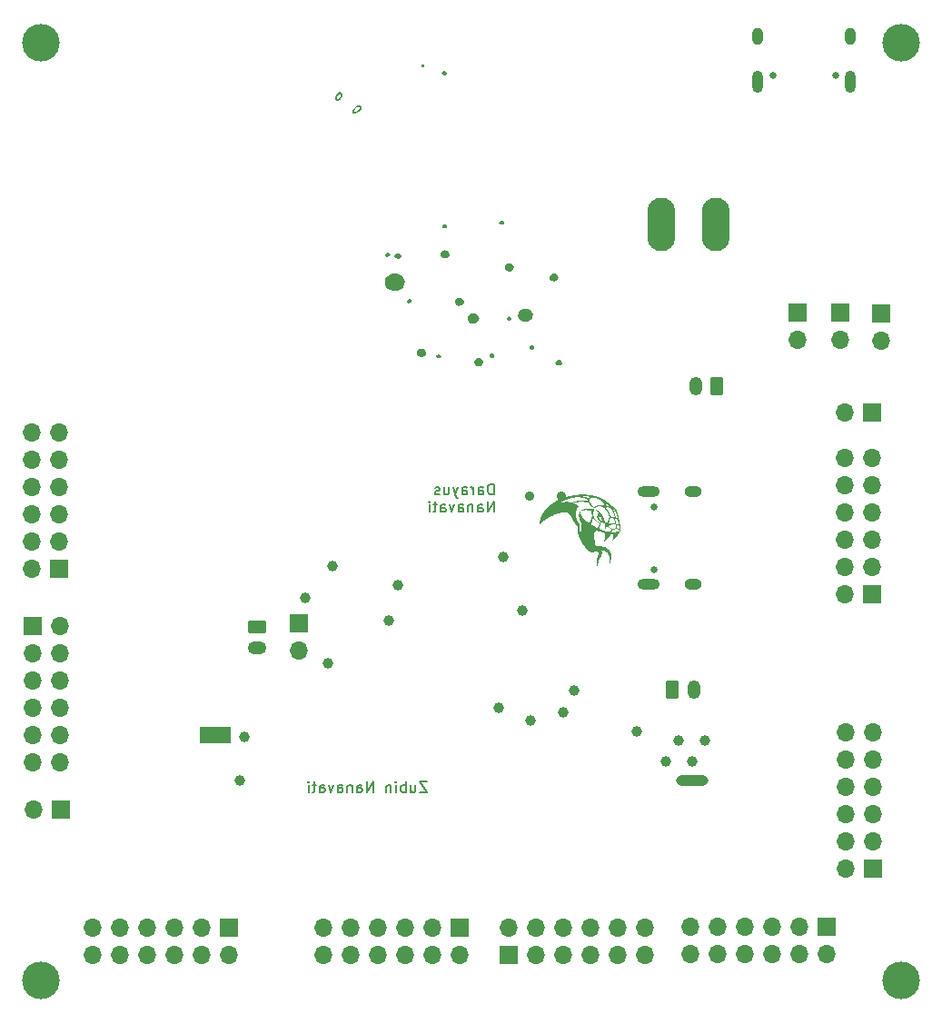
<source format=gbs>
%TF.GenerationSoftware,KiCad,Pcbnew,(6.0.2)*%
%TF.CreationDate,2022-03-08T19:39:46+11:00*%
%TF.ProjectId,VIPBoard,56495042-6f61-4726-942e-6b696361645f,rev?*%
%TF.SameCoordinates,Original*%
%TF.FileFunction,Soldermask,Bot*%
%TF.FilePolarity,Negative*%
%FSLAX46Y46*%
G04 Gerber Fmt 4.6, Leading zero omitted, Abs format (unit mm)*
G04 Created by KiCad (PCBNEW (6.0.2)) date 2022-03-08 19:39:46*
%MOMM*%
%LPD*%
G01*
G04 APERTURE LIST*
G04 Aperture macros list*
%AMRoundRect*
0 Rectangle with rounded corners*
0 $1 Rounding radius*
0 $2 $3 $4 $5 $6 $7 $8 $9 X,Y pos of 4 corners*
0 Add a 4 corners polygon primitive as box body*
4,1,4,$2,$3,$4,$5,$6,$7,$8,$9,$2,$3,0*
0 Add four circle primitives for the rounded corners*
1,1,$1+$1,$2,$3*
1,1,$1+$1,$4,$5*
1,1,$1+$1,$6,$7*
1,1,$1+$1,$8,$9*
0 Add four rect primitives between the rounded corners*
20,1,$1+$1,$2,$3,$4,$5,0*
20,1,$1+$1,$4,$5,$6,$7,0*
20,1,$1+$1,$6,$7,$8,$9,0*
20,1,$1+$1,$8,$9,$2,$3,0*%
G04 Aperture macros list end*
%ADD10C,0.200000*%
%ADD11C,0.900000*%
%ADD12R,1.700000X1.700000*%
%ADD13O,1.700000X1.700000*%
%ADD14RoundRect,0.250000X-0.625000X0.350000X-0.625000X-0.350000X0.625000X-0.350000X0.625000X0.350000X0*%
%ADD15O,1.750000X1.200000*%
%ADD16O,2.600000X5.000000*%
%ADD17RoundRect,0.250000X0.350000X0.625000X-0.350000X0.625000X-0.350000X-0.625000X0.350000X-0.625000X0*%
%ADD18O,1.200000X1.750000*%
%ADD19C,3.500000*%
%ADD20C,2.600000*%
%ADD21RoundRect,0.250000X-0.350000X-0.625000X0.350000X-0.625000X0.350000X0.625000X-0.350000X0.625000X0*%
%ADD22R,2.850000X1.650000*%
%ADD23C,0.650000*%
%ADD24O,1.600000X1.000000*%
%ADD25O,2.100000X1.000000*%
%ADD26O,1.000000X1.600000*%
%ADD27O,1.000000X2.100000*%
%ADD28O,3.000000X1.000000*%
%ADD29C,1.000000*%
G04 APERTURE END LIST*
D10*
X143141904Y-114709380D02*
X143141904Y-113709380D01*
X142903809Y-113709380D01*
X142760952Y-113757000D01*
X142665714Y-113852238D01*
X142618095Y-113947476D01*
X142570476Y-114137952D01*
X142570476Y-114280809D01*
X142618095Y-114471285D01*
X142665714Y-114566523D01*
X142760952Y-114661761D01*
X142903809Y-114709380D01*
X143141904Y-114709380D01*
X141713333Y-114709380D02*
X141713333Y-114185571D01*
X141760952Y-114090333D01*
X141856190Y-114042714D01*
X142046666Y-114042714D01*
X142141904Y-114090333D01*
X141713333Y-114661761D02*
X141808571Y-114709380D01*
X142046666Y-114709380D01*
X142141904Y-114661761D01*
X142189523Y-114566523D01*
X142189523Y-114471285D01*
X142141904Y-114376047D01*
X142046666Y-114328428D01*
X141808571Y-114328428D01*
X141713333Y-114280809D01*
X141237142Y-114709380D02*
X141237142Y-114042714D01*
X141237142Y-114233190D02*
X141189523Y-114137952D01*
X141141904Y-114090333D01*
X141046666Y-114042714D01*
X140951428Y-114042714D01*
X140189523Y-114709380D02*
X140189523Y-114185571D01*
X140237142Y-114090333D01*
X140332380Y-114042714D01*
X140522857Y-114042714D01*
X140618095Y-114090333D01*
X140189523Y-114661761D02*
X140284761Y-114709380D01*
X140522857Y-114709380D01*
X140618095Y-114661761D01*
X140665714Y-114566523D01*
X140665714Y-114471285D01*
X140618095Y-114376047D01*
X140522857Y-114328428D01*
X140284761Y-114328428D01*
X140189523Y-114280809D01*
X139808571Y-114042714D02*
X139570476Y-114709380D01*
X139332380Y-114042714D02*
X139570476Y-114709380D01*
X139665714Y-114947476D01*
X139713333Y-114995095D01*
X139808571Y-115042714D01*
X138522857Y-114042714D02*
X138522857Y-114709380D01*
X138951428Y-114042714D02*
X138951428Y-114566523D01*
X138903809Y-114661761D01*
X138808571Y-114709380D01*
X138665714Y-114709380D01*
X138570476Y-114661761D01*
X138522857Y-114614142D01*
X138094285Y-114661761D02*
X137999047Y-114709380D01*
X137808571Y-114709380D01*
X137713333Y-114661761D01*
X137665714Y-114566523D01*
X137665714Y-114518904D01*
X137713333Y-114423666D01*
X137808571Y-114376047D01*
X137951428Y-114376047D01*
X138046666Y-114328428D01*
X138094285Y-114233190D01*
X138094285Y-114185571D01*
X138046666Y-114090333D01*
X137951428Y-114042714D01*
X137808571Y-114042714D01*
X137713333Y-114090333D01*
X143141904Y-116319380D02*
X143141904Y-115319380D01*
X142570476Y-116319380D01*
X142570476Y-115319380D01*
X141665714Y-116319380D02*
X141665714Y-115795571D01*
X141713333Y-115700333D01*
X141808571Y-115652714D01*
X141999047Y-115652714D01*
X142094285Y-115700333D01*
X141665714Y-116271761D02*
X141760952Y-116319380D01*
X141999047Y-116319380D01*
X142094285Y-116271761D01*
X142141904Y-116176523D01*
X142141904Y-116081285D01*
X142094285Y-115986047D01*
X141999047Y-115938428D01*
X141760952Y-115938428D01*
X141665714Y-115890809D01*
X141189523Y-115652714D02*
X141189523Y-116319380D01*
X141189523Y-115747952D02*
X141141904Y-115700333D01*
X141046666Y-115652714D01*
X140903809Y-115652714D01*
X140808571Y-115700333D01*
X140760952Y-115795571D01*
X140760952Y-116319380D01*
X139856190Y-116319380D02*
X139856190Y-115795571D01*
X139903809Y-115700333D01*
X139999047Y-115652714D01*
X140189523Y-115652714D01*
X140284761Y-115700333D01*
X139856190Y-116271761D02*
X139951428Y-116319380D01*
X140189523Y-116319380D01*
X140284761Y-116271761D01*
X140332380Y-116176523D01*
X140332380Y-116081285D01*
X140284761Y-115986047D01*
X140189523Y-115938428D01*
X139951428Y-115938428D01*
X139856190Y-115890809D01*
X139475238Y-115652714D02*
X139237142Y-116319380D01*
X138999047Y-115652714D01*
X138189523Y-116319380D02*
X138189523Y-115795571D01*
X138237142Y-115700333D01*
X138332380Y-115652714D01*
X138522857Y-115652714D01*
X138618095Y-115700333D01*
X138189523Y-116271761D02*
X138284761Y-116319380D01*
X138522857Y-116319380D01*
X138618095Y-116271761D01*
X138665714Y-116176523D01*
X138665714Y-116081285D01*
X138618095Y-115986047D01*
X138522857Y-115938428D01*
X138284761Y-115938428D01*
X138189523Y-115890809D01*
X137856190Y-115652714D02*
X137475238Y-115652714D01*
X137713333Y-115319380D02*
X137713333Y-116176523D01*
X137665714Y-116271761D01*
X137570476Y-116319380D01*
X137475238Y-116319380D01*
X137141904Y-116319380D02*
X137141904Y-115652714D01*
X137141904Y-115319380D02*
X137189523Y-115367000D01*
X137141904Y-115414619D01*
X137094285Y-115367000D01*
X137141904Y-115319380D01*
X137141904Y-115414619D01*
X136887142Y-141438380D02*
X136220476Y-141438380D01*
X136887142Y-142438380D01*
X136220476Y-142438380D01*
X135410952Y-141771714D02*
X135410952Y-142438380D01*
X135839523Y-141771714D02*
X135839523Y-142295523D01*
X135791904Y-142390761D01*
X135696666Y-142438380D01*
X135553809Y-142438380D01*
X135458571Y-142390761D01*
X135410952Y-142343142D01*
X134934761Y-142438380D02*
X134934761Y-141438380D01*
X134934761Y-141819333D02*
X134839523Y-141771714D01*
X134649047Y-141771714D01*
X134553809Y-141819333D01*
X134506190Y-141866952D01*
X134458571Y-141962190D01*
X134458571Y-142247904D01*
X134506190Y-142343142D01*
X134553809Y-142390761D01*
X134649047Y-142438380D01*
X134839523Y-142438380D01*
X134934761Y-142390761D01*
X134030000Y-142438380D02*
X134030000Y-141771714D01*
X134030000Y-141438380D02*
X134077619Y-141486000D01*
X134030000Y-141533619D01*
X133982380Y-141486000D01*
X134030000Y-141438380D01*
X134030000Y-141533619D01*
X133553809Y-141771714D02*
X133553809Y-142438380D01*
X133553809Y-141866952D02*
X133506190Y-141819333D01*
X133410952Y-141771714D01*
X133268095Y-141771714D01*
X133172857Y-141819333D01*
X133125238Y-141914571D01*
X133125238Y-142438380D01*
X131887142Y-142438380D02*
X131887142Y-141438380D01*
X131315714Y-142438380D01*
X131315714Y-141438380D01*
X130410952Y-142438380D02*
X130410952Y-141914571D01*
X130458571Y-141819333D01*
X130553809Y-141771714D01*
X130744285Y-141771714D01*
X130839523Y-141819333D01*
X130410952Y-142390761D02*
X130506190Y-142438380D01*
X130744285Y-142438380D01*
X130839523Y-142390761D01*
X130887142Y-142295523D01*
X130887142Y-142200285D01*
X130839523Y-142105047D01*
X130744285Y-142057428D01*
X130506190Y-142057428D01*
X130410952Y-142009809D01*
X129934761Y-141771714D02*
X129934761Y-142438380D01*
X129934761Y-141866952D02*
X129887142Y-141819333D01*
X129791904Y-141771714D01*
X129649047Y-141771714D01*
X129553809Y-141819333D01*
X129506190Y-141914571D01*
X129506190Y-142438380D01*
X128601428Y-142438380D02*
X128601428Y-141914571D01*
X128649047Y-141819333D01*
X128744285Y-141771714D01*
X128934761Y-141771714D01*
X129030000Y-141819333D01*
X128601428Y-142390761D02*
X128696666Y-142438380D01*
X128934761Y-142438380D01*
X129030000Y-142390761D01*
X129077619Y-142295523D01*
X129077619Y-142200285D01*
X129030000Y-142105047D01*
X128934761Y-142057428D01*
X128696666Y-142057428D01*
X128601428Y-142009809D01*
X128220476Y-141771714D02*
X127982380Y-142438380D01*
X127744285Y-141771714D01*
X126934761Y-142438380D02*
X126934761Y-141914571D01*
X126982380Y-141819333D01*
X127077619Y-141771714D01*
X127268095Y-141771714D01*
X127363333Y-141819333D01*
X126934761Y-142390761D02*
X127030000Y-142438380D01*
X127268095Y-142438380D01*
X127363333Y-142390761D01*
X127410952Y-142295523D01*
X127410952Y-142200285D01*
X127363333Y-142105047D01*
X127268095Y-142057428D01*
X127030000Y-142057428D01*
X126934761Y-142009809D01*
X126601428Y-141771714D02*
X126220476Y-141771714D01*
X126458571Y-141438380D02*
X126458571Y-142295523D01*
X126410952Y-142390761D01*
X126315714Y-142438380D01*
X126220476Y-142438380D01*
X125887142Y-142438380D02*
X125887142Y-141771714D01*
X125887142Y-141438380D02*
X125934761Y-141486000D01*
X125887142Y-141533619D01*
X125839523Y-141486000D01*
X125887142Y-141438380D01*
X125887142Y-141533619D01*
%TO.C,G\u002A\u002A\u002A*%
G36*
X153626842Y-115327598D02*
G01*
X153633676Y-115332934D01*
X153640402Y-115338185D01*
X153651004Y-115347182D01*
X153656602Y-115353042D01*
X153658409Y-115355184D01*
X153665069Y-115358354D01*
X153666433Y-115358719D01*
X153671725Y-115361843D01*
X153680814Y-115368502D01*
X153694214Y-115379106D01*
X153712436Y-115394067D01*
X153735994Y-115413794D01*
X153765400Y-115438699D01*
X153779621Y-115450869D01*
X153799461Y-115468242D01*
X153818293Y-115485344D01*
X153837829Y-115503774D01*
X153859786Y-115525128D01*
X153885877Y-115551007D01*
X153901932Y-115567216D01*
X153925058Y-115591078D01*
X153948011Y-115615271D01*
X153968824Y-115637720D01*
X153985533Y-115656344D01*
X154002771Y-115676027D01*
X154019414Y-115694827D01*
X154032123Y-115708759D01*
X154041777Y-115718667D01*
X154049255Y-115725395D01*
X154055438Y-115729786D01*
X154061205Y-115732686D01*
X154067434Y-115734937D01*
X154069235Y-115735538D01*
X154083210Y-115740816D01*
X154094951Y-115746121D01*
X154104472Y-115750084D01*
X154113529Y-115752007D01*
X154119247Y-115752989D01*
X154131578Y-115756236D01*
X154147973Y-115761108D01*
X154166322Y-115766932D01*
X154167634Y-115767372D01*
X154184518Y-115773036D01*
X154200452Y-115778749D01*
X154212017Y-115783399D01*
X154230552Y-115791842D01*
X154246949Y-115799780D01*
X154261860Y-115806999D01*
X154288609Y-115821545D01*
X154313090Y-115836865D01*
X154337595Y-115854341D01*
X154364417Y-115875356D01*
X154371141Y-115880954D01*
X154391317Y-115899216D01*
X154412562Y-115920184D01*
X154432961Y-115941854D01*
X154450600Y-115962218D01*
X154463565Y-115979271D01*
X154470674Y-115989488D01*
X154481446Y-116004527D01*
X154492503Y-116019611D01*
X154493179Y-116020522D01*
X154501914Y-116032729D01*
X154508111Y-116042166D01*
X154510467Y-116046855D01*
X154512612Y-116051280D01*
X154518499Y-116058677D01*
X154523731Y-116065673D01*
X154532079Y-116078848D01*
X154541871Y-116095581D01*
X154551894Y-116113733D01*
X154560938Y-116131163D01*
X154567790Y-116145733D01*
X154568532Y-116147433D01*
X154573943Y-116158847D01*
X154578426Y-116166900D01*
X154580834Y-116171011D01*
X154585320Y-116181245D01*
X154586611Y-116184602D01*
X154591486Y-116195275D01*
X154597897Y-116207927D01*
X154601233Y-116214461D01*
X154605972Y-116224980D01*
X154607833Y-116231068D01*
X154608712Y-116234588D01*
X154612555Y-116244171D01*
X154618417Y-116256592D01*
X154622610Y-116265324D01*
X154627267Y-116276295D01*
X154629133Y-116282606D01*
X154630038Y-116286295D01*
X154633876Y-116296133D01*
X154639677Y-116308717D01*
X154643738Y-116317444D01*
X154648387Y-116329065D01*
X154650272Y-116336233D01*
X154650568Y-116338315D01*
X154653541Y-116347690D01*
X154658633Y-116359517D01*
X154660578Y-116363749D01*
X154665086Y-116375619D01*
X154666957Y-116383986D01*
X154668052Y-116389794D01*
X154671755Y-116401624D01*
X154677144Y-116415736D01*
X154681356Y-116426657D01*
X154686806Y-116443191D01*
X154690152Y-116456444D01*
X154690547Y-116458478D01*
X154694303Y-116471715D01*
X154698919Y-116481844D01*
X154701983Y-116488717D01*
X154705854Y-116502008D01*
X154709027Y-116517632D01*
X154711516Y-116530733D01*
X154714689Y-116542932D01*
X154717509Y-116549545D01*
X154720229Y-116555993D01*
X154723399Y-116568214D01*
X154726309Y-116583520D01*
X154729221Y-116598724D01*
X154733030Y-116613654D01*
X154736649Y-116623573D01*
X154740100Y-116633068D01*
X154743852Y-116647920D01*
X154747000Y-116664699D01*
X154749984Y-116681037D01*
X154753845Y-116697448D01*
X154757539Y-116709149D01*
X154759910Y-116716158D01*
X154763673Y-116731636D01*
X154766406Y-116748155D01*
X154768397Y-116761311D01*
X154772407Y-116781788D01*
X154777029Y-116801071D01*
X154780829Y-116817402D01*
X154784914Y-116840040D01*
X154787627Y-116861037D01*
X154787775Y-116862590D01*
X154789812Y-116878968D01*
X154792278Y-116892482D01*
X154794675Y-116900341D01*
X154796449Y-116905802D01*
X154799164Y-116918399D01*
X154802149Y-116935636D01*
X154805020Y-116955457D01*
X154807224Y-116971418D01*
X154810241Y-116991183D01*
X154813042Y-117007445D01*
X154815226Y-117017753D01*
X154815349Y-117018223D01*
X154817431Y-117028627D01*
X154820101Y-117045112D01*
X154823027Y-117065510D01*
X154824730Y-117078731D01*
X154825879Y-117087650D01*
X154826081Y-117089314D01*
X154828957Y-117111393D01*
X154831893Y-117131563D01*
X154834556Y-117147654D01*
X154836613Y-117157500D01*
X154837657Y-117162290D01*
X154839724Y-117176368D01*
X154841654Y-117194731D01*
X154843135Y-117214650D01*
X154847598Y-117253034D01*
X154858377Y-117300578D01*
X154874483Y-117348000D01*
X154876072Y-117352205D01*
X154881483Y-117369598D01*
X154885200Y-117386008D01*
X154886067Y-117390641D01*
X154889642Y-117404033D01*
X154893660Y-117413524D01*
X154895451Y-117417186D01*
X154899176Y-117429025D01*
X154901987Y-117443250D01*
X154903379Y-117451391D01*
X154907639Y-117470029D01*
X154912793Y-117487700D01*
X154915498Y-117496416D01*
X154920216Y-117514802D01*
X154920348Y-117515316D01*
X154923558Y-117532150D01*
X154924599Y-117538844D01*
X154927531Y-117553332D01*
X154930546Y-117563900D01*
X154932647Y-117571593D01*
X154935654Y-117585885D01*
X154939078Y-117604478D01*
X154942512Y-117625284D01*
X154945563Y-117644424D01*
X154949096Y-117665608D01*
X154952243Y-117683509D01*
X154954568Y-117695583D01*
X154956424Y-117707800D01*
X154958370Y-117727173D01*
X154960248Y-117751636D01*
X154961970Y-117779469D01*
X154963451Y-117808949D01*
X154964605Y-117838355D01*
X154965344Y-117865966D01*
X154965584Y-117890061D01*
X154965239Y-117908917D01*
X154964885Y-117917073D01*
X154964659Y-117921677D01*
X154963171Y-117951934D01*
X154961367Y-117979840D01*
X154959340Y-118002042D01*
X154956956Y-118019793D01*
X154954084Y-118034346D01*
X154950589Y-118046953D01*
X154946869Y-118059781D01*
X154943547Y-118074225D01*
X154942267Y-118084156D01*
X154942213Y-118085565D01*
X154939647Y-118097386D01*
X154934423Y-118110063D01*
X154933644Y-118111558D01*
X154926843Y-118126473D01*
X154921081Y-118141750D01*
X154920213Y-118144327D01*
X154914741Y-118158151D01*
X154909197Y-118169267D01*
X154900002Y-118184145D01*
X154875219Y-118220264D01*
X154848428Y-118253039D01*
X154816832Y-118286003D01*
X154802479Y-118301123D01*
X154791606Y-118315908D01*
X154785881Y-118329216D01*
X154784634Y-118333478D01*
X154780649Y-118343867D01*
X154777107Y-118349220D01*
X154774915Y-118352156D01*
X154770766Y-118361487D01*
X154766442Y-118374444D01*
X154763414Y-118383610D01*
X154758263Y-118395500D01*
X154753686Y-118402264D01*
X154750444Y-118405580D01*
X154747533Y-118411508D01*
X154747532Y-118411555D01*
X154745400Y-118416706D01*
X154739820Y-118427549D01*
X154731654Y-118442549D01*
X154721765Y-118460167D01*
X154711016Y-118478867D01*
X154700267Y-118497111D01*
X154690383Y-118513363D01*
X154688192Y-118516793D01*
X154678635Y-118530725D01*
X154665866Y-118548377D01*
X154651051Y-118568234D01*
X154635354Y-118588783D01*
X154619940Y-118608511D01*
X154605973Y-118625904D01*
X154594619Y-118639450D01*
X154587042Y-118647634D01*
X154584255Y-118650481D01*
X154576139Y-118659688D01*
X154566940Y-118670917D01*
X154564501Y-118673901D01*
X154552802Y-118686971D01*
X154536411Y-118704118D01*
X154516567Y-118724134D01*
X154494507Y-118745812D01*
X154471469Y-118767946D01*
X154448691Y-118789329D01*
X154427411Y-118808755D01*
X154408867Y-118825015D01*
X154408493Y-118825334D01*
X154392428Y-118839017D01*
X154378227Y-118851114D01*
X154367418Y-118860324D01*
X154361528Y-118865346D01*
X154354600Y-118871214D01*
X154337686Y-118885212D01*
X154320562Y-118899007D01*
X154304570Y-118911554D01*
X154291053Y-118921810D01*
X154281353Y-118928728D01*
X154276810Y-118931267D01*
X154272724Y-118933163D01*
X154263882Y-118939297D01*
X154252721Y-118948200D01*
X154243044Y-118955937D01*
X154233537Y-118962579D01*
X154228138Y-118965133D01*
X154224878Y-118966140D01*
X154218367Y-118971483D01*
X154213443Y-118976217D01*
X154207203Y-118976626D01*
X154201154Y-118968845D01*
X154200654Y-118967861D01*
X154199272Y-118963331D01*
X154199581Y-118957592D01*
X154202031Y-118949386D01*
X154207073Y-118937456D01*
X154215156Y-118920547D01*
X154226730Y-118897400D01*
X154227307Y-118896238D01*
X154233153Y-118882511D01*
X154237201Y-118869883D01*
X154240698Y-118859545D01*
X154245645Y-118850833D01*
X154250160Y-118843107D01*
X154254108Y-118831783D01*
X154258001Y-118819150D01*
X154263478Y-118805635D01*
X154265354Y-118801310D01*
X154271278Y-118784457D01*
X154278314Y-118760666D01*
X154286177Y-118730949D01*
X154294577Y-118696317D01*
X154295157Y-118693837D01*
X154299605Y-118675230D01*
X154303871Y-118657972D01*
X154307104Y-118645517D01*
X154307848Y-118641720D01*
X154309323Y-118628801D01*
X154310800Y-118609628D01*
X154312191Y-118585649D01*
X154313404Y-118558315D01*
X154314350Y-118529073D01*
X154314509Y-118522970D01*
X154315232Y-118492252D01*
X154315585Y-118468787D01*
X154315531Y-118451544D01*
X154315031Y-118439492D01*
X154314049Y-118431600D01*
X154312545Y-118426839D01*
X154310481Y-118424178D01*
X154303749Y-118421720D01*
X154289293Y-118419210D01*
X154268106Y-118416863D01*
X154241072Y-118414798D01*
X154239789Y-118414716D01*
X154211404Y-118412798D01*
X154180561Y-118410544D01*
X154150897Y-118408228D01*
X154126049Y-118406124D01*
X154103971Y-118404292D01*
X154087911Y-118403439D01*
X154077082Y-118403680D01*
X154069871Y-118405052D01*
X154064666Y-118407593D01*
X154061082Y-118411113D01*
X154053571Y-118421457D01*
X154044527Y-118436208D01*
X154035197Y-118453429D01*
X154029110Y-118465323D01*
X154020667Y-118481573D01*
X154013884Y-118494340D01*
X154009835Y-118501584D01*
X154006488Y-118506924D01*
X153998210Y-118519751D01*
X153987596Y-118535942D01*
X153976035Y-118553405D01*
X153964914Y-118570044D01*
X153955623Y-118583767D01*
X153949550Y-118592480D01*
X153942976Y-118601796D01*
X153933661Y-118615324D01*
X153923702Y-118630023D01*
X153913848Y-118644146D01*
X153901575Y-118660698D01*
X153890974Y-118673994D01*
X153887748Y-118677813D01*
X153876497Y-118691247D01*
X153862992Y-118707490D01*
X153849486Y-118723834D01*
X153829824Y-118746791D01*
X153797437Y-118781959D01*
X153760276Y-118819882D01*
X153719613Y-118859358D01*
X153676720Y-118899189D01*
X153632870Y-118938175D01*
X153589334Y-118975115D01*
X153547384Y-119008810D01*
X153545360Y-119010384D01*
X153526033Y-119025421D01*
X153507202Y-119040086D01*
X153490929Y-119052772D01*
X153479278Y-119061871D01*
X153474443Y-119065583D01*
X153461449Y-119075186D01*
X153446016Y-119086250D01*
X153429694Y-119097704D01*
X153414032Y-119108477D01*
X153400580Y-119117498D01*
X153390887Y-119123696D01*
X153386502Y-119126000D01*
X153384205Y-119123871D01*
X153379841Y-119116925D01*
X153378269Y-119112292D01*
X153378618Y-119105902D01*
X153381529Y-119096549D01*
X153387477Y-119082733D01*
X153396938Y-119062950D01*
X153404907Y-119046713D01*
X153414117Y-119028091D01*
X153421871Y-119012566D01*
X153427046Y-119002395D01*
X153428752Y-118998998D01*
X153433354Y-118988278D01*
X153435200Y-118981289D01*
X153436032Y-118977428D01*
X153439763Y-118967339D01*
X153445477Y-118954611D01*
X153447201Y-118950864D01*
X153453609Y-118934893D01*
X153460550Y-118915229D01*
X153466798Y-118895283D01*
X153468289Y-118890141D01*
X153474569Y-118868487D01*
X153480805Y-118847002D01*
X153485840Y-118829667D01*
X153498480Y-118782420D01*
X153509041Y-118731842D01*
X153515629Y-118683617D01*
X153517259Y-118668701D01*
X153519855Y-118648841D01*
X153522489Y-118632363D01*
X153524786Y-118621793D01*
X153526259Y-118613236D01*
X153527343Y-118596189D01*
X153527672Y-118573274D01*
X153527296Y-118545901D01*
X153526265Y-118515480D01*
X153524629Y-118483421D01*
X153522438Y-118451134D01*
X153519743Y-118420029D01*
X153516593Y-118391517D01*
X153516272Y-118388974D01*
X153511664Y-118356694D01*
X153506751Y-118331892D01*
X153501028Y-118313650D01*
X153493995Y-118301046D01*
X153485148Y-118293159D01*
X153473985Y-118289070D01*
X153460004Y-118287858D01*
X153456400Y-118287545D01*
X153443980Y-118284552D01*
X153430371Y-118279426D01*
X153425144Y-118277233D01*
X153411334Y-118272776D01*
X153400434Y-118270960D01*
X153394689Y-118270372D01*
X153381338Y-118267437D01*
X153366567Y-118262882D01*
X153355031Y-118259014D01*
X153335486Y-118253068D01*
X153316667Y-118247905D01*
X153308044Y-118245706D01*
X153274066Y-118236840D01*
X153247411Y-118229494D01*
X153227299Y-118223446D01*
X153223759Y-118222220D01*
X154101234Y-118222220D01*
X154105444Y-118231724D01*
X154106428Y-118232561D01*
X154110874Y-118234616D01*
X154118522Y-118236201D01*
X154130424Y-118237402D01*
X154147633Y-118238302D01*
X154171203Y-118238989D01*
X154202187Y-118239545D01*
X154213675Y-118239703D01*
X154244471Y-118239917D01*
X154269679Y-118239621D01*
X154291471Y-118238696D01*
X154312019Y-118237021D01*
X154333494Y-118234476D01*
X154358067Y-118230943D01*
X154369278Y-118229187D01*
X154392865Y-118225131D01*
X154413918Y-118221048D01*
X154430486Y-118217330D01*
X154440617Y-118214369D01*
X154444503Y-118212903D01*
X154456138Y-118209138D01*
X154463900Y-118207527D01*
X154470807Y-118205977D01*
X154480934Y-118201739D01*
X154492386Y-118196454D01*
X154505607Y-118191286D01*
X154517070Y-118186039D01*
X154532626Y-118177185D01*
X154549763Y-118166309D01*
X154566218Y-118154915D01*
X154579729Y-118144505D01*
X154588032Y-118136578D01*
X154595048Y-118130553D01*
X154607263Y-118127027D01*
X154618871Y-118130173D01*
X154619548Y-118130699D01*
X154625316Y-118136513D01*
X154634398Y-118146668D01*
X154645151Y-118159342D01*
X154649185Y-118164076D01*
X154668471Y-118182496D01*
X154687914Y-118193282D01*
X154708948Y-118197004D01*
X154733007Y-118194232D01*
X154759088Y-118184387D01*
X154784140Y-118166491D01*
X154806862Y-118141226D01*
X154826814Y-118109084D01*
X154843556Y-118070558D01*
X154844874Y-118066855D01*
X154848295Y-118056350D01*
X154850999Y-118045831D01*
X154853172Y-118033890D01*
X154855000Y-118019120D01*
X154856666Y-118000114D01*
X154858358Y-117975464D01*
X154860260Y-117943765D01*
X154860438Y-117940233D01*
X154860838Y-117921677D01*
X154860707Y-117898617D01*
X154860116Y-117872494D01*
X154859138Y-117844750D01*
X154857846Y-117816825D01*
X154856313Y-117790161D01*
X154854611Y-117766198D01*
X154852814Y-117746378D01*
X154850992Y-117732142D01*
X154849221Y-117724930D01*
X154847386Y-117719217D01*
X154844657Y-117706468D01*
X154841652Y-117689099D01*
X154838755Y-117669148D01*
X154834817Y-117641782D01*
X154829509Y-117613287D01*
X154823519Y-117591548D01*
X154816390Y-117575600D01*
X154807666Y-117564481D01*
X154796888Y-117557227D01*
X154783601Y-117552875D01*
X154782459Y-117552607D01*
X154769457Y-117548267D01*
X154756063Y-117542169D01*
X154754040Y-117541131D01*
X154741684Y-117536251D01*
X154731489Y-117534267D01*
X154728526Y-117534019D01*
X154716990Y-117531189D01*
X154703910Y-117526217D01*
X154701885Y-117525361D01*
X154687801Y-117520911D01*
X154669416Y-117516676D01*
X154650167Y-117513470D01*
X154644959Y-117512780D01*
X154627358Y-117510318D01*
X154612654Y-117508072D01*
X154603600Y-117506456D01*
X154595837Y-117506200D01*
X154584737Y-117510258D01*
X154584237Y-117510631D01*
X154580110Y-117514575D01*
X154578460Y-117519781D01*
X154579076Y-117528583D01*
X154581746Y-117543314D01*
X154582814Y-117549713D01*
X154584938Y-117567006D01*
X154587061Y-117589394D01*
X154588986Y-117614686D01*
X154590515Y-117640688D01*
X154590539Y-117641176D01*
X154592132Y-117669386D01*
X154593816Y-117690310D01*
X154594303Y-117694059D01*
X154595740Y-117705112D01*
X154598056Y-117714956D01*
X154600914Y-117721005D01*
X154605567Y-117728990D01*
X154607833Y-117736017D01*
X154607842Y-117736475D01*
X154610229Y-117746169D01*
X154617093Y-117761065D01*
X154628778Y-117781917D01*
X154633573Y-117790292D01*
X154641960Y-117805939D01*
X154648294Y-117818959D01*
X154649989Y-117822571D01*
X154655144Y-117831329D01*
X154658984Y-117834834D01*
X154659484Y-117834933D01*
X154664035Y-117839313D01*
X154669549Y-117848176D01*
X154675274Y-117856938D01*
X154685441Y-117869566D01*
X154697275Y-117882344D01*
X154708102Y-117893609D01*
X154718365Y-117905153D01*
X154724837Y-117913452D01*
X154730995Y-117920501D01*
X154737197Y-117923734D01*
X154741586Y-117925205D01*
X154748352Y-117931327D01*
X154748717Y-117931810D01*
X154756476Y-117939447D01*
X154766940Y-117947202D01*
X154768892Y-117948441D01*
X154782044Y-117956816D01*
X154795509Y-117965423D01*
X154799717Y-117968356D01*
X154806796Y-117975014D01*
X154808379Y-117979637D01*
X154807355Y-117980530D01*
X154799904Y-117981825D01*
X154788381Y-117981096D01*
X154775842Y-117978679D01*
X154765340Y-117974910D01*
X154765192Y-117974834D01*
X154757680Y-117971051D01*
X154745281Y-117964861D01*
X154730600Y-117957564D01*
X154729248Y-117956891D01*
X154715692Y-117949853D01*
X154705564Y-117944089D01*
X154700967Y-117940791D01*
X154696290Y-117936947D01*
X154687516Y-117931757D01*
X154679467Y-117926728D01*
X154664759Y-117915385D01*
X154648200Y-117900932D01*
X154631917Y-117885341D01*
X154618038Y-117870588D01*
X154608691Y-117858645D01*
X154605443Y-117853799D01*
X154596089Y-117841262D01*
X154587843Y-117831886D01*
X154578255Y-117822588D01*
X154573466Y-117831535D01*
X154562538Y-117848695D01*
X154543884Y-117871768D01*
X154520580Y-117896122D01*
X154494126Y-117920211D01*
X154466017Y-117942489D01*
X154450098Y-117953290D01*
X154430389Y-117965210D01*
X154409235Y-117976914D01*
X154388351Y-117987532D01*
X154369451Y-117996193D01*
X154354251Y-118002028D01*
X154344466Y-118004167D01*
X154343883Y-118004193D01*
X154336041Y-118005492D01*
X154322914Y-118008358D01*
X154307006Y-118012252D01*
X154286553Y-118016691D01*
X154262586Y-118020675D01*
X154240561Y-118023279D01*
X154227311Y-118024466D01*
X154215111Y-118026090D01*
X154208195Y-118028332D01*
X154204732Y-118031879D01*
X154202891Y-118037418D01*
X154202660Y-118038342D01*
X154196724Y-118055410D01*
X154186851Y-118077333D01*
X154174064Y-118102282D01*
X154159390Y-118128424D01*
X154143853Y-118153929D01*
X154128478Y-118176965D01*
X154114290Y-118195702D01*
X154104695Y-118209648D01*
X154101234Y-118222220D01*
X153223759Y-118222220D01*
X153212950Y-118218477D01*
X153209379Y-118217167D01*
X153196808Y-118213385D01*
X153187550Y-118211760D01*
X153178780Y-118210029D01*
X153167600Y-118205557D01*
X153161230Y-118202843D01*
X153147273Y-118198376D01*
X153131616Y-118194541D01*
X153120841Y-118192032D01*
X153108666Y-118188368D01*
X153101815Y-118185214D01*
X153097349Y-118182895D01*
X153086289Y-118179048D01*
X153072182Y-118175288D01*
X153068341Y-118174374D01*
X153050323Y-118169602D01*
X153030581Y-118163790D01*
X153011596Y-118157722D01*
X152995850Y-118152183D01*
X152985824Y-118147960D01*
X152980237Y-118145713D01*
X152968208Y-118141850D01*
X152953536Y-118137759D01*
X152942133Y-118134524D01*
X152926936Y-118129427D01*
X152916079Y-118124862D01*
X152905205Y-118120443D01*
X152895387Y-118118493D01*
X152892670Y-118118174D01*
X152882169Y-118114802D01*
X152869987Y-118108942D01*
X152866902Y-118107249D01*
X152860146Y-118104161D01*
X152852551Y-118102016D01*
X152842590Y-118100650D01*
X152828740Y-118099898D01*
X152809474Y-118099596D01*
X152783267Y-118099578D01*
X152779733Y-118099587D01*
X152754013Y-118099779D01*
X152734991Y-118100290D01*
X152721083Y-118101283D01*
X152710707Y-118102922D01*
X152702280Y-118105371D01*
X152694220Y-118108793D01*
X152688407Y-118111426D01*
X152674009Y-118117232D01*
X152662470Y-118120997D01*
X152651483Y-118125322D01*
X152634050Y-118135954D01*
X152614783Y-118150835D01*
X152595433Y-118168464D01*
X152577746Y-118187340D01*
X152563472Y-118205964D01*
X152558772Y-118213148D01*
X152550154Y-118227087D01*
X152544193Y-118237817D01*
X152541967Y-118243459D01*
X152541199Y-118246669D01*
X152536127Y-118253510D01*
X152536081Y-118253549D01*
X152531188Y-118260995D01*
X152527588Y-118272020D01*
X152526323Y-118277416D01*
X152522100Y-118291729D01*
X152516822Y-118306850D01*
X152515702Y-118310123D01*
X152511938Y-118324406D01*
X152507728Y-118344176D01*
X152503509Y-118367268D01*
X152499719Y-118391517D01*
X152497589Y-118407077D01*
X152494785Y-118431253D01*
X152492970Y-118454175D01*
X152492022Y-118478270D01*
X152491819Y-118505964D01*
X152492238Y-118539684D01*
X152492365Y-118545697D01*
X152493626Y-118580633D01*
X152495756Y-118619073D01*
X152498602Y-118659307D01*
X152502009Y-118699625D01*
X152505823Y-118738319D01*
X152509891Y-118773677D01*
X152511532Y-118785617D01*
X152514058Y-118803991D01*
X152518171Y-118827550D01*
X152521516Y-118846399D01*
X152524788Y-118869558D01*
X152527096Y-118891050D01*
X152527177Y-118892002D01*
X152529410Y-118911707D01*
X152532469Y-118931089D01*
X152535718Y-118946083D01*
X152537911Y-118955059D01*
X152541628Y-118974149D01*
X152544292Y-118992650D01*
X152546620Y-119008969D01*
X152550455Y-119029888D01*
X152554833Y-119049800D01*
X152558738Y-119068015D01*
X152562815Y-119091842D01*
X152565505Y-119113200D01*
X152567754Y-119131276D01*
X152570914Y-119148694D01*
X152574277Y-119161455D01*
X152575582Y-119165736D01*
X152578860Y-119180199D01*
X152582132Y-119198840D01*
X152584851Y-119218706D01*
X152586108Y-119228794D01*
X152588666Y-119245993D01*
X152591180Y-119259289D01*
X152593253Y-119266422D01*
X152594795Y-119271165D01*
X152597457Y-119283185D01*
X152600500Y-119299932D01*
X152603523Y-119319339D01*
X152605742Y-119334054D01*
X152608893Y-119352869D01*
X152611779Y-119367963D01*
X152613977Y-119376998D01*
X152615349Y-119382598D01*
X152617721Y-119396170D01*
X152620252Y-119414145D01*
X152622584Y-119434148D01*
X152625039Y-119454666D01*
X152629361Y-119481529D01*
X152634281Y-119503382D01*
X152639527Y-119519072D01*
X152644822Y-119527450D01*
X152645016Y-119527585D01*
X152651930Y-119528859D01*
X152667267Y-119529471D01*
X152691011Y-119529419D01*
X152723146Y-119528704D01*
X152763656Y-119527326D01*
X152767631Y-119527179D01*
X152800353Y-119526293D01*
X152836705Y-119525797D01*
X152875585Y-119525664D01*
X152915896Y-119525869D01*
X152956538Y-119526385D01*
X152996410Y-119527189D01*
X153034414Y-119528252D01*
X153069449Y-119529550D01*
X153100416Y-119531058D01*
X153126217Y-119532748D01*
X153145750Y-119534595D01*
X153157917Y-119536574D01*
X153163050Y-119537685D01*
X153177958Y-119540190D01*
X153196959Y-119542799D01*
X153217184Y-119545101D01*
X153226808Y-119546117D01*
X153242292Y-119548010D01*
X153257963Y-119550354D01*
X153275435Y-119553443D01*
X153296318Y-119557569D01*
X153322225Y-119563026D01*
X153354767Y-119570106D01*
X153382908Y-119576899D01*
X153417733Y-119586530D01*
X153454753Y-119597807D01*
X153492227Y-119610136D01*
X153528416Y-119622921D01*
X153561579Y-119635567D01*
X153589977Y-119647479D01*
X153611871Y-119658062D01*
X153614889Y-119659684D01*
X153630632Y-119668111D01*
X153649551Y-119678199D01*
X153668196Y-119688109D01*
X153700343Y-119706563D01*
X153749245Y-119739733D01*
X153800270Y-119780260D01*
X153853810Y-119828442D01*
X153861376Y-119836348D01*
X153872664Y-119849045D01*
X153885885Y-119864448D01*
X153899361Y-119880573D01*
X153911412Y-119895435D01*
X153920358Y-119907050D01*
X153922554Y-119910023D01*
X153930230Y-119920261D01*
X153939113Y-119931974D01*
X153943106Y-119937510D01*
X153949248Y-119947634D01*
X153951667Y-119954199D01*
X153952015Y-119956576D01*
X153955564Y-119959967D01*
X153956578Y-119960549D01*
X153961180Y-119966649D01*
X153967842Y-119977978D01*
X153975496Y-119992775D01*
X153978128Y-119998112D01*
X153985890Y-120013319D01*
X153992399Y-120025336D01*
X153996464Y-120031933D01*
X153996987Y-120032653D01*
X154001706Y-120041605D01*
X154006258Y-120053446D01*
X154007000Y-120055669D01*
X154012762Y-120070426D01*
X154019493Y-120085033D01*
X154021500Y-120089128D01*
X154026050Y-120099971D01*
X154027867Y-120106927D01*
X154028075Y-120108521D01*
X154031019Y-120117059D01*
X154036333Y-120128194D01*
X154037935Y-120131354D01*
X154042829Y-120143713D01*
X154044800Y-120153420D01*
X154045411Y-120158654D01*
X154048381Y-120170993D01*
X154052989Y-120185233D01*
X154054123Y-120188517D01*
X154058844Y-120205027D01*
X154063600Y-120225310D01*
X154067515Y-120245717D01*
X154068524Y-120251625D01*
X154072238Y-120271536D01*
X154076053Y-120289725D01*
X154079284Y-120302867D01*
X154080064Y-120306226D01*
X154081398Y-120316013D01*
X154082472Y-120330505D01*
X154083302Y-120350330D01*
X154083905Y-120376113D01*
X154084299Y-120408482D01*
X154084501Y-120448064D01*
X154084527Y-120495483D01*
X154084517Y-120504037D01*
X154084410Y-120547175D01*
X154084197Y-120582944D01*
X154083844Y-120612271D01*
X154083317Y-120636087D01*
X154082582Y-120655321D01*
X154081605Y-120670903D01*
X154080352Y-120683763D01*
X154078789Y-120694830D01*
X154076883Y-120705034D01*
X154076483Y-120706981D01*
X154072344Y-120728755D01*
X154068497Y-120751520D01*
X154065727Y-120770650D01*
X154065497Y-120772436D01*
X154062448Y-120792120D01*
X154058238Y-120814923D01*
X154053705Y-120836267D01*
X154052736Y-120840467D01*
X154048295Y-120859911D01*
X154044226Y-120878004D01*
X154041307Y-120891300D01*
X154040828Y-120893517D01*
X154036490Y-120912334D01*
X154031485Y-120932344D01*
X154026331Y-120951657D01*
X154021546Y-120968388D01*
X154017649Y-120980648D01*
X154015157Y-120986550D01*
X154014154Y-120988421D01*
X154011370Y-120997387D01*
X154008844Y-121009834D01*
X154008060Y-121014108D01*
X154003635Y-121031504D01*
X153997986Y-121047934D01*
X153996198Y-121052438D01*
X153990285Y-121068980D01*
X153985738Y-121083917D01*
X153982674Y-121094608D01*
X153977847Y-121106282D01*
X153973030Y-121110545D01*
X153967745Y-121108038D01*
X153966699Y-121106140D01*
X153965366Y-121100111D01*
X153964265Y-121089641D01*
X153963371Y-121074061D01*
X153962656Y-121052698D01*
X153962094Y-121024883D01*
X153961658Y-120989943D01*
X153961320Y-120947207D01*
X153961011Y-120913497D01*
X153960487Y-120878543D01*
X153959797Y-120846398D01*
X153958975Y-120818193D01*
X153958056Y-120795059D01*
X153957071Y-120778129D01*
X153956055Y-120768534D01*
X153955484Y-120765323D01*
X153952790Y-120748403D01*
X153949847Y-120727760D01*
X153947196Y-120707150D01*
X153946541Y-120701789D01*
X153943859Y-120681319D01*
X153941111Y-120662168D01*
X153938801Y-120647883D01*
X153936343Y-120634429D01*
X153929278Y-120597746D01*
X153922755Y-120566878D01*
X153916963Y-120542685D01*
X153912091Y-120526027D01*
X153909734Y-120518891D01*
X153906415Y-120507396D01*
X153905122Y-120500627D01*
X153904962Y-120499083D01*
X153902838Y-120489991D01*
X153898737Y-120475578D01*
X153893290Y-120457817D01*
X153887129Y-120438686D01*
X153880886Y-120420159D01*
X153875190Y-120404214D01*
X153870675Y-120392825D01*
X153869248Y-120389579D01*
X153859031Y-120366395D01*
X153851175Y-120348725D01*
X153844776Y-120334558D01*
X153838925Y-120321885D01*
X153832717Y-120308697D01*
X153826627Y-120295214D01*
X153822145Y-120284040D01*
X153820434Y-120278006D01*
X153820241Y-120276530D01*
X153816528Y-120273233D01*
X153815982Y-120273113D01*
X153812008Y-120268392D01*
X153807902Y-120258929D01*
X153807775Y-120258547D01*
X153802014Y-120246427D01*
X153794874Y-120237106D01*
X153789406Y-120231189D01*
X153786567Y-120225693D01*
X153786424Y-120225037D01*
X153782994Y-120218710D01*
X153775924Y-120208042D01*
X153766459Y-120194935D01*
X153764928Y-120192887D01*
X153754491Y-120178774D01*
X153745587Y-120166497D01*
X153740000Y-120158515D01*
X153737208Y-120154612D01*
X153728775Y-120143988D01*
X153718834Y-120132407D01*
X153702207Y-120114432D01*
X153655256Y-120069123D01*
X153605254Y-120028016D01*
X153553910Y-119992446D01*
X153502934Y-119963748D01*
X153481971Y-119953808D01*
X153456497Y-119942614D01*
X153430861Y-119932138D01*
X153406622Y-119922969D01*
X153385341Y-119915692D01*
X153368578Y-119910896D01*
X153357892Y-119909167D01*
X153349175Y-119907442D01*
X153338190Y-119903001D01*
X153331317Y-119900537D01*
X153317112Y-119897064D01*
X153298611Y-119893515D01*
X153278076Y-119890364D01*
X153261991Y-119888143D01*
X153240478Y-119885006D01*
X153221792Y-119882100D01*
X153208717Y-119879848D01*
X153188499Y-119876654D01*
X153170848Y-119875574D01*
X153159691Y-119877200D01*
X153155800Y-119881507D01*
X153156605Y-119886584D01*
X153160171Y-119897330D01*
X153166919Y-119913718D01*
X153177213Y-119936683D01*
X153182226Y-119947642D01*
X153192229Y-119969851D01*
X153199207Y-119986047D01*
X153203622Y-119997380D01*
X153205932Y-120005001D01*
X153206600Y-120010059D01*
X153206601Y-120010199D01*
X153207954Y-120018434D01*
X153211363Y-120031761D01*
X153216111Y-120047363D01*
X153217643Y-120052156D01*
X153220687Y-120063129D01*
X153222853Y-120074361D01*
X153224284Y-120087493D01*
X153225129Y-120104166D01*
X153225531Y-120126021D01*
X153225636Y-120154700D01*
X153225557Y-120175069D01*
X153225046Y-120202289D01*
X153224024Y-120222135D01*
X153222452Y-120235280D01*
X153220287Y-120242397D01*
X153219325Y-120244422D01*
X153215879Y-120255052D01*
X153212062Y-120270579D01*
X153208537Y-120288403D01*
X153207398Y-120294566D01*
X153203544Y-120311797D01*
X153199477Y-120325776D01*
X153195908Y-120333940D01*
X153191971Y-120340957D01*
X153189667Y-120349039D01*
X153189451Y-120351471D01*
X153188173Y-120356266D01*
X153185292Y-120363797D01*
X153180291Y-120375289D01*
X153172655Y-120391966D01*
X153161868Y-120415050D01*
X153158336Y-120422639D01*
X153151200Y-120438277D01*
X153145546Y-120451033D01*
X153144019Y-120454413D01*
X153136726Y-120468669D01*
X153128531Y-120482783D01*
X153126330Y-120486306D01*
X153117191Y-120501144D01*
X153109114Y-120514533D01*
X153106245Y-120519361D01*
X153094429Y-120538939D01*
X153085164Y-120553570D01*
X153077132Y-120565275D01*
X153069017Y-120576076D01*
X153065595Y-120580583D01*
X153056573Y-120593430D01*
X153049967Y-120604131D01*
X153045658Y-120612001D01*
X153038158Y-120625565D01*
X153028631Y-120642718D01*
X153018151Y-120661526D01*
X153002055Y-120691277D01*
X152979829Y-120735692D01*
X152960442Y-120778575D01*
X152944662Y-120818195D01*
X152933258Y-120852822D01*
X152932206Y-120856473D01*
X152926794Y-120874380D01*
X152921366Y-120891300D01*
X152914465Y-120912875D01*
X152903450Y-120952424D01*
X152893708Y-120995028D01*
X152884846Y-121042491D01*
X152876468Y-121096617D01*
X152876451Y-121096737D01*
X152873005Y-121119915D01*
X152869410Y-121142380D01*
X152866093Y-121161573D01*
X152863477Y-121174934D01*
X152861925Y-121186006D01*
X152860544Y-121205315D01*
X152859413Y-121232613D01*
X152858530Y-121268020D01*
X152857889Y-121311653D01*
X152857488Y-121363630D01*
X152857438Y-121372539D01*
X152857140Y-121408754D01*
X152856713Y-121442172D01*
X152856181Y-121471850D01*
X152855564Y-121496841D01*
X152854887Y-121516201D01*
X152854171Y-121528984D01*
X152853439Y-121534246D01*
X152851705Y-121536513D01*
X152846116Y-121537859D01*
X152840332Y-121531382D01*
X152834850Y-121517530D01*
X152833460Y-121513065D01*
X152828397Y-121498989D01*
X152823607Y-121488200D01*
X152821036Y-121482613D01*
X152816100Y-121469381D01*
X152811402Y-121454334D01*
X152810421Y-121450918D01*
X152805299Y-121434266D01*
X152798769Y-121414228D01*
X152791998Y-121394411D01*
X152790320Y-121389583D01*
X152783503Y-121369027D01*
X152777267Y-121348927D01*
X152772785Y-121333028D01*
X152772595Y-121332285D01*
X152768236Y-121315210D01*
X152762961Y-121294482D01*
X152757869Y-121274417D01*
X152757016Y-121271066D01*
X152752394Y-121253396D01*
X152748152Y-121237883D01*
X152745115Y-121227558D01*
X152743886Y-121223038D01*
X152741025Y-121209723D01*
X152737772Y-121192024D01*
X152734620Y-121172525D01*
X152733488Y-121165128D01*
X152729638Y-121141193D01*
X152725542Y-121117173D01*
X152721916Y-121097303D01*
X152721007Y-121091970D01*
X152718624Y-121070584D01*
X152716873Y-121043107D01*
X152715753Y-121011316D01*
X152715261Y-120976986D01*
X152715397Y-120941893D01*
X152716157Y-120907813D01*
X152717542Y-120876522D01*
X152719548Y-120849797D01*
X152722174Y-120829413D01*
X152722608Y-120826955D01*
X152726645Y-120803846D01*
X152730895Y-120779199D01*
X152734506Y-120757950D01*
X152734899Y-120755667D01*
X152738643Y-120737186D01*
X152742932Y-120720275D01*
X152746915Y-120708344D01*
X152747896Y-120705944D01*
X152751978Y-120693136D01*
X152753633Y-120682882D01*
X152753737Y-120681147D01*
X152756484Y-120670198D01*
X152761801Y-120657920D01*
X152762435Y-120656704D01*
X152768710Y-120641518D01*
X152772899Y-120626233D01*
X152773099Y-120625171D01*
X152777534Y-120610119D01*
X152783782Y-120596584D01*
X152784465Y-120595422D01*
X152789620Y-120584409D01*
X152791733Y-120575695D01*
X152791984Y-120573278D01*
X152794856Y-120563082D01*
X152799903Y-120550795D01*
X152802261Y-120545604D01*
X152808464Y-120531000D01*
X152815898Y-120512665D01*
X152823427Y-120493367D01*
X152827488Y-120482817D01*
X152834606Y-120464702D01*
X152840739Y-120449537D01*
X152844891Y-120439810D01*
X152845168Y-120439199D01*
X152849296Y-120428016D01*
X152851000Y-120419429D01*
X152851463Y-120416004D01*
X152854445Y-120405466D01*
X152859279Y-120392552D01*
X152861949Y-120385575D01*
X152867693Y-120367270D01*
X152871976Y-120349433D01*
X152873524Y-120341723D01*
X152878041Y-120321601D01*
X152882748Y-120303003D01*
X152885077Y-120292059D01*
X152887355Y-120272231D01*
X152888675Y-120245828D01*
X152889100Y-120211923D01*
X152889002Y-120186936D01*
X152888586Y-120167309D01*
X152887696Y-120153158D01*
X152886178Y-120142946D01*
X152883875Y-120135137D01*
X152880633Y-120128194D01*
X152878805Y-120124641D01*
X152874066Y-120113703D01*
X152872167Y-120106357D01*
X152872032Y-120105234D01*
X152868470Y-120097386D01*
X152861583Y-120087739D01*
X152859711Y-120085458D01*
X152853486Y-120076849D01*
X152850947Y-120071539D01*
X152849583Y-120068677D01*
X152843724Y-120060961D01*
X152834826Y-120050983D01*
X152805288Y-120022961D01*
X152772661Y-119997499D01*
X152738937Y-119975958D01*
X152705896Y-119959473D01*
X152675317Y-119949181D01*
X152668242Y-119947521D01*
X152651372Y-119944141D01*
X152639835Y-119943779D01*
X152631482Y-119947094D01*
X152624162Y-119954740D01*
X152615726Y-119967375D01*
X152607562Y-119979668D01*
X152597406Y-119993673D01*
X152589138Y-120003754D01*
X152585027Y-120007805D01*
X152574048Y-120017068D01*
X152560951Y-120026880D01*
X152547886Y-120035744D01*
X152537005Y-120042161D01*
X152530458Y-120044633D01*
X152524654Y-120046800D01*
X152516079Y-120052348D01*
X152514481Y-120053532D01*
X152498857Y-120062414D01*
X152477630Y-120070426D01*
X152450083Y-120077762D01*
X152415502Y-120084618D01*
X152373170Y-120091188D01*
X152355865Y-120092649D01*
X152323802Y-120091790D01*
X152285082Y-120087088D01*
X152239283Y-120078503D01*
X152221688Y-120074142D01*
X152178358Y-120058849D01*
X152132783Y-120036912D01*
X152086072Y-120008970D01*
X152039334Y-119975656D01*
X151993677Y-119937609D01*
X151987527Y-119931967D01*
X151976668Y-119921887D01*
X151962705Y-119908859D01*
X151947183Y-119894324D01*
X151946172Y-119893376D01*
X151931521Y-119879820D01*
X151919204Y-119868737D01*
X151910488Y-119861248D01*
X151906640Y-119858474D01*
X151905238Y-119857469D01*
X151898747Y-119851242D01*
X151887788Y-119840042D01*
X151873137Y-119824703D01*
X151855568Y-119806059D01*
X151835855Y-119784944D01*
X151814771Y-119762191D01*
X151793092Y-119738634D01*
X151771592Y-119715108D01*
X151751044Y-119692446D01*
X151732223Y-119671482D01*
X151715904Y-119653050D01*
X151642757Y-119566903D01*
X151562252Y-119465901D01*
X151483291Y-119360414D01*
X151407433Y-119252465D01*
X151405454Y-119249564D01*
X151396915Y-119237133D01*
X151386016Y-119221352D01*
X151374625Y-119204926D01*
X151369657Y-119197663D01*
X151360804Y-119184057D01*
X151354685Y-119173715D01*
X151352400Y-119168445D01*
X151352213Y-119167287D01*
X151349168Y-119159442D01*
X151343279Y-119147187D01*
X151335690Y-119132731D01*
X151327548Y-119118279D01*
X151319999Y-119106040D01*
X151313284Y-119095800D01*
X151305440Y-119083332D01*
X151299321Y-119072595D01*
X151293034Y-119060383D01*
X151290332Y-119055098D01*
X151282907Y-119041030D01*
X151273506Y-119023580D01*
X151263523Y-119005350D01*
X151254499Y-118988947D01*
X151246706Y-118974465D01*
X151240790Y-118962875D01*
X151235520Y-118951753D01*
X151229664Y-118938675D01*
X151226395Y-118931798D01*
X151221455Y-118922800D01*
X151221425Y-118922752D01*
X151216941Y-118914513D01*
X151209916Y-118900353D01*
X151201196Y-118882086D01*
X151191626Y-118861528D01*
X151182052Y-118840495D01*
X151173318Y-118820803D01*
X151166271Y-118804267D01*
X151165348Y-118802037D01*
X151158023Y-118784791D01*
X151155401Y-118778867D01*
X151398967Y-118778867D01*
X151399685Y-118783784D01*
X151402804Y-118787334D01*
X151404664Y-118785617D01*
X151404427Y-118778867D01*
X151402813Y-118773891D01*
X151400590Y-118770400D01*
X151399650Y-118771976D01*
X151398967Y-118778867D01*
X151155401Y-118778867D01*
X151151074Y-118769088D01*
X151145893Y-118758084D01*
X151145098Y-118756456D01*
X151139106Y-118741678D01*
X151134383Y-118726334D01*
X151132714Y-118720368D01*
X151127914Y-118711159D01*
X151120898Y-118707700D01*
X151118829Y-118707204D01*
X151113076Y-118702975D01*
X151107208Y-118693489D01*
X151100226Y-118677276D01*
X151100053Y-118676834D01*
X151094669Y-118661007D01*
X151091496Y-118647549D01*
X151091169Y-118639135D01*
X151091145Y-118630336D01*
X151088431Y-118615427D01*
X151083488Y-118596522D01*
X151076828Y-118575565D01*
X151068960Y-118554500D01*
X151063661Y-118540517D01*
X151053345Y-118508774D01*
X151042227Y-118469203D01*
X151030396Y-118422181D01*
X151017941Y-118368087D01*
X151004951Y-118307298D01*
X150991515Y-118240193D01*
X150977722Y-118167150D01*
X150970226Y-118126153D01*
X150963463Y-118088228D01*
X150957998Y-118055717D01*
X150953688Y-118027106D01*
X150950389Y-118000883D01*
X150947959Y-117975533D01*
X150946254Y-117949546D01*
X150945131Y-117921406D01*
X150944446Y-117889601D01*
X150944057Y-117852619D01*
X150943820Y-117808945D01*
X150943141Y-117653940D01*
X150926741Y-117634320D01*
X150918947Y-117625576D01*
X150910717Y-117617726D01*
X150905743Y-117614700D01*
X150905405Y-117614632D01*
X150900385Y-117610503D01*
X150891355Y-117600750D01*
X150879166Y-117586447D01*
X150864667Y-117568666D01*
X150848706Y-117548479D01*
X150832135Y-117526958D01*
X150815802Y-117505177D01*
X150800557Y-117484207D01*
X150787250Y-117465121D01*
X150787062Y-117464843D01*
X150772675Y-117443894D01*
X150755454Y-117419224D01*
X150737544Y-117393888D01*
X150721091Y-117370942D01*
X150717497Y-117365958D01*
X150701520Y-117343450D01*
X150684403Y-117318846D01*
X150666809Y-117293149D01*
X150649403Y-117267366D01*
X150632852Y-117242499D01*
X150617818Y-117219554D01*
X150604968Y-117199535D01*
X150594966Y-117183448D01*
X150588477Y-117172296D01*
X150586167Y-117167084D01*
X150585923Y-117165097D01*
X150582776Y-117161734D01*
X150582087Y-117161390D01*
X150577454Y-117155824D01*
X150569733Y-117144357D01*
X150559660Y-117128164D01*
X150547972Y-117108416D01*
X150535406Y-117086289D01*
X150530617Y-117077828D01*
X150522874Y-117064349D01*
X150514293Y-117049550D01*
X150510378Y-117042826D01*
X150498966Y-117023109D01*
X150490284Y-117007838D01*
X150483089Y-116994809D01*
X150476139Y-116981817D01*
X150472475Y-116974988D01*
X150463797Y-116959238D01*
X150455018Y-116943717D01*
X150453201Y-116940521D01*
X150444751Y-116925131D01*
X150434803Y-116906428D01*
X150425144Y-116887762D01*
X150421257Y-116880273D01*
X150412986Y-116865291D01*
X150406020Y-116853889D01*
X150401557Y-116848085D01*
X150398717Y-116844809D01*
X150395667Y-116835819D01*
X150393604Y-116828095D01*
X150387980Y-116818346D01*
X150385404Y-116814702D01*
X150378014Y-116802736D01*
X150370622Y-116789200D01*
X150368025Y-116784160D01*
X150359896Y-116769291D01*
X150349935Y-116752433D01*
X150337144Y-116731931D01*
X150320525Y-116706130D01*
X150318552Y-116703078D01*
X150310410Y-116690063D01*
X150304692Y-116680231D01*
X150302534Y-116675512D01*
X150302042Y-116674160D01*
X150297531Y-116667686D01*
X150289834Y-116658649D01*
X150286560Y-116654859D01*
X150279817Y-116645326D01*
X150277134Y-116638656D01*
X150276733Y-116635982D01*
X150273217Y-116632567D01*
X150269775Y-116629553D01*
X150262722Y-116620735D01*
X150253192Y-116607512D01*
X150242241Y-116591292D01*
X150214401Y-116552087D01*
X150182698Y-116515546D01*
X150148382Y-116484658D01*
X150109803Y-116457957D01*
X150065309Y-116433974D01*
X150051895Y-116427722D01*
X150003081Y-116408407D01*
X149951435Y-116393370D01*
X149895708Y-116382350D01*
X149834652Y-116375083D01*
X149767017Y-116371308D01*
X149701839Y-116370836D01*
X149629454Y-116373809D01*
X149554834Y-116380598D01*
X149476289Y-116391359D01*
X149392131Y-116406250D01*
X149290939Y-116428103D01*
X149176029Y-116457706D01*
X149057196Y-116493004D01*
X148935316Y-116533659D01*
X148811266Y-116579332D01*
X148685925Y-116629684D01*
X148560168Y-116684375D01*
X148434874Y-116743068D01*
X148310919Y-116805423D01*
X148189180Y-116871101D01*
X148171696Y-116880910D01*
X148071289Y-116939064D01*
X147977932Y-116996516D01*
X147890545Y-117054056D01*
X147808047Y-117112472D01*
X147729360Y-117172553D01*
X147653401Y-117235088D01*
X147579093Y-117300868D01*
X147505353Y-117370679D01*
X147431048Y-117443250D01*
X147433966Y-117348000D01*
X147434337Y-117336709D01*
X147435484Y-117308385D01*
X147436831Y-117282387D01*
X147438282Y-117260251D01*
X147439741Y-117243510D01*
X147441111Y-117233700D01*
X147442652Y-117225977D01*
X147445511Y-117209525D01*
X147448710Y-117189313D01*
X147451804Y-117168084D01*
X147454020Y-117153240D01*
X147457513Y-117132975D01*
X147460982Y-117115885D01*
X147463928Y-117104584D01*
X147466249Y-117096414D01*
X147469838Y-117079572D01*
X147472452Y-117062250D01*
X147474012Y-117051473D01*
X147478243Y-117030554D01*
X147483353Y-117011450D01*
X147484565Y-117007585D01*
X147490001Y-116989760D01*
X147496282Y-116968620D01*
X147502280Y-116947950D01*
X147504090Y-116941701D01*
X147510198Y-116921516D01*
X147516226Y-116902712D01*
X147521100Y-116888684D01*
X147523900Y-116881048D01*
X147528754Y-116867086D01*
X147531951Y-116856934D01*
X147535417Y-116846329D01*
X147540382Y-116833650D01*
X147542622Y-116828144D01*
X147547798Y-116814070D01*
X147552935Y-116798775D01*
X147556022Y-116789861D01*
X147560520Y-116779295D01*
X147563891Y-116774183D01*
X147565746Y-116772181D01*
X147567800Y-116764669D01*
X147568893Y-116759257D01*
X147572866Y-116747886D01*
X147578745Y-116734228D01*
X147594605Y-116700151D01*
X147608344Y-116670022D01*
X147621238Y-116641034D01*
X147623643Y-116635872D01*
X147630886Y-116621451D01*
X147641111Y-116601886D01*
X147653538Y-116578614D01*
X147667385Y-116553068D01*
X147681872Y-116526687D01*
X147696218Y-116500905D01*
X147709643Y-116477158D01*
X147721365Y-116456883D01*
X147728202Y-116445388D01*
X147741341Y-116423831D01*
X147755842Y-116400549D01*
X147770747Y-116377036D01*
X147785097Y-116354787D01*
X147797933Y-116335296D01*
X147808298Y-116320056D01*
X147815231Y-116310562D01*
X147823411Y-116300015D01*
X147832383Y-116287915D01*
X147834028Y-116285643D01*
X147842964Y-116273616D01*
X147852492Y-116261146D01*
X147855699Y-116256885D01*
X147861737Y-116247880D01*
X147864133Y-116242689D01*
X147864153Y-116242458D01*
X147867334Y-116237114D01*
X147874313Y-116229513D01*
X147875739Y-116228108D01*
X147885305Y-116217205D01*
X147894422Y-116204939D01*
X147900104Y-116196834D01*
X147913459Y-116179159D01*
X147931016Y-116157029D01*
X147951848Y-116131569D01*
X147975030Y-116103905D01*
X147999636Y-116075164D01*
X148024739Y-116046471D01*
X148058604Y-116009121D01*
X148101277Y-115964040D01*
X148146640Y-115917922D01*
X148193116Y-115872311D01*
X148239128Y-115828751D01*
X148283098Y-115788788D01*
X148323450Y-115753965D01*
X148325936Y-115751889D01*
X148344642Y-115736237D01*
X148365178Y-115719014D01*
X148383529Y-115703588D01*
X148389632Y-115698462D01*
X148404429Y-115686126D01*
X148417253Y-115675556D01*
X148425863Y-115668605D01*
X148448180Y-115651124D01*
X148471608Y-115632989D01*
X148489557Y-115619415D01*
X148492867Y-115617020D01*
X149036767Y-115617020D01*
X149038630Y-115619730D01*
X149044747Y-115620652D01*
X149050763Y-115618093D01*
X149051209Y-115617559D01*
X149051333Y-115611928D01*
X149046461Y-115610190D01*
X149039990Y-115612420D01*
X149036767Y-115617020D01*
X148492867Y-115617020D01*
X148502631Y-115609956D01*
X148511438Y-115604162D01*
X148516585Y-115601586D01*
X148520937Y-115599604D01*
X149060032Y-115599604D01*
X149063170Y-115602189D01*
X149073032Y-115603621D01*
X149086254Y-115601340D01*
X149100267Y-115595603D01*
X149110563Y-115590187D01*
X149130698Y-115580285D01*
X149152653Y-115570120D01*
X149174095Y-115560733D01*
X149192688Y-115553162D01*
X149206100Y-115548449D01*
X149210457Y-115547085D01*
X149225555Y-115541325D01*
X149237850Y-115535287D01*
X149238390Y-115534969D01*
X149249600Y-115529810D01*
X149259017Y-115527657D01*
X149259099Y-115527656D01*
X149268794Y-115525654D01*
X149280184Y-115520970D01*
X149280261Y-115520929D01*
X149285865Y-115518268D01*
X149293578Y-115515157D01*
X149304397Y-115511257D01*
X149319323Y-115506235D01*
X149339352Y-115499753D01*
X149365484Y-115491475D01*
X149395790Y-115481982D01*
X150525149Y-115481982D01*
X150535550Y-115487741D01*
X150544129Y-115491541D01*
X150553245Y-115493650D01*
X150560076Y-115495067D01*
X150573794Y-115499935D01*
X150591970Y-115507641D01*
X150612968Y-115517533D01*
X150622685Y-115521696D01*
X150629258Y-115523434D01*
X150632146Y-115524228D01*
X150641612Y-115528033D01*
X150655610Y-115534265D01*
X150672307Y-115542128D01*
X150682269Y-115546918D01*
X150700210Y-115555471D01*
X150715584Y-115562711D01*
X150725867Y-115567443D01*
X150729552Y-115569111D01*
X150741103Y-115574806D01*
X150752903Y-115581628D01*
X150768282Y-115591460D01*
X150777767Y-115596816D01*
X150789367Y-115601750D01*
X150798869Y-115605740D01*
X150809688Y-115611928D01*
X150810452Y-115612365D01*
X150816180Y-115616197D01*
X150828589Y-115624261D01*
X150842283Y-115632967D01*
X150854233Y-115640493D01*
X150867273Y-115648861D01*
X150878154Y-115656182D01*
X150889841Y-115664469D01*
X150905303Y-115675735D01*
X150920280Y-115686619D01*
X150935221Y-115697337D01*
X150946620Y-115705369D01*
X150954367Y-115711118D01*
X150967721Y-115721674D01*
X150983792Y-115734821D01*
X151000595Y-115748955D01*
X151001566Y-115749785D01*
X151019212Y-115765412D01*
X151030818Y-115777055D01*
X151037189Y-115785615D01*
X151039133Y-115791992D01*
X151036815Y-115800020D01*
X151029622Y-115814037D01*
X151018099Y-115832829D01*
X151002797Y-115855499D01*
X150984270Y-115881150D01*
X150978255Y-115889804D01*
X150968142Y-115905907D01*
X150958935Y-115922117D01*
X150952410Y-115933724D01*
X150945825Y-115943995D01*
X150941511Y-115949041D01*
X150939928Y-115950497D01*
X150934631Y-115958223D01*
X150928770Y-115969458D01*
X150926628Y-115974037D01*
X150920880Y-115985674D01*
X150916667Y-115993333D01*
X150914717Y-115996697D01*
X150908689Y-116008555D01*
X150900984Y-116024871D01*
X150892635Y-116043339D01*
X150884672Y-116061651D01*
X150878129Y-116077501D01*
X150874038Y-116088583D01*
X150873509Y-116090212D01*
X150867622Y-116105935D01*
X150861114Y-116120530D01*
X150860681Y-116121410D01*
X150854727Y-116136649D01*
X150850628Y-116152280D01*
X150850214Y-116154448D01*
X150846430Y-116167969D01*
X150841748Y-116178485D01*
X150841461Y-116178967D01*
X150837685Y-116188318D01*
X150833499Y-116202839D01*
X150829758Y-116219600D01*
X150829405Y-116221421D01*
X150825854Y-116237759D01*
X150822282Y-116251298D01*
X150819412Y-116259264D01*
X150818329Y-116262079D01*
X150815712Y-116272949D01*
X150812925Y-116288727D01*
X150810413Y-116307049D01*
X150809401Y-116314821D01*
X150806123Y-116334466D01*
X150802309Y-116351740D01*
X150798595Y-116363611D01*
X150797185Y-116367357D01*
X150795525Y-116373691D01*
X150794220Y-116382066D01*
X150793231Y-116393401D01*
X150792519Y-116408614D01*
X150792044Y-116428622D01*
X150791768Y-116454342D01*
X150791651Y-116486694D01*
X150791655Y-116526594D01*
X150791675Y-116540255D01*
X150791811Y-116578324D01*
X150792082Y-116609179D01*
X150792532Y-116633770D01*
X150793198Y-116653049D01*
X150794123Y-116667966D01*
X150795346Y-116679474D01*
X150796908Y-116688524D01*
X150798849Y-116696067D01*
X150800101Y-116700567D01*
X150803943Y-116717773D01*
X150807658Y-116738622D01*
X150810590Y-116759567D01*
X150811774Y-116768752D01*
X150814718Y-116786844D01*
X150817902Y-116801558D01*
X150820816Y-116810367D01*
X150822080Y-116813117D01*
X150826149Y-116825647D01*
X150829176Y-116840000D01*
X150830920Y-116849464D01*
X150835046Y-116867045D01*
X150839947Y-116884450D01*
X150841180Y-116888419D01*
X150846657Y-116906234D01*
X150853079Y-116927330D01*
X150859301Y-116947950D01*
X150861351Y-116954682D01*
X150867622Y-116974315D01*
X150873708Y-116992184D01*
X150878534Y-117005100D01*
X150878840Y-117005848D01*
X150883826Y-117017982D01*
X150890317Y-117033715D01*
X150898750Y-117054101D01*
X150909562Y-117080194D01*
X150923188Y-117113050D01*
X150928505Y-117125558D01*
X150933944Y-117137697D01*
X150937475Y-117144800D01*
X150938157Y-117146005D01*
X150942572Y-117154363D01*
X150949242Y-117167414D01*
X150957010Y-117182900D01*
X150958859Y-117186593D01*
X150967191Y-117202687D01*
X150974720Y-117216449D01*
X150980009Y-117225234D01*
X150985524Y-117234706D01*
X150990440Y-117246161D01*
X150992959Y-117252062D01*
X150999598Y-117263992D01*
X151008121Y-117277083D01*
X151014307Y-117286177D01*
X151022023Y-117298397D01*
X151026711Y-117306955D01*
X151028898Y-117311318D01*
X151035373Y-117322580D01*
X151043379Y-117335300D01*
X151047600Y-117341848D01*
X151056404Y-117356230D01*
X151063128Y-117368109D01*
X151064243Y-117370172D01*
X151069602Y-117378493D01*
X151073325Y-117381867D01*
X151074350Y-117382465D01*
X151078323Y-117388455D01*
X151083090Y-117398800D01*
X151084994Y-117403198D01*
X151090070Y-117412166D01*
X151094076Y-117415734D01*
X151094674Y-117415849D01*
X151099395Y-117420388D01*
X151104696Y-117429492D01*
X151108887Y-117437689D01*
X151116840Y-117451797D01*
X151125755Y-117466534D01*
X151132685Y-117478264D01*
X151138355Y-117489455D01*
X151140607Y-117496167D01*
X151141509Y-117500307D01*
X151145378Y-117510785D01*
X151151223Y-117523684D01*
X151155268Y-117532405D01*
X151159907Y-117544137D01*
X151161768Y-117551461D01*
X151161866Y-117552627D01*
X151163532Y-117561384D01*
X151166819Y-117575210D01*
X151171160Y-117591678D01*
X151171878Y-117594301D01*
X151173664Y-117601207D01*
X151175182Y-117608187D01*
X151176457Y-117615941D01*
X151177510Y-117625166D01*
X151178363Y-117636564D01*
X151179039Y-117650833D01*
X151179560Y-117668673D01*
X151179948Y-117690784D01*
X151180227Y-117717863D01*
X151180417Y-117750612D01*
X151180542Y-117789729D01*
X151180624Y-117835914D01*
X151180685Y-117889867D01*
X151180690Y-117894156D01*
X151180765Y-117948145D01*
X151180882Y-117994379D01*
X151181056Y-118033516D01*
X151181307Y-118066221D01*
X151181649Y-118093153D01*
X151182101Y-118114974D01*
X151182680Y-118132346D01*
X151183403Y-118145930D01*
X151184286Y-118156388D01*
X151185347Y-118164380D01*
X151186604Y-118170570D01*
X151188072Y-118175617D01*
X151189023Y-118178635D01*
X151193009Y-118194559D01*
X151196901Y-118214406D01*
X151199973Y-118234588D01*
X151200965Y-118241997D01*
X151203663Y-118258972D01*
X151206369Y-118272311D01*
X151208622Y-118279623D01*
X151209441Y-118281578D01*
X151212255Y-118291465D01*
X151215615Y-118306390D01*
X151218961Y-118323954D01*
X151220288Y-118331250D01*
X151223638Y-118347420D01*
X151226743Y-118359640D01*
X151229071Y-118365702D01*
X151229303Y-118366037D01*
X151232181Y-118373013D01*
X151236037Y-118385513D01*
X151240104Y-118401080D01*
X151240664Y-118403376D01*
X151244673Y-118418124D01*
X151248327Y-118429042D01*
X151250897Y-118433910D01*
X151251839Y-118435006D01*
X151254692Y-118442459D01*
X151257220Y-118453981D01*
X151257724Y-118456819D01*
X151261444Y-118471936D01*
X151265976Y-118484650D01*
X151268719Y-118491019D01*
X151274315Y-118505210D01*
X151279959Y-118520634D01*
X151286258Y-118538463D01*
X151294286Y-118560316D01*
X151301566Y-118578675D01*
X151309203Y-118596283D01*
X151318301Y-118615884D01*
X151320801Y-118621245D01*
X151328269Y-118638318D01*
X151334152Y-118653305D01*
X151337353Y-118663460D01*
X151337509Y-118664155D01*
X151340719Y-118674110D01*
X151344211Y-118679555D01*
X151346153Y-118681939D01*
X151351408Y-118690743D01*
X151358648Y-118704288D01*
X151366915Y-118720829D01*
X151375873Y-118738627D01*
X151382207Y-118749420D01*
X151386308Y-118753716D01*
X151388644Y-118752197D01*
X151389590Y-118747942D01*
X151389681Y-118736623D01*
X151388032Y-118723734D01*
X151385161Y-118712619D01*
X151381585Y-118706623D01*
X151381158Y-118706251D01*
X151377797Y-118699906D01*
X151373406Y-118687957D01*
X151368821Y-118672629D01*
X151361895Y-118647089D01*
X151355585Y-118624046D01*
X151350834Y-118607091D01*
X151347310Y-118595099D01*
X151344681Y-118586944D01*
X151342614Y-118581501D01*
X151340776Y-118577644D01*
X151340278Y-118576573D01*
X151337408Y-118567126D01*
X151334191Y-118552525D01*
X151331233Y-118535450D01*
X151330642Y-118531641D01*
X151327675Y-118515098D01*
X151324676Y-118501764D01*
X151322212Y-118494230D01*
X151319980Y-118487611D01*
X151316532Y-118473725D01*
X151312257Y-118454120D01*
X151307439Y-118430155D01*
X151302360Y-118403190D01*
X151297303Y-118374584D01*
X151296493Y-118369715D01*
X151290560Y-118324022D01*
X151286373Y-118272173D01*
X151283927Y-118216076D01*
X151283223Y-118157635D01*
X151284257Y-118098756D01*
X151287027Y-118041345D01*
X151291532Y-117987308D01*
X151297769Y-117938550D01*
X151299658Y-117926437D01*
X151302696Y-117906930D01*
X151306217Y-117884300D01*
X151309781Y-117861368D01*
X151313141Y-117840768D01*
X151316659Y-117821078D01*
X151319790Y-117805333D01*
X151322117Y-117795752D01*
X151324004Y-117788820D01*
X151328172Y-117766611D01*
X151331633Y-117738342D01*
X151334314Y-117705709D01*
X151336141Y-117670407D01*
X151337039Y-117634128D01*
X151336935Y-117598570D01*
X151335756Y-117565425D01*
X151333427Y-117536388D01*
X151332929Y-117532012D01*
X151330054Y-117510093D01*
X151326921Y-117490715D01*
X151323876Y-117475841D01*
X151321266Y-117467434D01*
X151320607Y-117466055D01*
X151316088Y-117453291D01*
X151312821Y-117439017D01*
X151312454Y-117437000D01*
X151308813Y-117423452D01*
X151302830Y-117405593D01*
X151295539Y-117386203D01*
X151287974Y-117368061D01*
X151281170Y-117353947D01*
X151278767Y-117349429D01*
X151271197Y-117334147D01*
X151263679Y-117317722D01*
X151257149Y-117302330D01*
X151252543Y-117290149D01*
X151250800Y-117283357D01*
X151250359Y-117279989D01*
X151246771Y-117274043D01*
X151244574Y-117271633D01*
X151239261Y-117262788D01*
X151231314Y-117247298D01*
X151220536Y-117224767D01*
X151206727Y-117194804D01*
X151201642Y-117183309D01*
X151197397Y-117172972D01*
X151195767Y-117167927D01*
X151195739Y-117167602D01*
X151193753Y-117161516D01*
X151189590Y-117151790D01*
X151185363Y-117142226D01*
X151175254Y-117116733D01*
X151164610Y-117086978D01*
X151154344Y-117055698D01*
X151145372Y-117025625D01*
X151138611Y-116999495D01*
X151135950Y-116989021D01*
X151131125Y-116973195D01*
X151126585Y-116961395D01*
X151126479Y-116961166D01*
X151122906Y-116949981D01*
X151119599Y-116933856D01*
X151117260Y-116916200D01*
X151114980Y-116898009D01*
X151111807Y-116880449D01*
X151108449Y-116867517D01*
X151107756Y-116865390D01*
X151103514Y-116846562D01*
X151100015Y-116820866D01*
X151097265Y-116789669D01*
X151095268Y-116754334D01*
X151094030Y-116716227D01*
X151093555Y-116676714D01*
X151093849Y-116637157D01*
X151094917Y-116598924D01*
X151096764Y-116563379D01*
X151099394Y-116531885D01*
X151102814Y-116505810D01*
X151107028Y-116486517D01*
X151110221Y-116475131D01*
X151114623Y-116457230D01*
X151117562Y-116442533D01*
X151118071Y-116439665D01*
X151122500Y-116422555D01*
X151128413Y-116406549D01*
X151130191Y-116402367D01*
X151134598Y-116389024D01*
X151136407Y-116378504D01*
X151136477Y-116377101D01*
X151139108Y-116365615D01*
X151144344Y-116353104D01*
X151144812Y-116352213D01*
X151151701Y-116337297D01*
X151157190Y-116322898D01*
X151223807Y-116322898D01*
X151224137Y-116350612D01*
X151225730Y-116380415D01*
X151228480Y-116410789D01*
X151232281Y-116440220D01*
X151237025Y-116467190D01*
X151242606Y-116490183D01*
X151248916Y-116507684D01*
X151249921Y-116509965D01*
X151254770Y-116523640D01*
X151258737Y-116538461D01*
X151259600Y-116542101D01*
X151263983Y-116555778D01*
X151268864Y-116566040D01*
X151273880Y-116576080D01*
X151278034Y-116588945D01*
X151281813Y-116599796D01*
X151286839Y-116607213D01*
X151287679Y-116608014D01*
X151292951Y-116616152D01*
X151297738Y-116627614D01*
X151298093Y-116628684D01*
X151303565Y-116642284D01*
X151309596Y-116653752D01*
X151309755Y-116653999D01*
X151318989Y-116668483D01*
X151325245Y-116678779D01*
X151330178Y-116687732D01*
X151335441Y-116698184D01*
X151336889Y-116701057D01*
X151341357Y-116709146D01*
X151347303Y-116718752D01*
X151355443Y-116730930D01*
X151366494Y-116746734D01*
X151381173Y-116767217D01*
X151400196Y-116793434D01*
X151420556Y-116820350D01*
X151461835Y-116870230D01*
X151509312Y-116922500D01*
X151562132Y-116976233D01*
X151619436Y-117030500D01*
X151628334Y-117038650D01*
X151647303Y-117056058D01*
X151666014Y-117073270D01*
X151681471Y-117087529D01*
X151685920Y-117091612D01*
X151699407Y-117103633D01*
X151710975Y-117113460D01*
X151718510Y-117119279D01*
X151724492Y-117123670D01*
X151735882Y-117132558D01*
X151750519Y-117144292D01*
X151766677Y-117157500D01*
X151767385Y-117158084D01*
X151798141Y-117182925D01*
X151833574Y-117210690D01*
X151871462Y-117239696D01*
X151909580Y-117268257D01*
X151945706Y-117294689D01*
X151977616Y-117317309D01*
X151979483Y-117318596D01*
X151992309Y-117327060D01*
X152002317Y-117333036D01*
X152007476Y-117335300D01*
X152010796Y-117333664D01*
X152019008Y-117326355D01*
X152030385Y-117314326D01*
X152043875Y-117298834D01*
X152058426Y-117281135D01*
X152072986Y-117262484D01*
X152086503Y-117244137D01*
X152097924Y-117227350D01*
X152100523Y-117223315D01*
X152109394Y-117209620D01*
X152116897Y-117198137D01*
X152128978Y-117179369D01*
X152144888Y-117153274D01*
X152158211Y-117129759D01*
X152167719Y-117110934D01*
X152169077Y-117107972D01*
X152174952Y-117095311D01*
X152182696Y-117078759D01*
X152191003Y-117061110D01*
X152194705Y-117053197D01*
X152201287Y-117038717D01*
X152205835Y-117028123D01*
X152207533Y-117023288D01*
X152207865Y-117021805D01*
X152210791Y-117014230D01*
X152215756Y-117003262D01*
X152216655Y-117001353D01*
X152225902Y-116979427D01*
X152236154Y-116951636D01*
X152246680Y-116920155D01*
X152256750Y-116887158D01*
X152265634Y-116854817D01*
X152268863Y-116843180D01*
X152273509Y-116828706D01*
X152277431Y-116818834D01*
X152279842Y-116812302D01*
X152283197Y-116798559D01*
X152285743Y-116782850D01*
X152287336Y-116772131D01*
X152290973Y-116754545D01*
X152295034Y-116740517D01*
X152296344Y-116736254D01*
X152299339Y-116721651D01*
X152301915Y-116702871D01*
X152303626Y-116682906D01*
X152304446Y-116662440D01*
X152303924Y-116645088D01*
X152301624Y-116629738D01*
X152297240Y-116613056D01*
X152292978Y-116597275D01*
X152288538Y-116577326D01*
X152285764Y-116560600D01*
X152284731Y-116552862D01*
X152281344Y-116532702D01*
X152277440Y-116514034D01*
X152273666Y-116495605D01*
X152270712Y-116474456D01*
X152268569Y-116449676D01*
X152267160Y-116420060D01*
X152266406Y-116384401D01*
X152266229Y-116341496D01*
X152266250Y-116325817D01*
X152266197Y-116300592D01*
X152265921Y-116282028D01*
X152265306Y-116268926D01*
X152264237Y-116260085D01*
X152262598Y-116254307D01*
X152260275Y-116250392D01*
X152257152Y-116247141D01*
X152248437Y-116240923D01*
X152237251Y-116236266D01*
X152236230Y-116236036D01*
X152226067Y-116233321D01*
X152211166Y-116228942D01*
X152194369Y-116223730D01*
X152191204Y-116222735D01*
X152174940Y-116218029D01*
X152161352Y-116214718D01*
X152153111Y-116213467D01*
X152146984Y-116212686D01*
X152134375Y-116209683D01*
X152119709Y-116205199D01*
X152118098Y-116204667D01*
X152100963Y-116200005D01*
X152080059Y-116195541D01*
X152059544Y-116192177D01*
X152053894Y-116191394D01*
X152037267Y-116188703D01*
X152024169Y-116186025D01*
X152017040Y-116183837D01*
X152012731Y-116182596D01*
X151999879Y-116180426D01*
X151979326Y-116177727D01*
X151951500Y-116174547D01*
X151916827Y-116170935D01*
X151875735Y-116166938D01*
X151828650Y-116162605D01*
X151823010Y-116162126D01*
X151796881Y-116160394D01*
X151768814Y-116159127D01*
X151743983Y-116158572D01*
X151740306Y-116158583D01*
X151719849Y-116159280D01*
X151693366Y-116160894D01*
X151662776Y-116163249D01*
X151629998Y-116166163D01*
X151596951Y-116169460D01*
X151565553Y-116172961D01*
X151537725Y-116176486D01*
X151515383Y-116179857D01*
X151493429Y-116183732D01*
X151461109Y-116189870D01*
X151429922Y-116196266D01*
X151401070Y-116202638D01*
X151375756Y-116208708D01*
X151355182Y-116214195D01*
X151340549Y-116218819D01*
X151333061Y-116222301D01*
X151329697Y-116224022D01*
X151319525Y-116227395D01*
X151306086Y-116230742D01*
X151303709Y-116231266D01*
X151279997Y-116238095D01*
X151258823Y-116246910D01*
X151242149Y-116256760D01*
X151231935Y-116266695D01*
X151231472Y-116267449D01*
X151227368Y-116279800D01*
X151224849Y-116298788D01*
X151223807Y-116322898D01*
X151157190Y-116322898D01*
X151157508Y-116322065D01*
X151158039Y-116320511D01*
X151163497Y-116307240D01*
X151171785Y-116289466D01*
X151181670Y-116269612D01*
X151191917Y-116250100D01*
X151201294Y-116233354D01*
X151208566Y-116221795D01*
X151212423Y-116217973D01*
X151223393Y-116210136D01*
X151238834Y-116200720D01*
X151256774Y-116190801D01*
X151275236Y-116181454D01*
X151292247Y-116173756D01*
X151305833Y-116168784D01*
X151307030Y-116168417D01*
X151318536Y-116163915D01*
X151331171Y-116157841D01*
X151333765Y-116156498D01*
X151344301Y-116151846D01*
X151351294Y-116149967D01*
X151352873Y-116149757D01*
X151361354Y-116146812D01*
X151372461Y-116141500D01*
X151375764Y-116139818D01*
X151387632Y-116134979D01*
X151396509Y-116133034D01*
X151399005Y-116132793D01*
X151409520Y-116129940D01*
X151421972Y-116124899D01*
X151430568Y-116121233D01*
X151447404Y-116115132D01*
X151464583Y-116109876D01*
X151480886Y-116105459D01*
X151501812Y-116099794D01*
X151521733Y-116094406D01*
X151540119Y-116089654D01*
X151563015Y-116084132D01*
X151583117Y-116079659D01*
X151584766Y-116079315D01*
X151604466Y-116075113D01*
X151627327Y-116070115D01*
X151648733Y-116065329D01*
X151651334Y-116064748D01*
X151672625Y-116060486D01*
X151694368Y-116056835D01*
X151712233Y-116054531D01*
X151725206Y-116052958D01*
X151744120Y-116049775D01*
X151759529Y-116046225D01*
X151769106Y-116044154D01*
X151786406Y-116041616D01*
X151807376Y-116039374D01*
X151829379Y-116037746D01*
X151844045Y-116036794D01*
X151871692Y-116034502D01*
X151899335Y-116031700D01*
X151922743Y-116028795D01*
X151926852Y-116028273D01*
X151945813Y-116026663D01*
X151971471Y-116025305D01*
X152002464Y-116024206D01*
X152037427Y-116023372D01*
X152074997Y-116022810D01*
X152113810Y-116022525D01*
X152152503Y-116022526D01*
X152189711Y-116022817D01*
X152224073Y-116023406D01*
X152254222Y-116024299D01*
X152278797Y-116025502D01*
X152296433Y-116027022D01*
X152296478Y-116027028D01*
X152319527Y-116029532D01*
X152345363Y-116031860D01*
X152368400Y-116033508D01*
X152390618Y-116034963D01*
X152414896Y-116036855D01*
X152439066Y-116038991D01*
X152461461Y-116041206D01*
X152480413Y-116043333D01*
X152494254Y-116045210D01*
X152501315Y-116046669D01*
X152505513Y-116050128D01*
X152509774Y-116058693D01*
X152509961Y-116059626D01*
X152509761Y-116069374D01*
X152507475Y-116082650D01*
X152503864Y-116096467D01*
X152499691Y-116107841D01*
X152495716Y-116113789D01*
X152493886Y-116116394D01*
X152490356Y-116125476D01*
X152486799Y-116138312D01*
X152484693Y-116146656D01*
X152480734Y-116159968D01*
X152477356Y-116168711D01*
X152474643Y-116174997D01*
X152469312Y-116191608D01*
X152463378Y-116214324D01*
X152457133Y-116241695D01*
X152450869Y-116272271D01*
X152444875Y-116304601D01*
X152439443Y-116337235D01*
X152434864Y-116368724D01*
X152431429Y-116397617D01*
X152430397Y-116410193D01*
X152429292Y-116434702D01*
X152428863Y-116462640D01*
X152429061Y-116492310D01*
X152429834Y-116522011D01*
X152431133Y-116550046D01*
X152432906Y-116574716D01*
X152435103Y-116594322D01*
X152437673Y-116607167D01*
X152440378Y-116617498D01*
X152444008Y-116635555D01*
X152446697Y-116653734D01*
X152448010Y-116662440D01*
X152448664Y-116666780D01*
X152452704Y-116685355D01*
X152457294Y-116700300D01*
X152458818Y-116704415D01*
X152464174Y-116721871D01*
X152467914Y-116738378D01*
X152468598Y-116741962D01*
X152473157Y-116758153D01*
X152479014Y-116772182D01*
X152480104Y-116774304D01*
X152484961Y-116786447D01*
X152486933Y-116796243D01*
X152487884Y-116802452D01*
X152492368Y-116811123D01*
X152495273Y-116814836D01*
X152499935Y-116822633D01*
X152506426Y-116835091D01*
X152515277Y-116853238D01*
X152527021Y-116878100D01*
X152535668Y-116895502D01*
X152557851Y-116931670D01*
X152559558Y-116934112D01*
X152565122Y-116942902D01*
X152567367Y-116947906D01*
X152567563Y-116948464D01*
X152571425Y-116954298D01*
X152579553Y-116965207D01*
X152591057Y-116980055D01*
X152605047Y-116997704D01*
X152620634Y-117017015D01*
X152636927Y-117036850D01*
X152640775Y-117041444D01*
X152663834Y-117067195D01*
X152689699Y-117093076D01*
X152719040Y-117119628D01*
X152752531Y-117147389D01*
X152790843Y-117176900D01*
X152834649Y-117208700D01*
X152884621Y-117243329D01*
X152941431Y-117281328D01*
X152947944Y-117284639D01*
X152958236Y-117288762D01*
X152958397Y-117288820D01*
X152966237Y-117293358D01*
X152968488Y-117298285D01*
X152966197Y-117301703D01*
X152957150Y-117304685D01*
X152943101Y-117303119D01*
X152925426Y-117297043D01*
X152912633Y-117291381D01*
X152893033Y-117282514D01*
X152872634Y-117273114D01*
X152853140Y-117263979D01*
X152836255Y-117255912D01*
X152823685Y-117249713D01*
X152817133Y-117246182D01*
X152815135Y-117244954D01*
X152805744Y-117239698D01*
X152793850Y-117233466D01*
X152793654Y-117233367D01*
X152761051Y-117215168D01*
X152726368Y-117192425D01*
X152717897Y-117186647D01*
X152708920Y-117180894D01*
X152704636Y-117178667D01*
X152701354Y-117177129D01*
X152692665Y-117171678D01*
X152680638Y-117163539D01*
X152667178Y-117154035D01*
X152654187Y-117144488D01*
X152643567Y-117136221D01*
X152643394Y-117136080D01*
X152632438Y-117127115D01*
X152618069Y-117115337D01*
X152603350Y-117103255D01*
X152597586Y-117098303D01*
X152583755Y-117085544D01*
X152566730Y-117069094D01*
X152547844Y-117050316D01*
X152528429Y-117030571D01*
X152509817Y-117011219D01*
X152493339Y-116993623D01*
X152480328Y-116979143D01*
X152472117Y-116969140D01*
X152471431Y-116968210D01*
X152462538Y-116956453D01*
X152453067Y-116944314D01*
X152442472Y-116930570D01*
X152432653Y-116916889D01*
X152425928Y-116906419D01*
X152423433Y-116900830D01*
X152422314Y-116897834D01*
X152417435Y-116891134D01*
X152416461Y-116889984D01*
X152409550Y-116880053D01*
X152400718Y-116865430D01*
X152391407Y-116848596D01*
X152383062Y-116832035D01*
X152382568Y-116831007D01*
X152377481Y-116822702D01*
X152373335Y-116821014D01*
X152370002Y-116826310D01*
X152367352Y-116838962D01*
X152365258Y-116859336D01*
X152363589Y-116887803D01*
X152362888Y-116902098D01*
X152360842Y-116937067D01*
X152358354Y-116972507D01*
X152355548Y-117007145D01*
X152352545Y-117039703D01*
X152349468Y-117068906D01*
X152346437Y-117093479D01*
X152343577Y-117112147D01*
X152341008Y-117123634D01*
X152337421Y-117137344D01*
X152333677Y-117155750D01*
X152330671Y-117174564D01*
X152330631Y-117174868D01*
X152327590Y-117192972D01*
X152323734Y-117209910D01*
X152319888Y-117222053D01*
X152318999Y-117224270D01*
X152314963Y-117237059D01*
X152313275Y-117247323D01*
X152312540Y-117252177D01*
X152309369Y-117264355D01*
X152304272Y-117280786D01*
X152297889Y-117299317D01*
X152293733Y-117310818D01*
X152286357Y-117331237D01*
X152279744Y-117349546D01*
X152274950Y-117362817D01*
X152271744Y-117370918D01*
X152264543Y-117387280D01*
X152255450Y-117406635D01*
X152245694Y-117426317D01*
X152241562Y-117434572D01*
X152232475Y-117454489D01*
X152227268Y-117469072D01*
X152226282Y-117477423D01*
X152226480Y-117478024D01*
X152231963Y-117484945D01*
X152243181Y-117494489D01*
X152258546Y-117505508D01*
X152276473Y-117516855D01*
X152295375Y-117527382D01*
X152297371Y-117528451D01*
X152305739Y-117533974D01*
X152309133Y-117538095D01*
X152309154Y-117538309D01*
X152313107Y-117542358D01*
X152321833Y-117546967D01*
X152322572Y-117547278D01*
X152331044Y-117551818D01*
X152334533Y-117555533D01*
X152337848Y-117559018D01*
X152346175Y-117562988D01*
X152356612Y-117568091D01*
X152367990Y-117576102D01*
X152368252Y-117576332D01*
X152376396Y-117582509D01*
X152381919Y-117585067D01*
X152382082Y-117585073D01*
X152388149Y-117587466D01*
X152397147Y-117592871D01*
X152400113Y-117594867D01*
X152412378Y-117602893D01*
X152425550Y-117611279D01*
X152436289Y-117618066D01*
X152452056Y-117628139D01*
X152467883Y-117638338D01*
X152481804Y-117647208D01*
X152495409Y-117655602D01*
X152504974Y-117661206D01*
X152512846Y-117665604D01*
X152526346Y-117673239D01*
X152543412Y-117682942D01*
X152562124Y-117693626D01*
X152577027Y-117702074D01*
X152601875Y-117715919D01*
X152626677Y-117729502D01*
X152647800Y-117740822D01*
X152659098Y-117746807D01*
X152678139Y-117757023D01*
X152695020Y-117766226D01*
X152707067Y-117772967D01*
X152713927Y-117776857D01*
X152725247Y-117783033D01*
X152732467Y-117786649D01*
X152734185Y-117787408D01*
X152743098Y-117791473D01*
X152756660Y-117797741D01*
X152772683Y-117805205D01*
X152776911Y-117807181D01*
X152795836Y-117815881D01*
X152808997Y-117821259D01*
X152818002Y-117823539D01*
X152824462Y-117822942D01*
X152829986Y-117819694D01*
X152836183Y-117814016D01*
X152841200Y-117808920D01*
X152857799Y-117789241D01*
X152875536Y-117764699D01*
X152892866Y-117737525D01*
X152908245Y-117709950D01*
X152914204Y-117698578D01*
X152923909Y-117680556D01*
X152933399Y-117663384D01*
X152940562Y-117649880D01*
X152945881Y-117638372D01*
X152948048Y-117631634D01*
X152948066Y-117631394D01*
X152950384Y-117623188D01*
X152955184Y-117612584D01*
X152960248Y-117601928D01*
X152968474Y-117581349D01*
X152977427Y-117555837D01*
X152986400Y-117527320D01*
X152990339Y-117514754D01*
X152994922Y-117501590D01*
X152998313Y-117493454D01*
X152998488Y-117493104D01*
X153001229Y-117484626D01*
X153004379Y-117470786D01*
X153007290Y-117454399D01*
X153007521Y-117452920D01*
X153010380Y-117436848D01*
X153013300Y-117423736D01*
X153015684Y-117416299D01*
X153017291Y-117411963D01*
X153020169Y-117398426D01*
X153022873Y-117378810D01*
X153025207Y-117354649D01*
X153026976Y-117327478D01*
X153028357Y-117309811D01*
X153031025Y-117291705D01*
X153034468Y-117278372D01*
X153038351Y-117271042D01*
X153042339Y-117270946D01*
X153043242Y-117272253D01*
X153046847Y-117280512D01*
X153051558Y-117293980D01*
X153056596Y-117310494D01*
X153057383Y-117313274D01*
X153060574Y-117325426D01*
X153062948Y-117336946D01*
X153064625Y-117349350D01*
X153065728Y-117364155D01*
X153066376Y-117382877D01*
X153066692Y-117407032D01*
X153066797Y-117438137D01*
X153066797Y-117444746D01*
X153066403Y-117485030D01*
X153065302Y-117517471D01*
X153063468Y-117542589D01*
X153060877Y-117560904D01*
X153057586Y-117580023D01*
X153054312Y-117603584D01*
X153051984Y-117625284D01*
X153051772Y-117627657D01*
X153049495Y-117645855D01*
X153046455Y-117662159D01*
X153043249Y-117673286D01*
X153040077Y-117682760D01*
X153036042Y-117698566D01*
X153032645Y-117715620D01*
X153029744Y-117730066D01*
X153026015Y-117743835D01*
X153022559Y-117752346D01*
X153022398Y-117752607D01*
X153017763Y-117762934D01*
X153014030Y-117775629D01*
X153012611Y-117780872D01*
X153008015Y-117794502D01*
X153001460Y-117811912D01*
X152993863Y-117830600D01*
X152989375Y-117841600D01*
X152982519Y-117859989D01*
X152977412Y-117875727D01*
X152974916Y-117886278D01*
X152974253Y-117895572D01*
X152976382Y-117901479D01*
X152982887Y-117904488D01*
X152986739Y-117905673D01*
X153001303Y-117911064D01*
X153023006Y-117919975D01*
X153052084Y-117932500D01*
X153053107Y-117932947D01*
X153066082Y-117938527D01*
X153083103Y-117945753D01*
X153100767Y-117953179D01*
X153103782Y-117954445D01*
X153120128Y-117961483D01*
X153134154Y-117967786D01*
X153143100Y-117972121D01*
X153143139Y-117972142D01*
X153154958Y-117977044D01*
X153168500Y-117980884D01*
X153168550Y-117980894D01*
X153182102Y-117984784D01*
X153193900Y-117989781D01*
X153195748Y-117990756D01*
X153207795Y-117996283D01*
X153221417Y-118001657D01*
X153232965Y-118005879D01*
X153249695Y-118012121D01*
X153266925Y-118018648D01*
X153281681Y-118024285D01*
X153303961Y-118032797D01*
X153324075Y-118040479D01*
X153339319Y-118046075D01*
X153360051Y-118053200D01*
X153378050Y-118058909D01*
X153388591Y-118062138D01*
X153408790Y-118068719D01*
X153426734Y-118074984D01*
X153436429Y-118078542D01*
X153451485Y-118084048D01*
X153462717Y-118088133D01*
X153468955Y-118090354D01*
X153506168Y-118102460D01*
X153542784Y-118112664D01*
X153554065Y-118115861D01*
X153567725Y-118120716D01*
X153576534Y-118125061D01*
X153584446Y-118128861D01*
X153596632Y-118131167D01*
X153602502Y-118131753D01*
X153615835Y-118134695D01*
X153630615Y-118139282D01*
X153648932Y-118145357D01*
X153674752Y-118152703D01*
X153706506Y-118160626D01*
X153745415Y-118169445D01*
X153752610Y-118171058D01*
X153769370Y-118175133D01*
X153782579Y-118178783D01*
X153789865Y-118181372D01*
X153791921Y-118182297D01*
X153803861Y-118185650D01*
X153820574Y-118188645D01*
X153839450Y-118191000D01*
X153857879Y-118192434D01*
X153873249Y-118192665D01*
X153882949Y-118191411D01*
X153900716Y-118183111D01*
X153923414Y-118168591D01*
X153948332Y-118149460D01*
X153974053Y-118126890D01*
X153999158Y-118102057D01*
X154022230Y-118076134D01*
X154025528Y-118072149D01*
X154036389Y-118059030D01*
X154045148Y-118048453D01*
X154050157Y-118042409D01*
X154050542Y-118041942D01*
X154058415Y-118031165D01*
X154068277Y-118016038D01*
X154079192Y-117998202D01*
X154090221Y-117979296D01*
X154100430Y-117960961D01*
X154108882Y-117944836D01*
X154114640Y-117932560D01*
X154116767Y-117925775D01*
X154118794Y-117919665D01*
X154124426Y-117910979D01*
X154132086Y-117901520D01*
X154197853Y-117906949D01*
X154205393Y-117907542D01*
X154257618Y-117909726D01*
X154303607Y-117907784D01*
X154344510Y-117901472D01*
X154381480Y-117890548D01*
X154415667Y-117874766D01*
X154448222Y-117853884D01*
X154465395Y-117840000D01*
X154486185Y-117820343D01*
X154506416Y-117798590D01*
X154524532Y-117776531D01*
X154538979Y-117755958D01*
X154548201Y-117738666D01*
X154548440Y-117738085D01*
X154553984Y-117727352D01*
X154559606Y-117720156D01*
X154560513Y-117719276D01*
X154564447Y-117709558D01*
X154565126Y-117694059D01*
X154562618Y-117674516D01*
X154556989Y-117652662D01*
X154553360Y-117640012D01*
X154548717Y-117619913D01*
X154545818Y-117602369D01*
X154544492Y-117593013D01*
X154541413Y-117578374D01*
X154538012Y-117568134D01*
X154535110Y-117560599D01*
X154530945Y-117546633D01*
X154527063Y-117530731D01*
X154524487Y-117520457D01*
X154519340Y-117506790D01*
X154513965Y-117500007D01*
X154513144Y-117499651D01*
X154504786Y-117497524D01*
X154490211Y-117494814D01*
X154471217Y-117491830D01*
X154449607Y-117488883D01*
X154441104Y-117487818D01*
X154422952Y-117485719D01*
X154407405Y-117484384D01*
X154392626Y-117483822D01*
X154376774Y-117484038D01*
X154358011Y-117485041D01*
X154334498Y-117486836D01*
X154304396Y-117489430D01*
X154298939Y-117489919D01*
X154271574Y-117492595D01*
X154246355Y-117495414D01*
X154224857Y-117498179D01*
X154208653Y-117500688D01*
X154200344Y-117502517D01*
X154199317Y-117502743D01*
X154189445Y-117505582D01*
X154172464Y-117509652D01*
X154154897Y-117513184D01*
X154141336Y-117515933D01*
X154125424Y-117519931D01*
X154114022Y-117523673D01*
X154106981Y-117526214D01*
X154092064Y-117530557D01*
X154075892Y-117534396D01*
X154065028Y-117537010D01*
X154051465Y-117541313D01*
X154042800Y-117545362D01*
X154036434Y-117548883D01*
X154027921Y-117551200D01*
X154026694Y-117551300D01*
X154017821Y-117553930D01*
X154006637Y-117559017D01*
X154005130Y-117559800D01*
X153992050Y-117565691D01*
X153980597Y-117569592D01*
X153979553Y-117569893D01*
X153970647Y-117573381D01*
X153956215Y-117579739D01*
X153937921Y-117588180D01*
X153917428Y-117597916D01*
X153896399Y-117608160D01*
X153876498Y-117618123D01*
X153859386Y-117627017D01*
X153854012Y-117630400D01*
X153844394Y-117638358D01*
X153836617Y-117646756D01*
X153833274Y-117653013D01*
X153833500Y-117654203D01*
X153838182Y-117661356D01*
X153848131Y-117672652D01*
X153862329Y-117687183D01*
X153879757Y-117704041D01*
X153899399Y-117722317D01*
X153920235Y-117741103D01*
X153941248Y-117759491D01*
X153961420Y-117776572D01*
X153979733Y-117791439D01*
X153995168Y-117803182D01*
X154006709Y-117810894D01*
X154013336Y-117813667D01*
X154016734Y-117815814D01*
X154024488Y-117822593D01*
X154034561Y-117832393D01*
X154043518Y-117840870D01*
X154054122Y-117849454D01*
X154061611Y-117853845D01*
X154068772Y-117857598D01*
X154068835Y-117862122D01*
X154060675Y-117866069D01*
X154053156Y-117866426D01*
X154045342Y-117860213D01*
X154040266Y-117854955D01*
X154032642Y-117851602D01*
X154026673Y-117849811D01*
X154015607Y-117844476D01*
X154002467Y-117836861D01*
X153990950Y-117829896D01*
X153977809Y-117822511D01*
X153968600Y-117817978D01*
X153960491Y-117814349D01*
X153951667Y-117809626D01*
X153946302Y-117806371D01*
X153935339Y-117799935D01*
X153922033Y-117792258D01*
X153916727Y-117789200D01*
X153907160Y-117783544D01*
X153896626Y-117777087D01*
X153883905Y-117769056D01*
X153867779Y-117758676D01*
X153847028Y-117745174D01*
X153820434Y-117727776D01*
X153811593Y-117721954D01*
X153792017Y-117708860D01*
X153774159Y-117696657D01*
X153759360Y-117686281D01*
X153748964Y-117678666D01*
X153744312Y-117674748D01*
X153742207Y-117672647D01*
X153735342Y-117667617D01*
X153719985Y-117657798D01*
X153704733Y-117647460D01*
X153694292Y-117639643D01*
X153689906Y-117635234D01*
X153689080Y-117633987D01*
X153683076Y-117631634D01*
X153679889Y-117634059D01*
X153674229Y-117642320D01*
X153667751Y-117654161D01*
X153661647Y-117667192D01*
X153657111Y-117679021D01*
X153655334Y-117687259D01*
X153655131Y-117688914D01*
X153652192Y-117697686D01*
X153646867Y-117708939D01*
X153644978Y-117712592D01*
X153640281Y-117723131D01*
X153638400Y-117729836D01*
X153638239Y-117730717D01*
X153635421Y-117738084D01*
X153629629Y-117751003D01*
X153621568Y-117767942D01*
X153611942Y-117787373D01*
X153600682Y-117809675D01*
X153590081Y-117830579D01*
X153582248Y-117845801D01*
X153576613Y-117856368D01*
X153572608Y-117863307D01*
X153569661Y-117867648D01*
X153567202Y-117870419D01*
X153564663Y-117872646D01*
X153560906Y-117876577D01*
X153557902Y-117882977D01*
X153556292Y-117887360D01*
X153550868Y-117896941D01*
X153542952Y-117908917D01*
X153537215Y-117917078D01*
X153522561Y-117937958D01*
X153511746Y-117953445D01*
X153503971Y-117964681D01*
X153498442Y-117972809D01*
X153498210Y-117973153D01*
X153487468Y-117987653D01*
X153475436Y-118001728D01*
X153463678Y-118013771D01*
X153453762Y-118022175D01*
X153447253Y-118025334D01*
X153442896Y-118024188D01*
X153439613Y-118018009D01*
X153441296Y-118008230D01*
X153447900Y-117996855D01*
X153453875Y-117987221D01*
X153456367Y-117979138D01*
X153457928Y-117972421D01*
X153462936Y-117962805D01*
X153465245Y-117958930D01*
X153470728Y-117946808D01*
X153475684Y-117932622D01*
X153477733Y-117926109D01*
X153483121Y-117911212D01*
X153488138Y-117899784D01*
X153492521Y-117889290D01*
X153494441Y-117880359D01*
X153495276Y-117874778D01*
X153498328Y-117862901D01*
X153502845Y-117848609D01*
X153507203Y-117833855D01*
X153512041Y-117813138D01*
X153515578Y-117793219D01*
X153515726Y-117792175D01*
X153518497Y-117775820D01*
X153521572Y-117762140D01*
X153524312Y-117754004D01*
X153524471Y-117753688D01*
X153526800Y-117744605D01*
X153528899Y-117728444D01*
X153530728Y-117706509D01*
X153532244Y-117680103D01*
X153533406Y-117650527D01*
X153534172Y-117619084D01*
X153534500Y-117587078D01*
X153534349Y-117555811D01*
X153533676Y-117526585D01*
X153532526Y-117502517D01*
X153778100Y-117502517D01*
X153780217Y-117504634D01*
X153782334Y-117502517D01*
X153780217Y-117500400D01*
X153778100Y-117502517D01*
X153532526Y-117502517D01*
X153532439Y-117500702D01*
X153531590Y-117487532D01*
X153786567Y-117487532D01*
X153788410Y-117490575D01*
X153796141Y-117491669D01*
X153808156Y-117489305D01*
X153822550Y-117483687D01*
X153833580Y-117478444D01*
X153862756Y-117465263D01*
X153885093Y-117456382D01*
X153900867Y-117451687D01*
X153900935Y-117451673D01*
X153914478Y-117447923D01*
X153926267Y-117443278D01*
X153935184Y-117440048D01*
X153949678Y-117436272D01*
X153966181Y-117432949D01*
X153981849Y-117429895D01*
X153995177Y-117426627D01*
X154003037Y-117423895D01*
X154007044Y-117422521D01*
X154019519Y-117419978D01*
X154038434Y-117417107D01*
X154062559Y-117414051D01*
X154090663Y-117410950D01*
X154121517Y-117407945D01*
X154153889Y-117405178D01*
X154186550Y-117402792D01*
X154195806Y-117402204D01*
X154226240Y-117400833D01*
X154253122Y-117400808D01*
X154280253Y-117402199D01*
X154311434Y-117405077D01*
X154335368Y-117407580D01*
X154379056Y-117411976D01*
X154414766Y-117415296D01*
X154442779Y-117417561D01*
X154463377Y-117418793D01*
X154476841Y-117419014D01*
X154483451Y-117418244D01*
X154485011Y-117417517D01*
X154488113Y-117413729D01*
X154488886Y-117405941D01*
X154487676Y-117391999D01*
X154486300Y-117382810D01*
X154482934Y-117367857D01*
X154479138Y-117357161D01*
X154477847Y-117354343D01*
X154473530Y-117341401D01*
X154470277Y-117326834D01*
X154469628Y-117323203D01*
X154465731Y-117307006D01*
X154461052Y-117292967D01*
X154458148Y-117285044D01*
X154453330Y-117269364D01*
X154449013Y-117252750D01*
X154444731Y-117236180D01*
X154437826Y-117213241D01*
X154430052Y-117190297D01*
X154422351Y-117170095D01*
X154415663Y-117155384D01*
X154415506Y-117155087D01*
X154410841Y-117144018D01*
X154408893Y-117135056D01*
X154408745Y-117133338D01*
X154405992Y-117123567D01*
X154400867Y-117111772D01*
X154400172Y-117110406D01*
X154392476Y-117094740D01*
X154383224Y-117075254D01*
X154374076Y-117055485D01*
X154366691Y-117038967D01*
X154365306Y-117035971D01*
X154359185Y-117024272D01*
X154351771Y-117011450D01*
X154349211Y-117007208D01*
X154341638Y-116994231D01*
X154335968Y-116983934D01*
X154328967Y-116971187D01*
X154313928Y-116948128D01*
X154298460Y-116929445D01*
X154283634Y-116916344D01*
X154270518Y-116910033D01*
X154259612Y-116906329D01*
X154252234Y-116901384D01*
X154244895Y-116896457D01*
X154233949Y-116892732D01*
X154233904Y-116892723D01*
X154220532Y-116888358D01*
X154207284Y-116881877D01*
X154205868Y-116881036D01*
X154197158Y-116876689D01*
X154400405Y-116876689D01*
X154400407Y-116877152D01*
X154401908Y-116886811D01*
X154405335Y-116891740D01*
X154407663Y-116893819D01*
X154412544Y-116902153D01*
X154417548Y-116914317D01*
X154420527Y-116922651D01*
X154427437Y-116941057D01*
X154434336Y-116958534D01*
X154438321Y-116968621D01*
X154445728Y-116988532D01*
X154452217Y-117007217D01*
X154456252Y-117019058D01*
X154461793Y-117034296D01*
X154466202Y-117045317D01*
X154468313Y-117050299D01*
X154476084Y-117071268D01*
X154484662Y-117097817D01*
X154493365Y-117127867D01*
X154497412Y-117141917D01*
X154501974Y-117156364D01*
X154505473Y-117165967D01*
X154507383Y-117171206D01*
X154511153Y-117184440D01*
X154514603Y-117199545D01*
X154516681Y-117208817D01*
X154520131Y-117220688D01*
X154523121Y-117227295D01*
X154523397Y-117227686D01*
X154525990Y-117234880D01*
X154528958Y-117247669D01*
X154531711Y-117263567D01*
X154531720Y-117263632D01*
X154534864Y-117281597D01*
X154538641Y-117298424D01*
X154542234Y-117310479D01*
X154543179Y-117313228D01*
X154546639Y-117326575D01*
X154550205Y-117344321D01*
X154553240Y-117363396D01*
X154553913Y-117367990D01*
X154557826Y-117388521D01*
X154562254Y-117405941D01*
X154562770Y-117407973D01*
X154567840Y-117422668D01*
X154577315Y-117444419D01*
X154612683Y-117453047D01*
X154616338Y-117453950D01*
X154639027Y-117460019D01*
X154660840Y-117466555D01*
X154679937Y-117472947D01*
X154694480Y-117478588D01*
X154702628Y-117482865D01*
X154709174Y-117486170D01*
X154719683Y-117489496D01*
X154730495Y-117493524D01*
X154742479Y-117500663D01*
X154751794Y-117506362D01*
X154760233Y-117508867D01*
X154768534Y-117511338D01*
X154778322Y-117517334D01*
X154787409Y-117523108D01*
X154797811Y-117525596D01*
X154804576Y-117521741D01*
X154804680Y-117521544D01*
X154805167Y-117514802D01*
X154804094Y-117502088D01*
X154801819Y-117485519D01*
X154798702Y-117467212D01*
X154795100Y-117449284D01*
X154791371Y-117433851D01*
X154787874Y-117423032D01*
X154787037Y-117420947D01*
X154783030Y-117408126D01*
X154781400Y-117397742D01*
X154780899Y-117392260D01*
X154778500Y-117379496D01*
X154774787Y-117364798D01*
X154771818Y-117354073D01*
X154761354Y-117310874D01*
X154752391Y-117265589D01*
X154745928Y-117223117D01*
X154744634Y-117213089D01*
X154741758Y-117195267D01*
X154738366Y-117182390D01*
X154733710Y-117172023D01*
X154727039Y-117161734D01*
X154721884Y-117154524D01*
X154712839Y-117141809D01*
X154706132Y-117132304D01*
X154699570Y-117123610D01*
X154690395Y-117112803D01*
X154683266Y-117104683D01*
X154674316Y-117093548D01*
X154674028Y-117093164D01*
X154667377Y-117084459D01*
X154657634Y-117071860D01*
X154646800Y-117057956D01*
X154635574Y-117043357D01*
X154620865Y-117023747D01*
X154607833Y-117005917D01*
X154595903Y-116989583D01*
X154581181Y-116969928D01*
X154567617Y-116952261D01*
X154565634Y-116949720D01*
X154554744Y-116935642D01*
X154545420Y-116923399D01*
X154539500Y-116915399D01*
X154538729Y-116914326D01*
X154532622Y-116906058D01*
X154522840Y-116892988D01*
X154510558Y-116876684D01*
X154496955Y-116858717D01*
X154482031Y-116839239D01*
X154470371Y-116825444D01*
X154461143Y-116817761D01*
X154452956Y-116815885D01*
X154444423Y-116819513D01*
X154434155Y-116828341D01*
X154420762Y-116842067D01*
X154419470Y-116843420D01*
X154408069Y-116856645D01*
X154402119Y-116867044D01*
X154400405Y-116876689D01*
X154197158Y-116876689D01*
X154195583Y-116875903D01*
X154188234Y-116873734D01*
X154184250Y-116872849D01*
X154174001Y-116869010D01*
X154161217Y-116863190D01*
X154152570Y-116859249D01*
X154139987Y-116854577D01*
X154131467Y-116852739D01*
X154124828Y-116851608D01*
X154114534Y-116846920D01*
X154107410Y-116842819D01*
X154095600Y-116837948D01*
X154089443Y-116835828D01*
X154075168Y-116830176D01*
X154057986Y-116822834D01*
X154040788Y-116815053D01*
X154026465Y-116808083D01*
X154021786Y-116805862D01*
X154007571Y-116801974D01*
X153997323Y-116803868D01*
X153992257Y-116811425D01*
X153991785Y-116814661D01*
X153990594Y-116826063D01*
X153989076Y-116843259D01*
X153987377Y-116864553D01*
X153985643Y-116888247D01*
X153984602Y-116902128D01*
X153982640Y-116924248D01*
X153980619Y-116942787D01*
X153978725Y-116956121D01*
X153977142Y-116962626D01*
X153976319Y-116964707D01*
X153973852Y-116974705D01*
X153971103Y-116989766D01*
X153968530Y-117007513D01*
X153967973Y-117011685D01*
X153964502Y-117033101D01*
X153960266Y-117054116D01*
X153956056Y-117070717D01*
X153952730Y-117081969D01*
X153947559Y-117100127D01*
X153943490Y-117115167D01*
X153937178Y-117139017D01*
X153928926Y-117167763D01*
X153921971Y-117188646D01*
X153916223Y-117201950D01*
X153916069Y-117202239D01*
X153911336Y-117213405D01*
X153909360Y-117222587D01*
X153909358Y-117222733D01*
X153907512Y-117231222D01*
X153902794Y-117245077D01*
X153896056Y-117262133D01*
X153888153Y-117280229D01*
X153879935Y-117297200D01*
X153879372Y-117298312D01*
X153873429Y-117312302D01*
X153869376Y-117325483D01*
X153865548Y-117336435D01*
X153860378Y-117343993D01*
X153857236Y-117347287D01*
X153854300Y-117353773D01*
X153852624Y-117359196D01*
X153847710Y-117370430D01*
X153840472Y-117385466D01*
X153831836Y-117402442D01*
X153822724Y-117419501D01*
X153814060Y-117434784D01*
X153803105Y-117453598D01*
X153793692Y-117470602D01*
X153788292Y-117481697D01*
X153786567Y-117487532D01*
X153531590Y-117487532D01*
X153527685Y-117426921D01*
X153505784Y-117406338D01*
X153493373Y-117395749D01*
X153481661Y-117387594D01*
X153473300Y-117383742D01*
X153472300Y-117383547D01*
X153460378Y-117380914D01*
X153446842Y-117377565D01*
X153444553Y-117376966D01*
X153428823Y-117372908D01*
X153412975Y-117368887D01*
X153409339Y-117367947D01*
X153392372Y-117363141D01*
X153375934Y-117357985D01*
X153368781Y-117355689D01*
X153351041Y-117350464D01*
X153333600Y-117345805D01*
X153323588Y-117343097D01*
X153304894Y-117337378D01*
X153283589Y-117330300D01*
X153261454Y-117322512D01*
X153240271Y-117314664D01*
X153221822Y-117307403D01*
X153207888Y-117301379D01*
X153200250Y-117297241D01*
X153195134Y-117294488D01*
X153185434Y-117290970D01*
X153184338Y-117290625D01*
X153174420Y-117286603D01*
X153159461Y-117279740D01*
X153141493Y-117271053D01*
X153122549Y-117261557D01*
X153104661Y-117252268D01*
X153089863Y-117244201D01*
X153080186Y-117238373D01*
X153075674Y-117235347D01*
X153063350Y-117227240D01*
X153049967Y-117218578D01*
X153014112Y-117193439D01*
X152975395Y-117161867D01*
X152938535Y-117127476D01*
X152905565Y-117092172D01*
X152878517Y-117057860D01*
X152870299Y-117046707D01*
X152861107Y-117035005D01*
X152856053Y-117028216D01*
X152847439Y-117015244D01*
X152838691Y-117000867D01*
X152832181Y-116989658D01*
X152825433Y-116978140D01*
X152821314Y-116971234D01*
X152816193Y-116961353D01*
X152808652Y-116942473D01*
X152801460Y-116920274D01*
X152795543Y-116897695D01*
X152791828Y-116877677D01*
X152790798Y-116868698D01*
X152788860Y-116840823D01*
X152788192Y-116810271D01*
X152956254Y-116810271D01*
X152957213Y-116837645D01*
X152960468Y-116863911D01*
X152966004Y-116886567D01*
X152969788Y-116897610D01*
X152981171Y-116926898D01*
X152993904Y-116953121D01*
X153008939Y-116977569D01*
X153027226Y-117001532D01*
X153049717Y-117026301D01*
X153077363Y-117053166D01*
X153111116Y-117083417D01*
X153111803Y-117084007D01*
X153122652Y-117092263D01*
X153134932Y-117100350D01*
X153136507Y-117101296D01*
X153150448Y-117109715D01*
X153159228Y-117115186D01*
X153164798Y-117118960D01*
X153169107Y-117122288D01*
X153174243Y-117125484D01*
X153185591Y-117131671D01*
X153201198Y-117139752D01*
X153219300Y-117148797D01*
X153235089Y-117156585D01*
X153253675Y-117165832D01*
X153269206Y-117173644D01*
X153279406Y-117178882D01*
X153292065Y-117184176D01*
X153304266Y-117186806D01*
X153313200Y-117186248D01*
X153316667Y-117182298D01*
X153316666Y-117182256D01*
X153314004Y-117176724D01*
X153307168Y-117167001D01*
X153297617Y-117155165D01*
X153297386Y-117154895D01*
X153287897Y-117143210D01*
X153281141Y-117133832D01*
X153278567Y-117128768D01*
X153277409Y-117125505D01*
X153271907Y-117119143D01*
X153270742Y-117118071D01*
X153263983Y-117109682D01*
X153257006Y-117098517D01*
X153253473Y-117092088D01*
X153245255Y-117077301D01*
X153236804Y-117062250D01*
X153232408Y-117054032D01*
X153224778Y-117037891D01*
X153219404Y-117024150D01*
X153218171Y-117020451D01*
X153213974Y-117009470D01*
X153210671Y-117002984D01*
X153208401Y-116998298D01*
X153204504Y-116987419D01*
X153200219Y-116973350D01*
X153190835Y-116940313D01*
X153182716Y-116912368D01*
X153176212Y-116890827D01*
X153171045Y-116874771D01*
X153166938Y-116863284D01*
X153165787Y-116860131D01*
X153161888Y-116846315D01*
X153160219Y-116834958D01*
X153159100Y-116826768D01*
X153156124Y-116821150D01*
X153154256Y-116818887D01*
X153149953Y-116810242D01*
X153145304Y-116797929D01*
X153139716Y-116783106D01*
X153126883Y-116755400D01*
X153108784Y-116721467D01*
X153103266Y-116712472D01*
X153091127Y-116695137D01*
X153076601Y-116676244D01*
X153061834Y-116658545D01*
X153048972Y-116644792D01*
X153041999Y-116638319D01*
X153031228Y-116630618D01*
X153022498Y-116629104D01*
X153014674Y-116634252D01*
X153006618Y-116646537D01*
X152997192Y-116666434D01*
X152996508Y-116667972D01*
X152989615Y-116682500D01*
X152982223Y-116696906D01*
X152980694Y-116699895D01*
X152975725Y-116712356D01*
X152973674Y-116722306D01*
X152973328Y-116725676D01*
X152970307Y-116737296D01*
X152965207Y-116750504D01*
X152961284Y-116762209D01*
X152957606Y-116784292D01*
X152956254Y-116810271D01*
X152788192Y-116810271D01*
X152788185Y-116809932D01*
X152788689Y-116777932D01*
X152790285Y-116746733D01*
X152792890Y-116718241D01*
X152796417Y-116694367D01*
X152800782Y-116677017D01*
X152803697Y-116668120D01*
X152808231Y-116653183D01*
X152812940Y-116636800D01*
X152815583Y-116627724D01*
X152822476Y-116606222D01*
X152830597Y-116582944D01*
X152839200Y-116559864D01*
X152847537Y-116538953D01*
X152854860Y-116522184D01*
X152860421Y-116511529D01*
X152861298Y-116510054D01*
X152865790Y-116501968D01*
X152872693Y-116489212D01*
X152880912Y-116473801D01*
X152886831Y-116462139D01*
X152894059Y-116444162D01*
X152896403Y-116429300D01*
X152894060Y-116415225D01*
X152887228Y-116399603D01*
X152880533Y-116386826D01*
X152873467Y-116373318D01*
X152871455Y-116369562D01*
X152855341Y-116343430D01*
X152833934Y-116313716D01*
X152808389Y-116281873D01*
X152779862Y-116249349D01*
X152749506Y-116217596D01*
X152735753Y-116204088D01*
X152699715Y-116171383D01*
X152663392Y-116142759D01*
X152623698Y-116115714D01*
X152614076Y-116107342D01*
X152612166Y-116100450D01*
X152617602Y-116096377D01*
X152629962Y-116096427D01*
X152637087Y-116098649D01*
X152650069Y-116103922D01*
X152667348Y-116111561D01*
X152687591Y-116120912D01*
X152709463Y-116131326D01*
X152731630Y-116142150D01*
X152752758Y-116152731D01*
X152771513Y-116162419D01*
X152786561Y-116170562D01*
X152796568Y-116176508D01*
X152800200Y-116179604D01*
X152803434Y-116182679D01*
X152811842Y-116185759D01*
X152814541Y-116186553D01*
X152826633Y-116191726D01*
X152839358Y-116198918D01*
X152843484Y-116201600D01*
X152858451Y-116211340D01*
X152873083Y-116220875D01*
X152878723Y-116224666D01*
X152890417Y-116233182D01*
X152898483Y-116239925D01*
X152904488Y-116244584D01*
X152911644Y-116247333D01*
X152911747Y-116247336D01*
X152917917Y-116249901D01*
X152928419Y-116256349D01*
X152941039Y-116265325D01*
X152941454Y-116265639D01*
X152957295Y-116277573D01*
X152975876Y-116291504D01*
X152993263Y-116304483D01*
X152996209Y-116306710D01*
X153016243Y-116323084D01*
X153039942Y-116344088D01*
X153065730Y-116368189D01*
X153092028Y-116393852D01*
X153117260Y-116419544D01*
X153139848Y-116443731D01*
X153158215Y-116464879D01*
X153170189Y-116479424D01*
X153181727Y-116493424D01*
X153190460Y-116504006D01*
X153195102Y-116509608D01*
X153201464Y-116517598D01*
X153210831Y-116530431D01*
X153219289Y-116543049D01*
X153225409Y-116553295D01*
X153227767Y-116559010D01*
X153228906Y-116562624D01*
X153234426Y-116569324D01*
X153235594Y-116570399D01*
X153242358Y-116578787D01*
X153249344Y-116589950D01*
X153251092Y-116593108D01*
X153259457Y-116607635D01*
X153268087Y-116621984D01*
X153270516Y-116625968D01*
X153278549Y-116639839D01*
X153284835Y-116651617D01*
X153290411Y-116662436D01*
X153295051Y-116670667D01*
X153296942Y-116674014D01*
X153302987Y-116686238D01*
X153311450Y-116704624D01*
X153321815Y-116728035D01*
X153333564Y-116755334D01*
X153334341Y-116757158D01*
X153342030Y-116774967D01*
X153349469Y-116791822D01*
X153355147Y-116804295D01*
X153357213Y-116808896D01*
X153361519Y-116820226D01*
X153363234Y-116827641D01*
X153363341Y-116828851D01*
X153366007Y-116837481D01*
X153371131Y-116848530D01*
X153373808Y-116854193D01*
X153379443Y-116869550D01*
X153383831Y-116885720D01*
X153385767Y-116893828D01*
X153390229Y-116908761D01*
X153394621Y-116919733D01*
X153395266Y-116921038D01*
X153400081Y-116933836D01*
X153403726Y-116948096D01*
X153404216Y-116950535D01*
X153407881Y-116963614D01*
X153412135Y-116973350D01*
X153414036Y-116977126D01*
X153418211Y-116988914D01*
X153421826Y-117003070D01*
X153423362Y-117009682D01*
X153427957Y-117025045D01*
X153432804Y-117036937D01*
X153432897Y-117037115D01*
X153437488Y-117048152D01*
X153439407Y-117057086D01*
X153440453Y-117062898D01*
X153444107Y-117074727D01*
X153449477Y-117088836D01*
X153453750Y-117099866D01*
X153459051Y-117115753D01*
X153462215Y-117128104D01*
X153462734Y-117130633D01*
X153467183Y-117145237D01*
X153473338Y-117159691D01*
X153475428Y-117163945D01*
X153479960Y-117174573D01*
X153481767Y-117181167D01*
X153482046Y-117182298D01*
X153483059Y-117186409D01*
X153487031Y-117197295D01*
X153492749Y-117210964D01*
X153504419Y-117236543D01*
X153529108Y-117285749D01*
X153554480Y-117330159D01*
X153579834Y-117368591D01*
X153604471Y-117399859D01*
X153604973Y-117400427D01*
X153616453Y-117411947D01*
X153626605Y-117418252D01*
X153636220Y-117418920D01*
X153646088Y-117413529D01*
X153656998Y-117401656D01*
X153669742Y-117382878D01*
X153685109Y-117356775D01*
X153692362Y-117345308D01*
X153700984Y-117333387D01*
X153701924Y-117332164D01*
X153707917Y-117322777D01*
X153710367Y-117315982D01*
X153711338Y-117312040D01*
X153716402Y-117304470D01*
X153717006Y-117303832D01*
X153723077Y-117295333D01*
X153729263Y-117284059D01*
X153731679Y-117279163D01*
X153738438Y-117266094D01*
X153747297Y-117249425D01*
X153756974Y-117231584D01*
X153762819Y-117220852D01*
X153771520Y-117204609D01*
X153778349Y-117191537D01*
X153782188Y-117183751D01*
X153784736Y-117178136D01*
X153790482Y-117165732D01*
X153797124Y-117151593D01*
X153801637Y-117141637D01*
X153806033Y-117130759D01*
X153807734Y-117124802D01*
X153808694Y-117121684D01*
X153813971Y-117115260D01*
X153814651Y-117114621D01*
X153819484Y-117106323D01*
X153822907Y-117094633D01*
X153827043Y-117079813D01*
X153833216Y-117065837D01*
X153836217Y-117059605D01*
X153841532Y-117044853D01*
X153845733Y-117028869D01*
X153848100Y-117018849D01*
X153851480Y-117008086D01*
X153854256Y-117003011D01*
X153854480Y-117002828D01*
X153857268Y-116997089D01*
X153860936Y-116985571D01*
X153864753Y-116970538D01*
X153864956Y-116969649D01*
X153868891Y-116953774D01*
X153872668Y-116940665D01*
X153875495Y-116933081D01*
X153876561Y-116930337D01*
X153879331Y-116919761D01*
X153882564Y-116904255D01*
X153885762Y-116886105D01*
X153887008Y-116878487D01*
X153890453Y-116858361D01*
X153893751Y-116840238D01*
X153896332Y-116827300D01*
X153897310Y-116821662D01*
X153898985Y-116805804D01*
X153900180Y-116786023D01*
X153900682Y-116765321D01*
X153900456Y-116745059D01*
X153899234Y-116728160D01*
X153896685Y-116715239D01*
X153892493Y-116703937D01*
X153890215Y-116698546D01*
X153885816Y-116685375D01*
X153884026Y-116675477D01*
X153883908Y-116673680D01*
X153881129Y-116662513D01*
X153875844Y-116650077D01*
X153874127Y-116646675D01*
X153867303Y-116631309D01*
X153861382Y-116615634D01*
X153853601Y-116592745D01*
X153845032Y-116568651D01*
X153838313Y-116551190D01*
X153833720Y-116541106D01*
X153833173Y-116540080D01*
X153828963Y-116531126D01*
X153822950Y-116517367D01*
X153816245Y-116501334D01*
X153815574Y-116499700D01*
X153806836Y-116479292D01*
X153796565Y-116456415D01*
X153786845Y-116435717D01*
X153786106Y-116434190D01*
X153775879Y-116413048D01*
X153764811Y-116390117D01*
X153755170Y-116370100D01*
X153752693Y-116364980D01*
X153738860Y-116337412D01*
X153724657Y-116310586D01*
X153711345Y-116286838D01*
X153700189Y-116268500D01*
X153696172Y-116262302D01*
X153679968Y-116236711D01*
X153668159Y-116216913D01*
X153655622Y-116196819D01*
X153638083Y-116171643D01*
X153617130Y-116143560D01*
X153594029Y-116114180D01*
X153570044Y-116085109D01*
X153546440Y-116057955D01*
X153524482Y-116034325D01*
X153509203Y-116019201D01*
X153490195Y-116001297D01*
X153469453Y-115982411D01*
X153448912Y-115964279D01*
X153434618Y-115952129D01*
X153596967Y-115952129D01*
X153603449Y-115965061D01*
X153617042Y-115981457D01*
X153620181Y-115984817D01*
X153634246Y-115999857D01*
X153650396Y-116017107D01*
X153665725Y-116033464D01*
X153672767Y-116041087D01*
X153683395Y-116053104D01*
X153690711Y-116062069D01*
X153693434Y-116066458D01*
X153693505Y-116066838D01*
X153696756Y-116072458D01*
X153703879Y-116082394D01*
X153713542Y-116094769D01*
X153724977Y-116109215D01*
X153735656Y-116123223D01*
X153743251Y-116133742D01*
X153747843Y-116140512D01*
X153765456Y-116166966D01*
X153779395Y-116188753D01*
X153788976Y-116204806D01*
X153789481Y-116205704D01*
X153797869Y-116219940D01*
X153806583Y-116233836D01*
X153810484Y-116240106D01*
X153818876Y-116254767D01*
X153826928Y-116270013D01*
X153831431Y-116278871D01*
X153838602Y-116292544D01*
X153844021Y-116302367D01*
X153848851Y-116311419D01*
X153854357Y-116323533D01*
X153857885Y-116331613D01*
X153862593Y-116340467D01*
X153863150Y-116341409D01*
X153867202Y-116349650D01*
X153873091Y-116362828D01*
X153879744Y-116378567D01*
X153880422Y-116380209D01*
X153887955Y-116398102D01*
X153895343Y-116415096D01*
X153901074Y-116427714D01*
X153903296Y-116432595D01*
X153907617Y-116443618D01*
X153909333Y-116450533D01*
X153909618Y-116452588D01*
X153912435Y-116461600D01*
X153917295Y-116473353D01*
X153919631Y-116478536D01*
X153927698Y-116497489D01*
X153935240Y-116516641D01*
X153941528Y-116534009D01*
X153945836Y-116547609D01*
X153947433Y-116555455D01*
X153947565Y-116557019D01*
X153950344Y-116566529D01*
X153955601Y-116578080D01*
X153956292Y-116579407D01*
X153962544Y-116594338D01*
X153966727Y-116609093D01*
X153967054Y-116610739D01*
X153970581Y-116624568D01*
X153975816Y-116641647D01*
X153981789Y-116659118D01*
X153987531Y-116674121D01*
X153992071Y-116683799D01*
X153992479Y-116684373D01*
X153999112Y-116689703D01*
X154010956Y-116696729D01*
X154025750Y-116704088D01*
X154025898Y-116704155D01*
X154043103Y-116712054D01*
X154059773Y-116719800D01*
X154072317Y-116725724D01*
X154084491Y-116731409D01*
X154101891Y-116739230D01*
X154121323Y-116747742D01*
X154141161Y-116756254D01*
X154159776Y-116764076D01*
X154175541Y-116770518D01*
X154186830Y-116774890D01*
X154192014Y-116776500D01*
X154195102Y-116777516D01*
X154201433Y-116782850D01*
X154205225Y-116786162D01*
X154213757Y-116789200D01*
X154216003Y-116789468D01*
X154225701Y-116792529D01*
X154237580Y-116797910D01*
X154240022Y-116799153D01*
X154255936Y-116806507D01*
X154271283Y-116812665D01*
X154274717Y-116813835D01*
X154287385Y-116817333D01*
X154296747Y-116818772D01*
X154298288Y-116818431D01*
X154306444Y-116813376D01*
X154319466Y-116802651D01*
X154336781Y-116786750D01*
X154357818Y-116766166D01*
X154410360Y-116713498D01*
X154401274Y-116684674D01*
X154396424Y-116669324D01*
X154390375Y-116650258D01*
X154385408Y-116634684D01*
X154382550Y-116625334D01*
X154377223Y-116606407D01*
X154372522Y-116588117D01*
X154369449Y-116576556D01*
X154364797Y-116562037D01*
X154360671Y-116552134D01*
X154359940Y-116550701D01*
X154355369Y-116538544D01*
X154351908Y-116524617D01*
X154351580Y-116522922D01*
X154347180Y-116507976D01*
X154341235Y-116494984D01*
X154335117Y-116482240D01*
X154330515Y-116467820D01*
X154326087Y-116453956D01*
X154319491Y-116440303D01*
X154318718Y-116439007D01*
X154313613Y-116428741D01*
X154311516Y-116421344D01*
X154311048Y-116419337D01*
X154307483Y-116410389D01*
X154301014Y-116396120D01*
X154292364Y-116377973D01*
X154282254Y-116357392D01*
X154271407Y-116335821D01*
X154260544Y-116314703D01*
X154250386Y-116295481D01*
X154241657Y-116279599D01*
X154235078Y-116268500D01*
X154231335Y-116262600D01*
X154221581Y-116246882D01*
X154213219Y-116233001D01*
X154209790Y-116227177D01*
X154202031Y-116214191D01*
X154196090Y-116204820D01*
X154190165Y-116196304D01*
X154182455Y-116185884D01*
X154150866Y-116144890D01*
X154118996Y-116106609D01*
X154087591Y-116072580D01*
X154054952Y-116041071D01*
X154019382Y-116010354D01*
X153979183Y-115978696D01*
X153976170Y-115976440D01*
X153958318Y-115964063D01*
X153940091Y-115952755D01*
X153924937Y-115944679D01*
X153922859Y-115943714D01*
X153911043Y-115937791D01*
X153898855Y-115930671D01*
X153883047Y-115920478D01*
X153872357Y-115915194D01*
X153861880Y-115912807D01*
X153858632Y-115912481D01*
X153847074Y-115909497D01*
X153833920Y-115904426D01*
X153833343Y-115904168D01*
X153814799Y-115898154D01*
X153814580Y-115898111D01*
X154094422Y-115898111D01*
X154097215Y-115902251D01*
X154103764Y-115909703D01*
X154114743Y-115921427D01*
X154130823Y-115938384D01*
X154145578Y-115954190D01*
X154166223Y-115977269D01*
X154183005Y-115997293D01*
X154195163Y-116013341D01*
X154201933Y-116024490D01*
X154206274Y-116032255D01*
X154209867Y-116035667D01*
X154212815Y-116038237D01*
X154219000Y-116046280D01*
X154226768Y-116057892D01*
X154232727Y-116067289D01*
X154243518Y-116084224D01*
X154252881Y-116098834D01*
X154257366Y-116106039D01*
X154262809Y-116115695D01*
X154264933Y-116120871D01*
X154265128Y-116121826D01*
X154268409Y-116128564D01*
X154274458Y-116138261D01*
X154277768Y-116143550D01*
X154285936Y-116158189D01*
X154296227Y-116177977D01*
X154307801Y-116201248D01*
X154319820Y-116226333D01*
X154331446Y-116251567D01*
X154336126Y-116261836D01*
X154342603Y-116275703D01*
X154347338Y-116285433D01*
X154348193Y-116287178D01*
X154353282Y-116299253D01*
X154358163Y-116312950D01*
X154359153Y-116315927D01*
X154364154Y-116328818D01*
X154368876Y-116338350D01*
X154369058Y-116338646D01*
X154373618Y-116348944D01*
X154377266Y-116361633D01*
X154377471Y-116362574D01*
X154382000Y-116377036D01*
X154388265Y-116391204D01*
X154389463Y-116393529D01*
X154394233Y-116404981D01*
X154396167Y-116413557D01*
X154397200Y-116419393D01*
X154400844Y-116431247D01*
X154406211Y-116445369D01*
X154410427Y-116456298D01*
X154415867Y-116472788D01*
X154419200Y-116485980D01*
X154419649Y-116488326D01*
X154422800Y-116500653D01*
X154426201Y-116509263D01*
X154429004Y-116515846D01*
X154433620Y-116530138D01*
X154439288Y-116550110D01*
X154445650Y-116574341D01*
X154452345Y-116601413D01*
X154459015Y-116629907D01*
X154465299Y-116658404D01*
X154470839Y-116685484D01*
X154473779Y-116699981D01*
X154477063Y-116713498D01*
X154477306Y-116714500D01*
X154481548Y-116727320D01*
X154487303Y-116740189D01*
X154495371Y-116754853D01*
X154506549Y-116773060D01*
X154521638Y-116796557D01*
X154523259Y-116799061D01*
X154541118Y-116826660D01*
X154555058Y-116848278D01*
X154565731Y-116864943D01*
X154573789Y-116877686D01*
X154579883Y-116887535D01*
X154584664Y-116895520D01*
X154588783Y-116902670D01*
X154590138Y-116905026D01*
X154597111Y-116916291D01*
X154602819Y-116924321D01*
X154602936Y-116924462D01*
X154605410Y-116927665D01*
X154608910Y-116932650D01*
X154614020Y-116940315D01*
X154621320Y-116951555D01*
X154631394Y-116967265D01*
X154644824Y-116988343D01*
X154662191Y-117015684D01*
X154664502Y-117019324D01*
X154673195Y-117032981D01*
X154679755Y-117043177D01*
X154686159Y-117052960D01*
X154694378Y-117065376D01*
X154696497Y-117068613D01*
X154704595Y-117081639D01*
X154710840Y-117092581D01*
X154716803Y-117103961D01*
X154721810Y-117094605D01*
X154723851Y-117088679D01*
X154724702Y-117078731D01*
X154724036Y-117063715D01*
X154721856Y-117042000D01*
X154720294Y-117029484D01*
X154717656Y-117011953D01*
X154715076Y-116998458D01*
X154712937Y-116991196D01*
X154711385Y-116986491D01*
X154708746Y-116974397D01*
X154705821Y-116957587D01*
X154703006Y-116938176D01*
X154701072Y-116924707D01*
X154697540Y-116904109D01*
X154693847Y-116886379D01*
X154690533Y-116874290D01*
X154689161Y-116870086D01*
X154685502Y-116854865D01*
X154684033Y-116841860D01*
X154682793Y-116829152D01*
X154679400Y-116815934D01*
X154677577Y-116810394D01*
X154673853Y-116796968D01*
X154669388Y-116779241D01*
X154664793Y-116759567D01*
X154656180Y-116722914D01*
X154645970Y-116682953D01*
X154635480Y-116645069D01*
X154625289Y-116611350D01*
X154615978Y-116583884D01*
X154613837Y-116577812D01*
X154607902Y-116559055D01*
X154603130Y-116541550D01*
X154601220Y-116534389D01*
X154596689Y-116521029D01*
X154592359Y-116512033D01*
X154589025Y-116505523D01*
X154586628Y-116495100D01*
X154585836Y-116490272D01*
X154582041Y-116478755D01*
X154576177Y-116465350D01*
X154572182Y-116456666D01*
X154567509Y-116444506D01*
X154565633Y-116436581D01*
X154564888Y-116432565D01*
X154560997Y-116421852D01*
X154554917Y-116409098D01*
X154551223Y-116401589D01*
X154546273Y-116389022D01*
X154544333Y-116380177D01*
X154543275Y-116374258D01*
X154538147Y-116366003D01*
X154534189Y-116361520D01*
X154529219Y-116351726D01*
X154527952Y-116348341D01*
X154523077Y-116337356D01*
X154515588Y-116321536D01*
X154506334Y-116302590D01*
X154496164Y-116282230D01*
X154485928Y-116262167D01*
X154476475Y-116244109D01*
X154468655Y-116229768D01*
X154458031Y-116211079D01*
X154446378Y-116191188D01*
X154435765Y-116174055D01*
X154424523Y-116157008D01*
X154410983Y-116137373D01*
X154401317Y-116123583D01*
X154392629Y-116111422D01*
X154385993Y-116102595D01*
X154379894Y-116095099D01*
X154372816Y-116086931D01*
X154366364Y-116079578D01*
X154354472Y-116065967D01*
X154342565Y-116052285D01*
X154330910Y-116039243D01*
X154319775Y-116027859D01*
X154307351Y-116016480D01*
X154291799Y-116003425D01*
X154271283Y-115987011D01*
X154265713Y-115982605D01*
X154252218Y-115971890D01*
X154241512Y-115963331D01*
X154235525Y-115958471D01*
X154235183Y-115958189D01*
X154224682Y-115951129D01*
X154208703Y-115942091D01*
X154189508Y-115932199D01*
X154169362Y-115922579D01*
X154150528Y-115914355D01*
X154135268Y-115908652D01*
X154132095Y-115907593D01*
X154121248Y-115903289D01*
X154114862Y-115899689D01*
X154110525Y-115897468D01*
X154101103Y-115895967D01*
X154097413Y-115895926D01*
X154094712Y-115896322D01*
X154094422Y-115898111D01*
X153814580Y-115898111D01*
X153790587Y-115893406D01*
X153763349Y-115890236D01*
X153735728Y-115888955D01*
X153710367Y-115889874D01*
X153698927Y-115891501D01*
X153680312Y-115895779D01*
X153661005Y-115901649D01*
X153643260Y-115908324D01*
X153629329Y-115915017D01*
X153621467Y-115920940D01*
X153621388Y-115921037D01*
X153616397Y-115925165D01*
X153607709Y-115931087D01*
X153604690Y-115933178D01*
X153597435Y-115941792D01*
X153596967Y-115952129D01*
X153434618Y-115952129D01*
X153430510Y-115948637D01*
X153416183Y-115937220D01*
X153412832Y-115934735D01*
X153381247Y-115913265D01*
X153345999Y-115892243D01*
X153309105Y-115872682D01*
X153272582Y-115855598D01*
X153238447Y-115842003D01*
X153208717Y-115832911D01*
X153206887Y-115832456D01*
X153190622Y-115827757D01*
X153174850Y-115822359D01*
X153171764Y-115821246D01*
X153157830Y-115817377D01*
X153146277Y-115815719D01*
X153143021Y-115815534D01*
X153130858Y-115814174D01*
X153114139Y-115811797D01*
X153095477Y-115808763D01*
X153059808Y-115804457D01*
X153011867Y-115804052D01*
X152996921Y-115804919D01*
X152972630Y-115806869D01*
X152946935Y-115809439D01*
X152921476Y-115812418D01*
X152897896Y-115815596D01*
X152877835Y-115818762D01*
X152862934Y-115821705D01*
X152854834Y-115824214D01*
X152847281Y-115827012D01*
X152834137Y-115830667D01*
X152818415Y-115834314D01*
X152803153Y-115838000D01*
X152787614Y-115842690D01*
X152776861Y-115846988D01*
X152776620Y-115847114D01*
X152765657Y-115851694D01*
X152756902Y-115853607D01*
X152750880Y-115854855D01*
X152739147Y-115858927D01*
X152725152Y-115864844D01*
X152714746Y-115869594D01*
X152695094Y-115878482D01*
X152677433Y-115886384D01*
X152666966Y-115891099D01*
X152654985Y-115896689D01*
X152647800Y-115900286D01*
X152646788Y-115900847D01*
X152638692Y-115905198D01*
X152625923Y-115911962D01*
X152610758Y-115919932D01*
X152606102Y-115922403D01*
X152592823Y-115929857D01*
X152583552Y-115935691D01*
X152580067Y-115938810D01*
X152579630Y-115939632D01*
X152574001Y-115943425D01*
X152563952Y-115948062D01*
X152561123Y-115949260D01*
X152549715Y-115955343D01*
X152542267Y-115961222D01*
X152538383Y-115965010D01*
X152532482Y-115967933D01*
X152530705Y-115968451D01*
X152523389Y-115972972D01*
X152513803Y-115980633D01*
X152509632Y-115984100D01*
X152500025Y-115990710D01*
X152493482Y-115993333D01*
X152490963Y-115993491D01*
X152481565Y-115995659D01*
X152480618Y-115995804D01*
X152473073Y-115992864D01*
X152460425Y-115984565D01*
X152443312Y-115971501D01*
X152422367Y-115954263D01*
X152398227Y-115933445D01*
X152371526Y-115909641D01*
X152342900Y-115883444D01*
X152312983Y-115855445D01*
X152282413Y-115826240D01*
X152251823Y-115796421D01*
X152221849Y-115766580D01*
X152193126Y-115737312D01*
X152166291Y-115709208D01*
X152141977Y-115682863D01*
X152120820Y-115658870D01*
X152108918Y-115644976D01*
X152096100Y-115629997D01*
X152086798Y-115619024D01*
X152079867Y-115610629D01*
X152074160Y-115603382D01*
X152068529Y-115595853D01*
X152061827Y-115586613D01*
X152052909Y-115574233D01*
X152048020Y-115567498D01*
X152037593Y-115553404D01*
X152029116Y-115542297D01*
X152024067Y-115536134D01*
X152024060Y-115536126D01*
X152017866Y-115527911D01*
X152011306Y-115517084D01*
X152000381Y-115500809D01*
X151978802Y-115480942D01*
X151951441Y-115466488D01*
X151919118Y-115457970D01*
X151910508Y-115456317D01*
X151893308Y-115452055D01*
X151876258Y-115446929D01*
X151865368Y-115443674D01*
X151849706Y-115440140D01*
X151837813Y-115438767D01*
X151828447Y-115437890D01*
X151813042Y-115434988D01*
X151796555Y-115430760D01*
X151785656Y-115428028D01*
X151765715Y-115424149D01*
X151742702Y-115420561D01*
X151719716Y-115417786D01*
X151701482Y-115415798D01*
X151681817Y-115413285D01*
X151665957Y-115410860D01*
X151656216Y-115408849D01*
X151649692Y-115407573D01*
X151634160Y-115405763D01*
X151612045Y-115403938D01*
X151584438Y-115402146D01*
X151552431Y-115400435D01*
X151517116Y-115398853D01*
X151479584Y-115397448D01*
X151440926Y-115396266D01*
X151402235Y-115395356D01*
X151364601Y-115394766D01*
X151329117Y-115394543D01*
X151296845Y-115394692D01*
X151258955Y-115395216D01*
X151219355Y-115396070D01*
X151179174Y-115397208D01*
X151139544Y-115398583D01*
X151101594Y-115400147D01*
X151066457Y-115401854D01*
X151035263Y-115403657D01*
X151009142Y-115405509D01*
X150989225Y-115407362D01*
X150976645Y-115409171D01*
X150971958Y-115410016D01*
X150957262Y-115412108D01*
X150937163Y-115414540D01*
X150913684Y-115417074D01*
X150888850Y-115419473D01*
X150875288Y-115420762D01*
X150852158Y-115423240D01*
X150832113Y-115425732D01*
X150816938Y-115428008D01*
X150808417Y-115429838D01*
X150802102Y-115431396D01*
X150787957Y-115433871D01*
X150769515Y-115436450D01*
X150749150Y-115438774D01*
X150734961Y-115440363D01*
X150713511Y-115443274D01*
X150694695Y-115446395D01*
X150681417Y-115449276D01*
X150668823Y-115452164D01*
X150649621Y-115455512D01*
X150630617Y-115457920D01*
X150614813Y-115459992D01*
X150598411Y-115463218D01*
X150586708Y-115466704D01*
X150585392Y-115467239D01*
X150573971Y-115471074D01*
X150565542Y-115472657D01*
X150564019Y-115472738D01*
X150554288Y-115474337D01*
X150541900Y-115477331D01*
X150525149Y-115481982D01*
X149395790Y-115481982D01*
X149398717Y-115481065D01*
X149410324Y-115477640D01*
X149427437Y-115473152D01*
X149441050Y-115470202D01*
X149443218Y-115469800D01*
X149457245Y-115466225D01*
X149468567Y-115461952D01*
X149468829Y-115461823D01*
X149478547Y-115458508D01*
X149493419Y-115454922D01*
X149510335Y-115451819D01*
X149511626Y-115451617D01*
X149527914Y-115448654D01*
X149541437Y-115445498D01*
X149549379Y-115442797D01*
X149552739Y-115441535D01*
X149563961Y-115438755D01*
X149580016Y-115435658D01*
X149598628Y-115432709D01*
X149609047Y-115431149D01*
X149627234Y-115428046D01*
X149641950Y-115425062D01*
X149650731Y-115422671D01*
X149653239Y-115421886D01*
X149664726Y-115419604D01*
X149681007Y-115417381D01*
X149699415Y-115415604D01*
X149705793Y-115415069D01*
X149729742Y-115412549D01*
X149755923Y-115409208D01*
X149779717Y-115405622D01*
X149780569Y-115405483D01*
X149797017Y-115403587D01*
X149819945Y-115401965D01*
X149848108Y-115400623D01*
X149880262Y-115399567D01*
X149915161Y-115398802D01*
X149951560Y-115398334D01*
X149988215Y-115398170D01*
X150023880Y-115398315D01*
X150057310Y-115398775D01*
X150087260Y-115399557D01*
X150112486Y-115400665D01*
X150131742Y-115402107D01*
X150143784Y-115403888D01*
X150151772Y-115405544D01*
X150169031Y-115408340D01*
X150189913Y-115411117D01*
X150211517Y-115413462D01*
X150225094Y-115414906D01*
X150247680Y-115417879D01*
X150268207Y-115421212D01*
X150283484Y-115424417D01*
X150287949Y-115425467D01*
X150306092Y-115428695D01*
X150327730Y-115431466D01*
X150349100Y-115433272D01*
X150368898Y-115434101D01*
X150384286Y-115433733D01*
X150395933Y-115431853D01*
X150406250Y-115428252D01*
X150422104Y-115422242D01*
X150445252Y-115414941D01*
X150475796Y-115406369D01*
X150514200Y-115396391D01*
X150538945Y-115390078D01*
X150570344Y-115381805D01*
X150593921Y-115375212D01*
X150609450Y-115370362D01*
X150612426Y-115369422D01*
X150624782Y-115366137D01*
X150641640Y-115362154D01*
X150660250Y-115358135D01*
X150665595Y-115357021D01*
X150686421Y-115352426D01*
X150706280Y-115347710D01*
X150721498Y-115343737D01*
X150730939Y-115341288D01*
X150745461Y-115338324D01*
X150755890Y-115337167D01*
X150758587Y-115337032D01*
X150771093Y-115334868D01*
X150784902Y-115330899D01*
X150787115Y-115330170D01*
X150801267Y-115326577D01*
X150819697Y-115323000D01*
X150839003Y-115320115D01*
X150845052Y-115319324D01*
X150861849Y-115316709D01*
X150875128Y-115314044D01*
X150882439Y-115311800D01*
X150888906Y-115309868D01*
X150902010Y-115307230D01*
X150919708Y-115304293D01*
X150940057Y-115301407D01*
X150959230Y-115298754D01*
X150979004Y-115295702D01*
X150994956Y-115292903D01*
X151004794Y-115290736D01*
X151004853Y-115290719D01*
X151014633Y-115288773D01*
X151030631Y-115286494D01*
X151050643Y-115284162D01*
X151072466Y-115282062D01*
X151072979Y-115282017D01*
X151094590Y-115279908D01*
X151114155Y-115277561D01*
X151129542Y-115275260D01*
X151138617Y-115273288D01*
X151139842Y-115272952D01*
X151149656Y-115271294D01*
X151166080Y-115269299D01*
X151187634Y-115267119D01*
X151212840Y-115264906D01*
X151240217Y-115262814D01*
X151242678Y-115262639D01*
X151272091Y-115260480D01*
X151301034Y-115258240D01*
X151327513Y-115256082D01*
X151349533Y-115254167D01*
X151365100Y-115252658D01*
X151370976Y-115252133D01*
X151389481Y-115251094D01*
X151414258Y-115250250D01*
X151443966Y-115249602D01*
X151477267Y-115249148D01*
X151512820Y-115248890D01*
X151549286Y-115248828D01*
X151585325Y-115248961D01*
X151619598Y-115249292D01*
X151650765Y-115249819D01*
X151677486Y-115250542D01*
X151698422Y-115251464D01*
X151712233Y-115252582D01*
X151720823Y-115253586D01*
X151740116Y-115255643D01*
X151764204Y-115258050D01*
X151790843Y-115260586D01*
X151817787Y-115263029D01*
X151835245Y-115264526D01*
X151858445Y-115266286D01*
X151874946Y-115267116D01*
X151885820Y-115267032D01*
X151892140Y-115266052D01*
X151894980Y-115264191D01*
X151896622Y-115257808D01*
X151897772Y-115245040D01*
X151898306Y-115228486D01*
X151898293Y-115224984D01*
X152040478Y-115224984D01*
X152040546Y-115228486D01*
X152040803Y-115241780D01*
X152044324Y-115276759D01*
X152052364Y-115309406D01*
X152065734Y-115343517D01*
X152067488Y-115347403D01*
X152073574Y-115360884D01*
X152080067Y-115375267D01*
X152083041Y-115381687D01*
X152094035Y-115403555D01*
X152106336Y-115425876D01*
X152118387Y-115445909D01*
X152128635Y-115460911D01*
X152131392Y-115464677D01*
X152137403Y-115474279D01*
X152139800Y-115480441D01*
X152139988Y-115482016D01*
X152143321Y-115485334D01*
X152146620Y-115487897D01*
X152153174Y-115495912D01*
X152161193Y-115507483D01*
X152162162Y-115508960D01*
X152172664Y-115523765D01*
X152185899Y-115540997D01*
X152199242Y-115557225D01*
X152203010Y-115561642D01*
X152213911Y-115574779D01*
X152222394Y-115585519D01*
X152226878Y-115591878D01*
X152231228Y-115597627D01*
X152240884Y-115608717D01*
X152254930Y-115624126D01*
X152272541Y-115643002D01*
X152292893Y-115664491D01*
X152315163Y-115687743D01*
X152338525Y-115711904D01*
X152362154Y-115736122D01*
X152385228Y-115759545D01*
X152406921Y-115781320D01*
X152426408Y-115800594D01*
X152442866Y-115816516D01*
X152455470Y-115828233D01*
X152460934Y-115833096D01*
X152473024Y-115843643D01*
X152482636Y-115851770D01*
X152493283Y-115860489D01*
X152508897Y-115851770D01*
X152517965Y-115846686D01*
X152532829Y-115838327D01*
X152550972Y-115828107D01*
X152570280Y-115817217D01*
X152571622Y-115816461D01*
X152593012Y-115804677D01*
X152615370Y-115792793D01*
X152637296Y-115781506D01*
X152657392Y-115771511D01*
X152674262Y-115763504D01*
X152686507Y-115758182D01*
X152692729Y-115756241D01*
X152692998Y-115756225D01*
X152699467Y-115754127D01*
X152709183Y-115749574D01*
X152712868Y-115747715D01*
X152733093Y-115738842D01*
X152759299Y-115728875D01*
X152789638Y-115718429D01*
X152822263Y-115708119D01*
X152855327Y-115698559D01*
X152886983Y-115690366D01*
X152888154Y-115690086D01*
X152913210Y-115684839D01*
X152939325Y-115680955D01*
X152967972Y-115678334D01*
X153000624Y-115676877D01*
X153038754Y-115676483D01*
X153083834Y-115677052D01*
X153089966Y-115677183D01*
X153122469Y-115678038D01*
X153148214Y-115679091D01*
X153168669Y-115680465D01*
X153185299Y-115682280D01*
X153199570Y-115684657D01*
X153212950Y-115687718D01*
X153215215Y-115688297D01*
X153234223Y-115693068D01*
X153252321Y-115697473D01*
X153265867Y-115700623D01*
X153287516Y-115706179D01*
X153317754Y-115716006D01*
X153344647Y-115726980D01*
X153349328Y-115729056D01*
X153361068Y-115733379D01*
X153369067Y-115735100D01*
X153374296Y-115736215D01*
X153386149Y-115740803D01*
X153404191Y-115749068D01*
X153428708Y-115761149D01*
X153459986Y-115777184D01*
X153498312Y-115797309D01*
X153498740Y-115797535D01*
X153515669Y-115805635D01*
X153527903Y-115809266D01*
X153537471Y-115809036D01*
X153542892Y-115807034D01*
X153549053Y-115799780D01*
X153548515Y-115789940D01*
X153541034Y-115779550D01*
X153535435Y-115773304D01*
X153532567Y-115767196D01*
X153530565Y-115761954D01*
X153524898Y-115751837D01*
X153516850Y-115739277D01*
X153509282Y-115727803D01*
X153499670Y-115712514D01*
X153492509Y-115700318D01*
X153485639Y-115688609D01*
X153472820Y-115668615D01*
X153457002Y-115645302D01*
X153439495Y-115620549D01*
X153421608Y-115596233D01*
X153404649Y-115574233D01*
X153397068Y-115564679D01*
X153382433Y-115546177D01*
X153368680Y-115528731D01*
X153358007Y-115515124D01*
X153339166Y-115492146D01*
X153309863Y-115459272D01*
X153276306Y-115424112D01*
X153239988Y-115388136D01*
X153202403Y-115352816D01*
X153196685Y-115347735D01*
X153329367Y-115347735D01*
X153329960Y-115350343D01*
X153335412Y-115354848D01*
X153335851Y-115354971D01*
X153343376Y-115359485D01*
X153355912Y-115369457D01*
X153372774Y-115384204D01*
X153393281Y-115403046D01*
X153416747Y-115425301D01*
X153442490Y-115450288D01*
X153469826Y-115477325D01*
X153498071Y-115505732D01*
X153526543Y-115534827D01*
X153554557Y-115563928D01*
X153581429Y-115592355D01*
X153606477Y-115619426D01*
X153629016Y-115644459D01*
X153648364Y-115666774D01*
X153649136Y-115667687D01*
X153662716Y-115683748D01*
X153674599Y-115697798D01*
X153683529Y-115708352D01*
X153688249Y-115713925D01*
X153688900Y-115714699D01*
X153694885Y-115721993D01*
X153704109Y-115733377D01*
X153714862Y-115746742D01*
X153736075Y-115773200D01*
X153772963Y-115773237D01*
X153776805Y-115773254D01*
X153797241Y-115773703D01*
X153816726Y-115774633D01*
X153831503Y-115775876D01*
X153847418Y-115776535D01*
X153855731Y-115773719D01*
X153856395Y-115767372D01*
X153849452Y-115757451D01*
X153844780Y-115752424D01*
X153827364Y-115734433D01*
X153805878Y-115713033D01*
X153781980Y-115689808D01*
X153757330Y-115666342D01*
X153733584Y-115644218D01*
X153712400Y-115625020D01*
X153695437Y-115610331D01*
X153680558Y-115597858D01*
X153665193Y-115584835D01*
X153652989Y-115574348D01*
X153610529Y-115538139D01*
X153571513Y-115506482D01*
X153533865Y-115477693D01*
X153521158Y-115468238D01*
X153502155Y-115454014D01*
X153485085Y-115441158D01*
X153472362Y-115431696D01*
X153454357Y-115418673D01*
X153438518Y-115407580D01*
X153428909Y-115400996D01*
X153411017Y-115388654D01*
X153394984Y-115377505D01*
X153384986Y-115371028D01*
X153373698Y-115364988D01*
X153366409Y-115362632D01*
X153362468Y-115361618D01*
X153359000Y-115356217D01*
X153358880Y-115353327D01*
X153357914Y-115349867D01*
X153357760Y-115349851D01*
X153352661Y-115348589D01*
X153343097Y-115345929D01*
X153338080Y-115344623D01*
X153331229Y-115344248D01*
X153329367Y-115347735D01*
X153196685Y-115347735D01*
X153180027Y-115332934D01*
X153310317Y-115332934D01*
X153311969Y-115334683D01*
X153319283Y-115337167D01*
X153322105Y-115336596D01*
X153323017Y-115332934D01*
X153321365Y-115331184D01*
X153314050Y-115328700D01*
X153311229Y-115329271D01*
X153310317Y-115332934D01*
X153180027Y-115332934D01*
X153165046Y-115319623D01*
X153158136Y-115313884D01*
X153291267Y-115313884D01*
X153293384Y-115316000D01*
X153295500Y-115313884D01*
X153293384Y-115311767D01*
X153291267Y-115313884D01*
X153158136Y-115313884D01*
X153129409Y-115290027D01*
X153111617Y-115275916D01*
X153088967Y-115258189D01*
X153071155Y-115244563D01*
X153058746Y-115235468D01*
X153052303Y-115231334D01*
X153046938Y-115227997D01*
X153036914Y-115221042D01*
X153024501Y-115212033D01*
X153023654Y-115211408D01*
X153001070Y-115195812D01*
X152972921Y-115177928D01*
X152941003Y-115158766D01*
X152907111Y-115139332D01*
X152873037Y-115120634D01*
X152840577Y-115103680D01*
X152811525Y-115089478D01*
X152787676Y-115079035D01*
X152779743Y-115075877D01*
X152763685Y-115069491D01*
X152744234Y-115061758D01*
X152724000Y-115053719D01*
X152708994Y-115047717D01*
X152690627Y-115040258D01*
X152675611Y-115034036D01*
X152666210Y-115029981D01*
X152665397Y-115029615D01*
X152654733Y-115025573D01*
X152647160Y-115023919D01*
X152646815Y-115023908D01*
X152639023Y-115022389D01*
X152624058Y-115018475D01*
X152602717Y-115012391D01*
X152575794Y-115004364D01*
X152544083Y-114994618D01*
X152512121Y-114986061D01*
X152466679Y-114978970D01*
X152424686Y-114978704D01*
X152407964Y-114980078D01*
X152370506Y-114983410D01*
X152339779Y-114986541D01*
X152316213Y-114989419D01*
X152300242Y-114991994D01*
X152292296Y-114994215D01*
X152292159Y-114994287D01*
X152284265Y-114997115D01*
X152270950Y-115000732D01*
X152255020Y-115004374D01*
X152238582Y-115008360D01*
X152224286Y-115012805D01*
X152215233Y-115016746D01*
X152205166Y-115021497D01*
X152192146Y-115025298D01*
X152191481Y-115025424D01*
X152183362Y-115027730D01*
X152173829Y-115032076D01*
X152161552Y-115039234D01*
X152145198Y-115049975D01*
X152123436Y-115065068D01*
X152120007Y-115067598D01*
X152107661Y-115078043D01*
X152094232Y-115090920D01*
X152081204Y-115104621D01*
X152070062Y-115117536D01*
X152062288Y-115128056D01*
X152059367Y-115134569D01*
X152058729Y-115137386D01*
X152055309Y-115146466D01*
X152049921Y-115158541D01*
X152047289Y-115164442D01*
X152043822Y-115174867D01*
X152041748Y-115186913D01*
X152040741Y-115202860D01*
X152040478Y-115224984D01*
X151898293Y-115224984D01*
X151898237Y-115210553D01*
X151897576Y-115193649D01*
X151896336Y-115180180D01*
X151894528Y-115172554D01*
X151894408Y-115172340D01*
X151889624Y-115167510D01*
X151879626Y-115160990D01*
X151863752Y-115152420D01*
X151841336Y-115141441D01*
X151811717Y-115127693D01*
X151804253Y-115124286D01*
X151788551Y-115117110D01*
X151775733Y-115111240D01*
X151772544Y-115109816D01*
X151757600Y-115103684D01*
X151742232Y-115097981D01*
X151736786Y-115096013D01*
X151725535Y-115091376D01*
X151718949Y-115087832D01*
X151718496Y-115087502D01*
X151710784Y-115084117D01*
X151699533Y-115081029D01*
X151685617Y-115077022D01*
X151672116Y-115071469D01*
X151667490Y-115069344D01*
X151653510Y-115064150D01*
X151638249Y-115059626D01*
X151632114Y-115057992D01*
X151614883Y-115052836D01*
X151600050Y-115047717D01*
X151597201Y-115046683D01*
X151582603Y-115042719D01*
X151569877Y-115041019D01*
X151559228Y-115039206D01*
X151551759Y-115034955D01*
X151547636Y-115032305D01*
X151536762Y-115028777D01*
X151522665Y-115026260D01*
X151514313Y-115025111D01*
X151493901Y-115021373D01*
X151475335Y-115016944D01*
X151466694Y-115014722D01*
X151448695Y-115010655D01*
X151427300Y-115006266D01*
X151405485Y-115002184D01*
X151390817Y-114999639D01*
X151290996Y-114984883D01*
X151189965Y-114974519D01*
X151086163Y-114968450D01*
X150978027Y-114966580D01*
X150863995Y-114968812D01*
X150862271Y-114968874D01*
X150830369Y-114970150D01*
X150800390Y-114971556D01*
X150773642Y-114973014D01*
X150751434Y-114974449D01*
X150735073Y-114975782D01*
X150725867Y-114976937D01*
X150723541Y-114977362D01*
X150710387Y-114979205D01*
X150691542Y-114981334D01*
X150669170Y-114983517D01*
X150645434Y-114985524D01*
X150640112Y-114985952D01*
X150615558Y-114988257D01*
X150592180Y-114990934D01*
X150572402Y-114993683D01*
X150558650Y-114996207D01*
X150543013Y-114999320D01*
X150521779Y-115002645D01*
X150501500Y-115005035D01*
X150500501Y-115005129D01*
X150483339Y-115007391D01*
X150468336Y-115010440D01*
X150458640Y-115013643D01*
X150449996Y-115016872D01*
X150435422Y-115020695D01*
X150418950Y-115023900D01*
X150404144Y-115026725D01*
X150389216Y-115030505D01*
X150379260Y-115034100D01*
X150375686Y-115035661D01*
X150362632Y-115039690D01*
X150347866Y-115042686D01*
X150343444Y-115043441D01*
X150325737Y-115047910D01*
X150309766Y-115053726D01*
X150305402Y-115055562D01*
X150291131Y-115060096D01*
X150279250Y-115062000D01*
X150275442Y-115062320D01*
X150262150Y-115065370D01*
X150248096Y-115070560D01*
X150242613Y-115072893D01*
X150229848Y-115077289D01*
X150220580Y-115079119D01*
X150218477Y-115079282D01*
X150207462Y-115081625D01*
X150194584Y-115085817D01*
X150189421Y-115087723D01*
X150172988Y-115093238D01*
X150156484Y-115098196D01*
X150143898Y-115101795D01*
X150121405Y-115108658D01*
X150099504Y-115115795D01*
X150080722Y-115122372D01*
X150067584Y-115127555D01*
X150066054Y-115128215D01*
X150052527Y-115133219D01*
X150037950Y-115137636D01*
X150032786Y-115139032D01*
X150010950Y-115145585D01*
X149987484Y-115153416D01*
X149965666Y-115161395D01*
X149948772Y-115168392D01*
X149943977Y-115170534D01*
X149933738Y-115174661D01*
X149928017Y-115176300D01*
X149927889Y-115176309D01*
X149922281Y-115177993D01*
X149910570Y-115182181D01*
X149894391Y-115188272D01*
X149875378Y-115195665D01*
X149856408Y-115203113D01*
X149835067Y-115211420D01*
X149816398Y-115218615D01*
X149803000Y-115223691D01*
X149771133Y-115235852D01*
X149714100Y-115258929D01*
X149701359Y-115264243D01*
X149681814Y-115272395D01*
X149663300Y-115280118D01*
X149656943Y-115282814D01*
X149638261Y-115291010D01*
X149616926Y-115300642D01*
X149596417Y-115310149D01*
X149584436Y-115315754D01*
X149569877Y-115322438D01*
X149559571Y-115327007D01*
X149555215Y-115328700D01*
X149551812Y-115329927D01*
X149542314Y-115334065D01*
X149528675Y-115340275D01*
X149512780Y-115347672D01*
X149496514Y-115355369D01*
X149481761Y-115362481D01*
X149470406Y-115368122D01*
X149464334Y-115371408D01*
X149460217Y-115373746D01*
X149449989Y-115378154D01*
X149446158Y-115379654D01*
X149435305Y-115384692D01*
X149422472Y-115391269D01*
X149413538Y-115396023D01*
X149397477Y-115404496D01*
X149378313Y-115414551D01*
X149358500Y-115424898D01*
X149342410Y-115433308D01*
X149311669Y-115449560D01*
X149285735Y-115463534D01*
X149265300Y-115474850D01*
X149251053Y-115483128D01*
X149243684Y-115487990D01*
X149238031Y-115491538D01*
X149227650Y-115495898D01*
X149219922Y-115499384D01*
X149207507Y-115506507D01*
X149193783Y-115515461D01*
X149181398Y-115523720D01*
X149171592Y-115529636D01*
X149166538Y-115531895D01*
X149163883Y-115532983D01*
X149155258Y-115537964D01*
X149142465Y-115546056D01*
X149127153Y-115556242D01*
X149108254Y-115568973D01*
X149092611Y-115579132D01*
X149081147Y-115585965D01*
X149072442Y-115590314D01*
X149065074Y-115593021D01*
X149061143Y-115595134D01*
X149060032Y-115599604D01*
X148520937Y-115599604D01*
X148521064Y-115599546D01*
X148524533Y-115595533D01*
X148524751Y-115594771D01*
X148529430Y-115589773D01*
X148538292Y-115583390D01*
X148546303Y-115578137D01*
X148559839Y-115568937D01*
X148576517Y-115557400D01*
X148594383Y-115544867D01*
X148611180Y-115533161D01*
X148627104Y-115522370D01*
X148639719Y-115514144D01*
X148647242Y-115509670D01*
X148655424Y-115505026D01*
X148664175Y-115498845D01*
X148670394Y-115494132D01*
X148683202Y-115485329D01*
X148700592Y-115473852D01*
X148721121Y-115460608D01*
X148743344Y-115446507D01*
X148765818Y-115432457D01*
X148787097Y-115419366D01*
X148805739Y-115408144D01*
X148820299Y-115399698D01*
X148829334Y-115394937D01*
X148831633Y-115393757D01*
X148840702Y-115388597D01*
X148854003Y-115380710D01*
X148869550Y-115371266D01*
X148874898Y-115368020D01*
X148896385Y-115355479D01*
X148919997Y-115342272D01*
X148941517Y-115330774D01*
X148947096Y-115327884D01*
X148970508Y-115315669D01*
X148995564Y-115302485D01*
X149017717Y-115290725D01*
X149023723Y-115287521D01*
X149052727Y-115272258D01*
X149077813Y-115259513D01*
X149101869Y-115247846D01*
X149127784Y-115235817D01*
X149129965Y-115234819D01*
X149144893Y-115227831D01*
X149156973Y-115221926D01*
X149163767Y-115218293D01*
X149166623Y-115216653D01*
X149176611Y-115211546D01*
X149189167Y-115205600D01*
X149199365Y-115200909D01*
X149216628Y-115192881D01*
X149233617Y-115184903D01*
X149245682Y-115179258D01*
X149264281Y-115170710D01*
X149280184Y-115163560D01*
X149286630Y-115160703D01*
X149305221Y-115152372D01*
X149322517Y-115144520D01*
X149330643Y-115140916D01*
X149344330Y-115135318D01*
X149354267Y-115131835D01*
X149362272Y-115129005D01*
X149373317Y-115123585D01*
X149374996Y-115122613D01*
X149385738Y-115117643D01*
X149398717Y-115112840D01*
X149401703Y-115111830D01*
X149414549Y-115106643D01*
X149424000Y-115101614D01*
X149430326Y-115098152D01*
X149438817Y-115095828D01*
X149443000Y-115094991D01*
X149453530Y-115091194D01*
X149466450Y-115085377D01*
X149475179Y-115081322D01*
X149486824Y-115076690D01*
X149494030Y-115074833D01*
X149495753Y-115074611D01*
X149504830Y-115071603D01*
X149516239Y-115066233D01*
X149519854Y-115064368D01*
X149530550Y-115059655D01*
X149537506Y-115057767D01*
X149539045Y-115057579D01*
X149547604Y-115054780D01*
X149558815Y-115049692D01*
X149563593Y-115047447D01*
X149579443Y-115041373D01*
X149595706Y-115036567D01*
X149603341Y-115034545D01*
X149613841Y-115030984D01*
X149618850Y-115028133D01*
X149621392Y-115026427D01*
X149630387Y-115023069D01*
X149643179Y-115019616D01*
X149651454Y-115017499D01*
X149664928Y-115013202D01*
X149673884Y-115009246D01*
X149675210Y-115008494D01*
X149685956Y-115004253D01*
X149699087Y-115000902D01*
X149700077Y-115000710D01*
X149715924Y-114996269D01*
X149730837Y-114990197D01*
X149731872Y-114989683D01*
X149746454Y-114983761D01*
X149760667Y-114979740D01*
X149760734Y-114979727D01*
X149775528Y-114976015D01*
X149790300Y-114971120D01*
X149797640Y-114968334D01*
X149834760Y-114955853D01*
X149872850Y-114945336D01*
X149884563Y-114942274D01*
X149898102Y-114938195D01*
X149906717Y-114934934D01*
X149910967Y-114933159D01*
X149923681Y-114928894D01*
X149941154Y-114923712D01*
X149961158Y-114918236D01*
X149981466Y-114913087D01*
X149999850Y-114908890D01*
X150005333Y-114907675D01*
X150023581Y-114903081D01*
X150040067Y-114898276D01*
X150043645Y-114897153D01*
X150061333Y-114892202D01*
X150078167Y-114888217D01*
X150089193Y-114885714D01*
X150106954Y-114881190D01*
X150112053Y-114879770D01*
X151434829Y-114879770D01*
X151435582Y-114880306D01*
X151442725Y-114882151D01*
X151455518Y-114884045D01*
X151471849Y-114885650D01*
X151472130Y-114885672D01*
X151493798Y-114888219D01*
X151516920Y-114892237D01*
X151536537Y-114896869D01*
X151553143Y-114901046D01*
X151569709Y-114904172D01*
X151581897Y-114905367D01*
X151586103Y-114905549D01*
X151601503Y-114907849D01*
X151617019Y-114911947D01*
X151618133Y-114912317D01*
X151632648Y-114916386D01*
X151651382Y-114920754D01*
X151670573Y-114924535D01*
X151675178Y-114925371D01*
X151691095Y-114928683D01*
X151703333Y-114931868D01*
X151709549Y-114934337D01*
X151710256Y-114934823D01*
X151718376Y-114938111D01*
X151729961Y-114940940D01*
X151733407Y-114941655D01*
X151746831Y-114945119D01*
X151764280Y-114950223D01*
X151782877Y-114956140D01*
X151788783Y-114958100D01*
X151808696Y-114964692D01*
X151827347Y-114970845D01*
X151841350Y-114975441D01*
X151852405Y-114979248D01*
X151877272Y-114988714D01*
X151904527Y-115000008D01*
X151930821Y-115011769D01*
X151931703Y-115012175D01*
X151950466Y-115018550D01*
X151970127Y-115021704D01*
X151988504Y-115021637D01*
X152003415Y-115018347D01*
X152012681Y-115011831D01*
X152016567Y-115008575D01*
X152026177Y-115002506D01*
X152038759Y-114995400D01*
X152051768Y-114988628D01*
X152062660Y-114983561D01*
X152068890Y-114981567D01*
X152070032Y-114981451D01*
X152078232Y-114978773D01*
X152089063Y-114973665D01*
X152091980Y-114972195D01*
X152109337Y-114965348D01*
X152132410Y-114958313D01*
X152158995Y-114951653D01*
X152186888Y-114945933D01*
X152213883Y-114941716D01*
X152251983Y-114936880D01*
X152216000Y-114925578D01*
X152213787Y-114924897D01*
X152191415Y-114919097D01*
X152167249Y-114914326D01*
X152146150Y-114911559D01*
X152125611Y-114909402D01*
X152103980Y-114906320D01*
X152086100Y-114902995D01*
X152084686Y-114902696D01*
X152071213Y-114900529D01*
X152051331Y-114898055D01*
X152026805Y-114895463D01*
X151999398Y-114892942D01*
X151970876Y-114890679D01*
X151966865Y-114890385D01*
X151938148Y-114888182D01*
X151910594Y-114885904D01*
X151886026Y-114883712D01*
X151866263Y-114881768D01*
X151853127Y-114880234D01*
X151837292Y-114878559D01*
X151815308Y-114877049D01*
X151788528Y-114875761D01*
X151757898Y-114874698D01*
X151724365Y-114873859D01*
X151688878Y-114873246D01*
X151652381Y-114872861D01*
X151615824Y-114872703D01*
X151580153Y-114872774D01*
X151546316Y-114873075D01*
X151515258Y-114873607D01*
X151487929Y-114874371D01*
X151465274Y-114875368D01*
X151448241Y-114876600D01*
X151437777Y-114878067D01*
X151434829Y-114879770D01*
X150112053Y-114879770D01*
X150124734Y-114876239D01*
X150138429Y-114872403D01*
X150157535Y-114867494D01*
X150173417Y-114863873D01*
X150179320Y-114862647D01*
X150196598Y-114858833D01*
X150211517Y-114855266D01*
X150221238Y-114852916D01*
X150237625Y-114849129D01*
X150257751Y-114844589D01*
X150279250Y-114839835D01*
X150296852Y-114835967D01*
X150322368Y-114830314D01*
X150346592Y-114824904D01*
X150366034Y-114820511D01*
X150369484Y-114819736D01*
X150389866Y-114815532D01*
X150409760Y-114811954D01*
X150425300Y-114809706D01*
X150432796Y-114808727D01*
X150452272Y-114805323D01*
X150469750Y-114801292D01*
X150473807Y-114800266D01*
X150490007Y-114796988D01*
X150510052Y-114793728D01*
X150530526Y-114791061D01*
X150539594Y-114789973D01*
X150556758Y-114787467D01*
X150570128Y-114784929D01*
X150577385Y-114782769D01*
X150582262Y-114781255D01*
X150594438Y-114778932D01*
X150611347Y-114776483D01*
X150630909Y-114774241D01*
X150643868Y-114772823D01*
X150666977Y-114769826D01*
X150688376Y-114766533D01*
X150704700Y-114763437D01*
X150716379Y-114761212D01*
X150736580Y-114758180D01*
X150759809Y-114755327D01*
X150783017Y-114753057D01*
X150802331Y-114751252D01*
X150822181Y-114748977D01*
X150838178Y-114746701D01*
X150848027Y-114744716D01*
X150852202Y-114743810D01*
X150865218Y-114741941D01*
X150883836Y-114739904D01*
X150906231Y-114737890D01*
X150930577Y-114736088D01*
X150937853Y-114735593D01*
X150967241Y-114733361D01*
X150997825Y-114730731D01*
X151026390Y-114727992D01*
X151049717Y-114725431D01*
X151062041Y-114724116D01*
X151090588Y-114721857D01*
X151125980Y-114719806D01*
X151167169Y-114717983D01*
X151213107Y-114716406D01*
X151262747Y-114715095D01*
X151315040Y-114714069D01*
X151368939Y-114713346D01*
X151423396Y-114712946D01*
X151477363Y-114712887D01*
X151529793Y-114713190D01*
X151579637Y-114713872D01*
X151625848Y-114714953D01*
X151662358Y-114716090D01*
X151699207Y-114717375D01*
X151733767Y-114718714D01*
X151764803Y-114720055D01*
X151791080Y-114721343D01*
X151811363Y-114722526D01*
X151824417Y-114723549D01*
X151836160Y-114724697D01*
X151857977Y-114726692D01*
X151884238Y-114728986D01*
X151912629Y-114731376D01*
X151940833Y-114733662D01*
X151962665Y-114735536D01*
X151989320Y-114738188D01*
X152013542Y-114740975D01*
X152033326Y-114743665D01*
X152046667Y-114746022D01*
X152051145Y-114746956D01*
X152070237Y-114750127D01*
X152092643Y-114752973D01*
X152114400Y-114754970D01*
X152121416Y-114755516D01*
X152142762Y-114757752D01*
X152162778Y-114760584D01*
X152177900Y-114763530D01*
X152182113Y-114764507D01*
X152199251Y-114767825D01*
X152220048Y-114771183D01*
X152240911Y-114773986D01*
X152250129Y-114775152D01*
X152267258Y-114777750D01*
X152280564Y-114780332D01*
X152287747Y-114782482D01*
X152292123Y-114783959D01*
X152303907Y-114786607D01*
X152320457Y-114789600D01*
X152339665Y-114792531D01*
X152353737Y-114794636D01*
X152371419Y-114797713D01*
X152384994Y-114800590D01*
X152392313Y-114802846D01*
X152393917Y-114803523D01*
X152403697Y-114806200D01*
X152418565Y-114809222D01*
X152435993Y-114812057D01*
X152440865Y-114812794D01*
X152458703Y-114816105D01*
X152473834Y-114819791D01*
X152483408Y-114823183D01*
X152484165Y-114823558D01*
X152496883Y-114827590D01*
X152511065Y-114829353D01*
X152513203Y-114829424D01*
X152528778Y-114831583D01*
X152544083Y-114835750D01*
X152547135Y-114836832D01*
X152563637Y-114841963D01*
X152580067Y-114846216D01*
X152582090Y-114846676D01*
X152600805Y-114851395D01*
X152624862Y-114858046D01*
X152651897Y-114865959D01*
X152679550Y-114874462D01*
X152686886Y-114876692D01*
X152705880Y-114882013D01*
X152724007Y-114886610D01*
X152733003Y-114888955D01*
X152748449Y-114893897D01*
X152759990Y-114898696D01*
X152760093Y-114898750D01*
X152771498Y-114903413D01*
X152781150Y-114905400D01*
X152785001Y-114905999D01*
X152796268Y-114909063D01*
X152811928Y-114914133D01*
X152829833Y-114920541D01*
X152838916Y-114923916D01*
X152859593Y-114931445D01*
X152874919Y-114936880D01*
X152878807Y-114938259D01*
X152893333Y-114943207D01*
X152902972Y-114946437D01*
X152917203Y-114951474D01*
X152927200Y-114955338D01*
X152929706Y-114956374D01*
X152940779Y-114960717D01*
X152956311Y-114966627D01*
X152973767Y-114973133D01*
X152979246Y-114975174D01*
X152997943Y-114982393D01*
X153014885Y-114989276D01*
X153026962Y-114994570D01*
X153031707Y-114996738D01*
X153042482Y-115001028D01*
X153049056Y-115002733D01*
X153054186Y-115003971D01*
X153066452Y-115008942D01*
X153084045Y-115017244D01*
X153105839Y-115028369D01*
X153109201Y-115030069D01*
X153120137Y-115034729D01*
X153127493Y-115036600D01*
X153127544Y-115036600D01*
X153134938Y-115039111D01*
X153144255Y-115045067D01*
X153144370Y-115045157D01*
X153153618Y-115051076D01*
X153160815Y-115053533D01*
X153164055Y-115054507D01*
X153174056Y-115058796D01*
X153189212Y-115065886D01*
X153208167Y-115075098D01*
X153229563Y-115085754D01*
X153252044Y-115097179D01*
X153274253Y-115108693D01*
X153294836Y-115119619D01*
X153312434Y-115129279D01*
X153322947Y-115135122D01*
X153339275Y-115143997D01*
X153352650Y-115151049D01*
X153355702Y-115152635D01*
X153371478Y-115161257D01*
X153386517Y-115169993D01*
X153389526Y-115171793D01*
X153405608Y-115180933D01*
X153421226Y-115189228D01*
X153426300Y-115191922D01*
X153437295Y-115198705D01*
X153443970Y-115204182D01*
X153447067Y-115207284D01*
X153452519Y-115210167D01*
X153452898Y-115210225D01*
X153458843Y-115213063D01*
X153469445Y-115219318D01*
X153482692Y-115227813D01*
X153496567Y-115237026D01*
X153521455Y-115253594D01*
X153540428Y-115266313D01*
X153554276Y-115275732D01*
X153563791Y-115282401D01*
X153569760Y-115286866D01*
X153572975Y-115289678D01*
X153574224Y-115291384D01*
X153574459Y-115291817D01*
X153579718Y-115296347D01*
X153589041Y-115301882D01*
X153599034Y-115307856D01*
X153607853Y-115313884D01*
X153612371Y-115316972D01*
X153626842Y-115327598D01*
G37*
G36*
X128951501Y-77723419D02*
G01*
X128860325Y-77856524D01*
X128768087Y-77939567D01*
X128755554Y-77946321D01*
X128647759Y-77993219D01*
X128566933Y-77990520D01*
X128474772Y-77938021D01*
X128465496Y-77931122D01*
X128394665Y-77823979D01*
X128386569Y-77687090D01*
X128550019Y-77687090D01*
X128550113Y-77706638D01*
X128553614Y-77795661D01*
X128560603Y-77828823D01*
X128588268Y-77821189D01*
X128667479Y-77804576D01*
X128719657Y-77786439D01*
X128817317Y-77703033D01*
X128882872Y-77582776D01*
X128903896Y-77454125D01*
X128867960Y-77345535D01*
X128842655Y-77314307D01*
X128804827Y-77291531D01*
X128757501Y-77318258D01*
X128677262Y-77401340D01*
X128579664Y-77541719D01*
X128550019Y-77687090D01*
X128386569Y-77687090D01*
X128385561Y-77670051D01*
X128439056Y-77480503D01*
X128482829Y-77399642D01*
X128582767Y-77280127D01*
X128697568Y-77191759D01*
X128801746Y-77157255D01*
X128842018Y-77164147D01*
X128941727Y-77224059D01*
X129023874Y-77320008D01*
X129058019Y-77420705D01*
X129057303Y-77438323D01*
X129053313Y-77454125D01*
X129023274Y-77573078D01*
X128951501Y-77723419D01*
G37*
G36*
X148852499Y-94108887D02*
G01*
X148900361Y-94124787D01*
X149032320Y-94209887D01*
X149128891Y-94330558D01*
X149166353Y-94460245D01*
X149144096Y-94581139D01*
X149061889Y-94720371D01*
X148939573Y-94810612D01*
X148773630Y-94846949D01*
X148602432Y-94824743D01*
X148457530Y-94748369D01*
X148357192Y-94627777D01*
X148319686Y-94472921D01*
X148329162Y-94398165D01*
X148400787Y-94260873D01*
X148525565Y-94157549D01*
X148682975Y-94102214D01*
X148852499Y-94108887D01*
G37*
G36*
X136641254Y-74605782D02*
G01*
X136701438Y-74674712D01*
X136700684Y-74781868D01*
X136668567Y-74833581D01*
X136587139Y-74868645D01*
X136492590Y-74856169D01*
X136414310Y-74802433D01*
X136381686Y-74713714D01*
X136410282Y-74662776D01*
X136489083Y-74608840D01*
X136541222Y-74592323D01*
X136641254Y-74605782D01*
G37*
G36*
X134091461Y-94119490D02*
G01*
X134326577Y-94191295D01*
X134530152Y-94313373D01*
X134691584Y-94476565D01*
X134800271Y-94671714D01*
X134845614Y-94889663D01*
X134817009Y-95121255D01*
X134810247Y-95142767D01*
X134703036Y-95347037D01*
X134535210Y-95527847D01*
X134328519Y-95661161D01*
X134255884Y-95690482D01*
X134010537Y-95738248D01*
X133754662Y-95723297D01*
X133509395Y-95651030D01*
X133295872Y-95526851D01*
X133135231Y-95356160D01*
X133127636Y-95344420D01*
X133034174Y-95128998D01*
X133001783Y-94892295D01*
X133035367Y-94668106D01*
X133043047Y-94646968D01*
X133141359Y-94486432D01*
X133295296Y-94333608D01*
X133480529Y-94208931D01*
X133672726Y-94132832D01*
X133835403Y-94107113D01*
X134091461Y-94119490D01*
G37*
G36*
X144734324Y-93197949D02*
G01*
X144878761Y-93269752D01*
X144979709Y-93382968D01*
X145017686Y-93526516D01*
X145000347Y-93643144D01*
X144933346Y-93782025D01*
X144832940Y-93871743D01*
X144816619Y-93878641D01*
X144703976Y-93905882D01*
X144568784Y-93918390D01*
X144395508Y-93888864D01*
X144268309Y-93805092D01*
X144191281Y-93685034D01*
X144167496Y-93546672D01*
X144200026Y-93407983D01*
X144291943Y-93286947D01*
X144446317Y-93201545D01*
X144565874Y-93178636D01*
X144734324Y-93197949D01*
G37*
G36*
X134392860Y-92265619D02*
G01*
X134486631Y-92358569D01*
X134519019Y-92508298D01*
X134518214Y-92539255D01*
X134489218Y-92641651D01*
X134402603Y-92711708D01*
X134322457Y-92748442D01*
X134166670Y-92770471D01*
X134036195Y-92711824D01*
X133928949Y-92571885D01*
X133906653Y-92466258D01*
X133950603Y-92358747D01*
X134052709Y-92276226D01*
X134199294Y-92235702D01*
X134242802Y-92233790D01*
X134392860Y-92265619D01*
G37*
G36*
X141437628Y-97844139D02*
G01*
X141605406Y-97944696D01*
X141641005Y-97978851D01*
X141730584Y-98092959D01*
X141779615Y-98198872D01*
X141785730Y-98292372D01*
X141741779Y-98457376D01*
X141642854Y-98607810D01*
X141504019Y-98715439D01*
X141370174Y-98769157D01*
X141204823Y-98783269D01*
X141022934Y-98731218D01*
X141008557Y-98724971D01*
X140847624Y-98615314D01*
X140739336Y-98464991D01*
X140699686Y-98295557D01*
X140711144Y-98193103D01*
X140784417Y-98031838D01*
X140910813Y-97909680D01*
X141073220Y-97833259D01*
X141254529Y-97809202D01*
X141437628Y-97844139D01*
G37*
G36*
X138144419Y-101663240D02*
G01*
X138209598Y-101714995D01*
X138240650Y-101811022D01*
X138210769Y-101912640D01*
X138121887Y-101991694D01*
X138069875Y-102010791D01*
X137948720Y-102008535D01*
X137850208Y-101951232D01*
X137794952Y-101855348D01*
X137803562Y-101737354D01*
X137815019Y-101715507D01*
X137897649Y-101655149D01*
X138018154Y-101635399D01*
X138144419Y-101663240D01*
G37*
G36*
X136504756Y-101107682D02*
G01*
X136622420Y-101146052D01*
X136728627Y-101240380D01*
X136767326Y-101289796D01*
X136833451Y-101447327D01*
X136828654Y-101604783D01*
X136756505Y-101742348D01*
X136620573Y-101840208D01*
X136594774Y-101848665D01*
X136478803Y-101864288D01*
X136340750Y-101862499D01*
X136255164Y-101848509D01*
X136094925Y-101773926D01*
X135994423Y-101651253D01*
X135961841Y-101493847D01*
X136005362Y-101315065D01*
X136085611Y-101208161D01*
X136236914Y-101127387D01*
X136437126Y-101102972D01*
X136504756Y-101107682D01*
G37*
G36*
X143105123Y-101567550D02*
G01*
X143176948Y-101654778D01*
X143189658Y-101802108D01*
X143159461Y-101912648D01*
X143072716Y-101992791D01*
X143064050Y-101997029D01*
X142979455Y-102024478D01*
X142904459Y-102004869D01*
X142805769Y-101930422D01*
X142757994Y-101871533D01*
X142736270Y-101761739D01*
X142774392Y-101654671D01*
X142861582Y-101573465D01*
X142987064Y-101541255D01*
X143105123Y-101567550D01*
G37*
G36*
X144025413Y-89224380D02*
G01*
X144073583Y-89300682D01*
X144081142Y-89413811D01*
X144035553Y-89510122D01*
X144011037Y-89529793D01*
X143900646Y-89560951D01*
X143779815Y-89538663D01*
X143687147Y-89467635D01*
X143667556Y-89438052D01*
X143644227Y-89365062D01*
X143678965Y-89287719D01*
X143697258Y-89264749D01*
X143799258Y-89202488D01*
X143921882Y-89186611D01*
X144025413Y-89224380D01*
G37*
G36*
X140078498Y-96398723D02*
G01*
X140230771Y-96486185D01*
X140271245Y-96524951D01*
X140351917Y-96666058D01*
X140358537Y-96817375D01*
X140293418Y-96959965D01*
X140158872Y-97074892D01*
X140080812Y-97107537D01*
X139908991Y-97124948D01*
X139740939Y-97084307D01*
X139609669Y-96990679D01*
X139531192Y-96858172D01*
X139515115Y-96716154D01*
X139558938Y-96586520D01*
X139649925Y-96479614D01*
X139775338Y-96405783D01*
X139922441Y-96375370D01*
X140078498Y-96398723D01*
G37*
G36*
X146815119Y-100837726D02*
G01*
X146895616Y-100913029D01*
X146916122Y-101013816D01*
X146852625Y-101125172D01*
X146784262Y-101179976D01*
X146669644Y-101194538D01*
X146540998Y-101125877D01*
X146484577Y-101057389D01*
X146471468Y-100962305D01*
X146513472Y-100876498D01*
X146595085Y-100816267D01*
X146700802Y-100797911D01*
X146815119Y-100837726D01*
G37*
G36*
X130702114Y-78900171D02*
G01*
X130582064Y-79033496D01*
X130433853Y-79129496D01*
X130384775Y-79149481D01*
X130213780Y-79188499D01*
X130074701Y-79173214D01*
X129981220Y-79107408D01*
X129947019Y-78994866D01*
X129950473Y-78977710D01*
X130116353Y-78977710D01*
X130116700Y-78989371D01*
X130145248Y-79046453D01*
X130233933Y-79062255D01*
X130339283Y-79046844D01*
X130484385Y-78958326D01*
X130597667Y-78792739D01*
X130641081Y-78693911D01*
X130660919Y-78606358D01*
X130629872Y-78564789D01*
X130544612Y-78554255D01*
X130467039Y-78574342D01*
X130349511Y-78649109D01*
X130235933Y-78757035D01*
X130150237Y-78874457D01*
X130116353Y-78977710D01*
X129950473Y-78977710D01*
X129956534Y-78947606D01*
X130014667Y-78833885D01*
X130109549Y-78704477D01*
X130222428Y-78583554D01*
X130334551Y-78495290D01*
X130456125Y-78445997D01*
X130594009Y-78428336D01*
X130713799Y-78445165D01*
X130785848Y-78496413D01*
X130811599Y-78604508D01*
X130811229Y-78606358D01*
X130782469Y-78750262D01*
X130702114Y-78900171D01*
G37*
G36*
X138706351Y-75290920D02*
G01*
X138780469Y-75401628D01*
X138780754Y-75513728D01*
X138700600Y-75609688D01*
X138613281Y-75657291D01*
X138488309Y-75665357D01*
X138371353Y-75590922D01*
X138318940Y-75528704D01*
X138290765Y-75430183D01*
X138339603Y-75326163D01*
X138352601Y-75310479D01*
X138464646Y-75237886D01*
X138592943Y-75230369D01*
X138706351Y-75290920D01*
G37*
G36*
X149282343Y-102163726D02*
G01*
X149406742Y-102236494D01*
X149477276Y-102343678D01*
X149490439Y-102464027D01*
X149442727Y-102576285D01*
X149330636Y-102659199D01*
X149220401Y-102691258D01*
X149060672Y-102681273D01*
X148932880Y-102598881D01*
X148901159Y-102554764D01*
X148873769Y-102435593D01*
X148908102Y-102317008D01*
X148990753Y-102217961D01*
X149108315Y-102157404D01*
X149247381Y-102154289D01*
X149282343Y-102163726D01*
G37*
G36*
X135362726Y-96515271D02*
G01*
X135441886Y-96554389D01*
X135446002Y-96558686D01*
X135488655Y-96654534D01*
X135478400Y-96761629D01*
X135418603Y-96838864D01*
X135380958Y-96858081D01*
X135248745Y-96878432D01*
X135135877Y-96818065D01*
X135074201Y-96714273D01*
X135082843Y-96611473D01*
X135155071Y-96534122D01*
X135281019Y-96503589D01*
X135362726Y-96515271D01*
G37*
G36*
X133338195Y-92160366D02*
G01*
X133437119Y-92237341D01*
X133441723Y-92243939D01*
X133493499Y-92334655D01*
X133486675Y-92401385D01*
X133418353Y-92481922D01*
X133344099Y-92539582D01*
X133229955Y-92560191D01*
X133114770Y-92496527D01*
X133063308Y-92433033D01*
X133042935Y-92319352D01*
X133103877Y-92209779D01*
X133104901Y-92208762D01*
X133216502Y-92149933D01*
X133338195Y-92160366D01*
G37*
G36*
X146332041Y-97425920D02*
G01*
X146526521Y-97514893D01*
X146673814Y-97653790D01*
X146712603Y-97714702D01*
X146783010Y-97913954D01*
X146776491Y-98111376D01*
X146697850Y-98293786D01*
X146551887Y-98448000D01*
X146343405Y-98560837D01*
X146149957Y-98601251D01*
X145943341Y-98582819D01*
X145754119Y-98509251D01*
X145595731Y-98390832D01*
X145481613Y-98237849D01*
X145425204Y-98060586D01*
X145439942Y-97869329D01*
X145444565Y-97853187D01*
X145505036Y-97697974D01*
X145594164Y-97585804D01*
X145738101Y-97482772D01*
X145898383Y-97415451D01*
X146114590Y-97391298D01*
X146332041Y-97425920D01*
G37*
G36*
X138726173Y-91958371D02*
G01*
X138854397Y-92028532D01*
X138947814Y-92133981D01*
X138997962Y-92260664D01*
X138996383Y-92394530D01*
X138934617Y-92521526D01*
X138804205Y-92627599D01*
X138742785Y-92656329D01*
X138558469Y-92688181D01*
X138385670Y-92638258D01*
X138234711Y-92508717D01*
X138221109Y-92490824D01*
X138163805Y-92347635D01*
X138180545Y-92201394D01*
X138265114Y-92070890D01*
X138411295Y-91974912D01*
X138571598Y-91937549D01*
X138726173Y-91958371D01*
G37*
G36*
X141966011Y-102057381D02*
G01*
X142089676Y-102157005D01*
X142159754Y-102301288D01*
X142164960Y-102425411D01*
X142101320Y-102565241D01*
X141956401Y-102688545D01*
X141928681Y-102704589D01*
X141754205Y-102753599D01*
X141577146Y-102722852D01*
X141412745Y-102614424D01*
X141363745Y-102560808D01*
X141296862Y-102419675D01*
X141314319Y-102275354D01*
X141416096Y-102130665D01*
X141484864Y-102074966D01*
X141642468Y-102011512D01*
X141809896Y-102007267D01*
X141966011Y-102057381D01*
G37*
G36*
X144651477Y-98129478D02*
G01*
X144739633Y-98186121D01*
X144786757Y-98276097D01*
X144771311Y-98387594D01*
X144747737Y-98425836D01*
X144653392Y-98486388D01*
X144534207Y-98486434D01*
X144417770Y-98423194D01*
X144361365Y-98360642D01*
X144348590Y-98282565D01*
X144410414Y-98189672D01*
X144438224Y-98163441D01*
X144543828Y-98117981D01*
X144651477Y-98129478D01*
G37*
G36*
X138646519Y-89535862D02*
G01*
X138689047Y-89571288D01*
X138744957Y-89671503D01*
X138742342Y-89775486D01*
X138678269Y-89853864D01*
X138555704Y-89893809D01*
X138446448Y-89875473D01*
X138366841Y-89813667D01*
X138329778Y-89725234D01*
X138348151Y-89627018D01*
X138434853Y-89535862D01*
X138498517Y-89498315D01*
X138563665Y-89491071D01*
X138646519Y-89535862D01*
G37*
%TD*%
D11*
%TO.C,SW1*%
X149455000Y-114861000D03*
X146455000Y-114861000D03*
%TD*%
D12*
%TO.C,J16*%
X178475000Y-149550000D03*
D13*
X175935000Y-149550000D03*
X178475000Y-147010000D03*
X175935000Y-147010000D03*
X178475000Y-144470000D03*
X175935000Y-144470000D03*
X178475000Y-141930000D03*
X175935000Y-141930000D03*
X178475000Y-139390000D03*
X175935000Y-139390000D03*
X178475000Y-136850000D03*
X175935000Y-136850000D03*
%TD*%
D12*
%TO.C,J4*%
X178424000Y-124031600D03*
D13*
X175884000Y-124031600D03*
X178424000Y-121491600D03*
X175884000Y-121491600D03*
X178424000Y-118951600D03*
X175884000Y-118951600D03*
X178424000Y-116411600D03*
X175884000Y-116411600D03*
X178424000Y-113871600D03*
X175884000Y-113871600D03*
X178424000Y-111331600D03*
X175884000Y-111331600D03*
%TD*%
D12*
%TO.C,J11*%
X171450000Y-97775000D03*
D13*
X171450000Y-100315000D03*
%TD*%
D14*
%TO.C,J1*%
X121109000Y-127018000D03*
D15*
X121109000Y-129018000D03*
%TD*%
D12*
%TO.C,J7*%
X100203000Y-127000000D03*
D13*
X102743000Y-127000000D03*
X100203000Y-129540000D03*
X102743000Y-129540000D03*
X100203000Y-132080000D03*
X102743000Y-132080000D03*
X100203000Y-134620000D03*
X102743000Y-134620000D03*
X100203000Y-137160000D03*
X102743000Y-137160000D03*
X100203000Y-139700000D03*
X102743000Y-139700000D03*
%TD*%
D12*
%TO.C,J8*%
X175437800Y-97790000D03*
D13*
X175437800Y-100330000D03*
%TD*%
D16*
%TO.C,REF\u002A\u002A*%
X158750000Y-89535000D03*
X163830000Y-89535000D03*
%TD*%
D17*
%TO.C,J6*%
X163957000Y-104648000D03*
D18*
X161957000Y-104648000D03*
%TD*%
D19*
%TO.C,REF\u002A\u002A*%
X181102000Y-72598200D03*
D20*
X181102000Y-72598200D03*
%TD*%
D12*
%TO.C,J15*%
X102775000Y-144100000D03*
D13*
X100235000Y-144100000D03*
%TD*%
D12*
%TO.C,J14*%
X144526000Y-157607000D03*
D13*
X144526000Y-155067000D03*
X147066000Y-157607000D03*
X147066000Y-155067000D03*
X149606000Y-157607000D03*
X149606000Y-155067000D03*
X152146000Y-157607000D03*
X152146000Y-155067000D03*
X154686000Y-157607000D03*
X154686000Y-155067000D03*
X157226000Y-157607000D03*
X157226000Y-155067000D03*
%TD*%
D12*
%TO.C,J10*%
X174200000Y-155000000D03*
D13*
X174200000Y-157540000D03*
X171660000Y-155000000D03*
X171660000Y-157540000D03*
X169120000Y-155000000D03*
X169120000Y-157540000D03*
X166580000Y-155000000D03*
X166580000Y-157540000D03*
X164040000Y-155000000D03*
X164040000Y-157540000D03*
X161500000Y-155000000D03*
X161500000Y-157540000D03*
%TD*%
D18*
%TO.C,J3*%
X161774000Y-132880000D03*
D21*
X159774000Y-132880000D03*
%TD*%
D12*
%TO.C,J2*%
X125009000Y-126743000D03*
D13*
X125009000Y-129283000D03*
%TD*%
D12*
%TO.C,J13*%
X139954000Y-155062000D03*
D13*
X139954000Y-157602000D03*
X137414000Y-155062000D03*
X137414000Y-157602000D03*
X134874000Y-155062000D03*
X134874000Y-157602000D03*
X132334000Y-155062000D03*
X132334000Y-157602000D03*
X129794000Y-155062000D03*
X129794000Y-157602000D03*
X127254000Y-155062000D03*
X127254000Y-157602000D03*
%TD*%
D20*
%TO.C,REF\u002A\u002A*%
X181102000Y-160020000D03*
D19*
X181102000Y-160020000D03*
%TD*%
D12*
%TO.C,J9*%
X179273200Y-97810400D03*
D13*
X179273200Y-100350400D03*
%TD*%
D22*
%TO.C,U3*%
X117161000Y-137083000D03*
%TD*%
D23*
%TO.C,USB1*%
X158101000Y-115890000D03*
X158101000Y-121670000D03*
D24*
X161751000Y-114460000D03*
D25*
X157571000Y-123100000D03*
X157571000Y-114460000D03*
D24*
X161751000Y-123100000D03*
%TD*%
D20*
%TO.C,REF\u002A\u002A*%
X100965000Y-72598200D03*
D19*
X100965000Y-72598200D03*
%TD*%
D12*
%TO.C,J5*%
X178424000Y-107089800D03*
D13*
X175884000Y-107089800D03*
%TD*%
D12*
%TO.C,J17*%
X102616000Y-121666000D03*
D13*
X100076000Y-121666000D03*
X102616000Y-119126000D03*
X100076000Y-119126000D03*
X102616000Y-116586000D03*
X100076000Y-116586000D03*
X102616000Y-114046000D03*
X100076000Y-114046000D03*
X102616000Y-111506000D03*
X100076000Y-111506000D03*
X102616000Y-108966000D03*
X100076000Y-108966000D03*
%TD*%
D20*
%TO.C,REF\u002A\u002A*%
X100965000Y-160020000D03*
D19*
X100965000Y-160020000D03*
%TD*%
D23*
%TO.C,USB2*%
X174975000Y-75673200D03*
X169195000Y-75673200D03*
D26*
X176405000Y-72023200D03*
X167765000Y-72023200D03*
D27*
X176405000Y-76203200D03*
X167765000Y-76203200D03*
%TD*%
D28*
%TO.C,REF\u002A\u002A*%
X161671000Y-141351000D03*
%TD*%
D12*
%TO.C,J12*%
X118491000Y-155067000D03*
D13*
X118491000Y-157607000D03*
X115951000Y-155067000D03*
X115951000Y-157607000D03*
X113411000Y-155067000D03*
X113411000Y-157607000D03*
X110871000Y-155067000D03*
X110871000Y-157607000D03*
X108331000Y-155067000D03*
X108331000Y-157607000D03*
X105791000Y-155067000D03*
X105791000Y-157607000D03*
%TD*%
D29*
%TO.C,TP18*%
X143600000Y-134600000D03*
%TD*%
%TO.C,TP14*%
X125577600Y-124307600D03*
%TD*%
%TO.C,TP10*%
X133350000Y-126492000D03*
%TD*%
%TO.C,TP17*%
X119450000Y-141350000D03*
%TD*%
%TO.C,TP12*%
X134239000Y-123190000D03*
%TD*%
%TO.C,TP5*%
X161600000Y-139600000D03*
%TD*%
%TO.C,TP11*%
X127660400Y-130403600D03*
%TD*%
%TO.C,TP4*%
X160400000Y-137600000D03*
%TD*%
%TO.C,TP13*%
X128143000Y-121412000D03*
%TD*%
%TO.C,TP3*%
X156450000Y-136800000D03*
%TD*%
%TO.C,TP15*%
X146600000Y-135800000D03*
%TD*%
%TO.C,TP8*%
X145800000Y-125550000D03*
%TD*%
%TO.C,TP9*%
X144000000Y-120500000D03*
%TD*%
%TO.C,TP16*%
X119888000Y-137287000D03*
%TD*%
%TO.C,TP6*%
X159200000Y-139600000D03*
%TD*%
%TO.C,TP1*%
X150600000Y-133000000D03*
%TD*%
%TO.C,TP2*%
X149600000Y-135000000D03*
%TD*%
%TO.C,TP7*%
X162800000Y-137600000D03*
%TD*%
M02*

</source>
